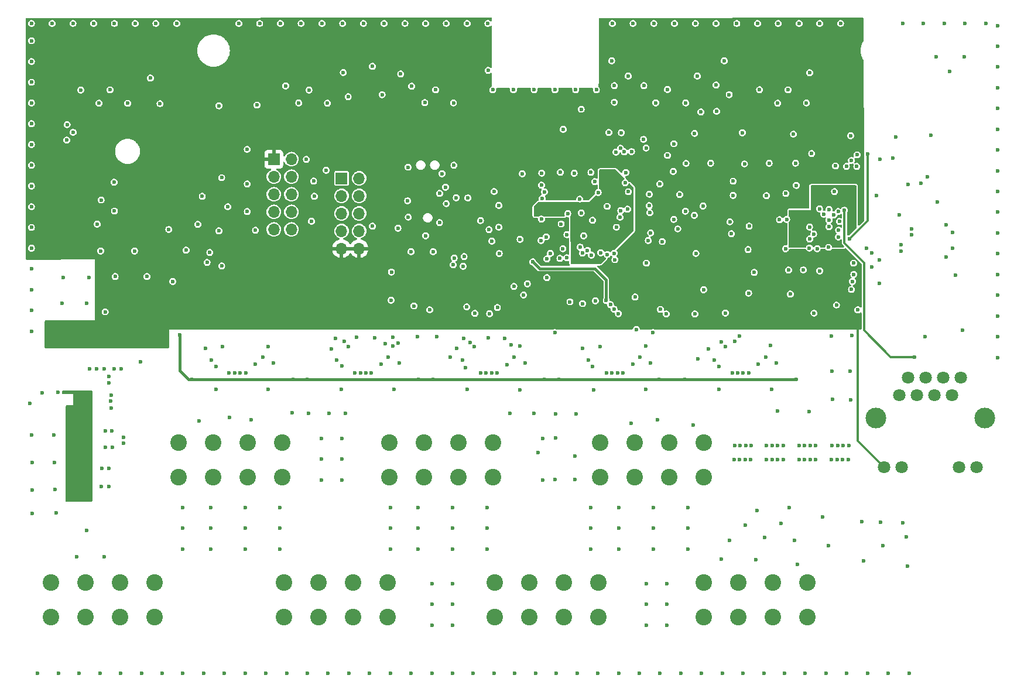
<source format=gbr>
%TF.GenerationSoftware,KiCad,Pcbnew,7.0.8*%
%TF.CreationDate,2023-12-19T12:05:06+02:00*%
%TF.ProjectId,serial_io_expander,73657269-616c-45f6-996f-5f657870616e,rev?*%
%TF.SameCoordinates,Original*%
%TF.FileFunction,Copper,L3,Inr*%
%TF.FilePolarity,Positive*%
%FSLAX46Y46*%
G04 Gerber Fmt 4.6, Leading zero omitted, Abs format (unit mm)*
G04 Created by KiCad (PCBNEW 7.0.8) date 2023-12-19 12:05:06*
%MOMM*%
%LPD*%
G01*
G04 APERTURE LIST*
%TA.AperFunction,ComponentPad*%
%ADD10C,2.400000*%
%TD*%
%TA.AperFunction,ComponentPad*%
%ADD11C,1.800000*%
%TD*%
%TA.AperFunction,ComponentPad*%
%ADD12C,3.000000*%
%TD*%
%TA.AperFunction,ComponentPad*%
%ADD13R,1.700000X1.700000*%
%TD*%
%TA.AperFunction,ComponentPad*%
%ADD14O,1.700000X1.700000*%
%TD*%
%TA.AperFunction,ViaPad*%
%ADD15C,0.600000*%
%TD*%
%TA.AperFunction,Conductor*%
%ADD16C,0.500000*%
%TD*%
%TA.AperFunction,Conductor*%
%ADD17C,0.300000*%
%TD*%
%TA.AperFunction,Conductor*%
%ADD18C,0.400000*%
%TD*%
G04 APERTURE END LIST*
D10*
%TO.N,/digital_inputs/IN20*%
%TO.C,J12*%
X143330000Y-110600000D03*
X143330000Y-115600000D03*
%TO.N,/digital_inputs/IN19*%
X148330000Y-110600000D03*
X148330000Y-115600000D03*
%TO.N,/digital_inputs/IN18*%
X153330000Y-110600000D03*
X153330000Y-115600000D03*
%TO.N,/digital_inputs/IN17*%
X158330000Y-110600000D03*
X158330000Y-115600000D03*
%TD*%
D11*
%TO.N,/Ethernet/TX_P*%
%TO.C,J5*%
X186630000Y-103750000D03*
%TO.N,/Ethernet/TX_N*%
X187900000Y-101210000D03*
%TO.N,/Ethernet/RX_P*%
X189170000Y-103750000D03*
%TO.N,/Ethernet/+W6100_3V3_A*%
X190440000Y-101210000D03*
X191710000Y-103750000D03*
%TO.N,/Ethernet/RX_N*%
X192980000Y-101210000D03*
%TO.N,unconnected-(J5-NC-Pad7)*%
X194250000Y-103750000D03*
D12*
%TO.N,Net-(J5-SHIELD)*%
X183225000Y-107050000D03*
D11*
X195520000Y-101210000D03*
D12*
X198925000Y-107050000D03*
D11*
%TO.N,+3.3V*%
X184400000Y-114160000D03*
%TO.N,Net-(RN8-R4.1)*%
X186940000Y-114160000D03*
%TO.N,+3.3V*%
X195210000Y-114160000D03*
%TO.N,Net-(RN8-R3.1)*%
X197750000Y-114160000D03*
%TD*%
D10*
%TO.N,/digital_inputs/IN4*%
%TO.C,J11*%
X82370000Y-110600000D03*
X82370000Y-115600000D03*
%TO.N,/digital_inputs/IN3*%
X87370000Y-110600000D03*
X87370000Y-115600000D03*
%TO.N,/digital_inputs/IN2*%
X92370000Y-110600000D03*
X92370000Y-115600000D03*
%TO.N,/digital_inputs/IN1*%
X97370000Y-110600000D03*
X97370000Y-115600000D03*
%TD*%
D13*
%TO.N,GND*%
%TO.C,J14*%
X105940000Y-72400000D03*
D14*
%TO.N,/DEBUG_TX*%
X108480000Y-72400000D03*
%TO.N,GND*%
X105940000Y-74940000D03*
%TO.N,/DEBUG_RX*%
X108480000Y-74940000D03*
%TO.N,GND*%
X105940000Y-77480000D03*
%TO.N,/TWI_SCL*%
X108480000Y-77480000D03*
%TO.N,GND*%
X105940000Y-80020000D03*
%TO.N,/TWI_SDA*%
X108480000Y-80020000D03*
%TO.N,+3.3V*%
X105940000Y-82560000D03*
X108480000Y-82560000D03*
%TD*%
D10*
%TO.N,/digital_inputs/IN8*%
%TO.C,J9*%
X97610000Y-130840000D03*
X97610000Y-135840000D03*
%TO.N,/digital_inputs/IN7*%
X102610000Y-130840000D03*
X102610000Y-135840000D03*
%TO.N,/digital_inputs/IN6*%
X107610000Y-130840000D03*
X107610000Y-135840000D03*
%TO.N,/digital_inputs/IN5*%
X112610000Y-130840000D03*
X112610000Y-135840000D03*
%TD*%
%TO.N,/digital_inputs/IN16*%
%TO.C,J8*%
X128090000Y-130840000D03*
X128090000Y-135840000D03*
%TO.N,/digital_inputs/IN15*%
X133090000Y-130840000D03*
X133090000Y-135840000D03*
%TO.N,/digital_inputs/IN14*%
X138090000Y-130840000D03*
X138090000Y-135840000D03*
%TO.N,/digital_inputs/IN13*%
X143090000Y-130840000D03*
X143090000Y-135840000D03*
%TD*%
%TO.N,/+PWR*%
%TO.C,J1*%
X63880000Y-130840000D03*
X63880000Y-135840000D03*
%TO.N,GND*%
X68880000Y-130840000D03*
X68880000Y-135840000D03*
%TO.N,/SERIAL_TX*%
X73880000Y-130840000D03*
X73880000Y-135840000D03*
%TO.N,/SERIAL_RX*%
X78880000Y-130840000D03*
X78880000Y-135840000D03*
%TD*%
%TO.N,/digital_inputs/IN12*%
%TO.C,J10*%
X112850000Y-110600000D03*
X112850000Y-115600000D03*
%TO.N,/digital_inputs/IN11*%
X117850000Y-110600000D03*
X117850000Y-115600000D03*
%TO.N,/digital_inputs/IN10*%
X122850000Y-110600000D03*
X122850000Y-115600000D03*
%TO.N,/digital_inputs/IN9*%
X127850000Y-110600000D03*
X127850000Y-115600000D03*
%TD*%
D13*
%TO.N,+3.3V*%
%TO.C,J6*%
X96140000Y-69630000D03*
D14*
%TO.N,/mcu/SWDIO{slash}TMS*%
X98680000Y-69630000D03*
%TO.N,GND*%
X96140000Y-72170000D03*
%TO.N,/mcu/SWCLK{slash}TCK*%
X98680000Y-72170000D03*
%TO.N,GND*%
X96140000Y-74710000D03*
%TO.N,/mcu/SWO{slash}TDO*%
X98680000Y-74710000D03*
%TO.N,unconnected-(J6-KEY-Pad7)*%
X96140000Y-77250000D03*
%TO.N,/mcu/TDI*%
X98680000Y-77250000D03*
%TO.N,GND*%
X96140000Y-79790000D03*
%TO.N,/mcu/RESET*%
X98680000Y-79790000D03*
%TD*%
D10*
%TO.N,/analog_signal_conditioning/AN_D*%
%TO.C,J13*%
X158330000Y-130840000D03*
X158330000Y-135840000D03*
%TO.N,/analog_signal_conditioning/AN_C*%
X163330000Y-130840000D03*
X163330000Y-135840000D03*
%TO.N,/analog_signal_conditioning/AN_B*%
X168330000Y-130840000D03*
X168330000Y-135840000D03*
%TO.N,/analog_signal_conditioning/AN_A*%
X173330000Y-130840000D03*
X173330000Y-135840000D03*
%TD*%
D15*
%TO.N,GND*%
X171450000Y-124725000D03*
X175500000Y-121350000D03*
X176325000Y-125525000D03*
X171850000Y-128250000D03*
X170650000Y-119975000D03*
X169500000Y-122275000D03*
X167100000Y-124350000D03*
X165825000Y-127575000D03*
X166025000Y-120400000D03*
X164300000Y-122575000D03*
X162050000Y-124775000D03*
X160875000Y-127500000D03*
X139800000Y-59600000D03*
X133800000Y-59600000D03*
X127800000Y-59600000D03*
X142800000Y-59600000D03*
X130800000Y-59600000D03*
X127150000Y-56775000D03*
X136800000Y-59600000D03*
%TO.N,+3.3V*%
X64725000Y-52675000D03*
X93625000Y-52675000D03*
X126625000Y-52675000D03*
%TO.N,GND*%
X157180000Y-83260000D03*
X185000000Y-144000000D03*
X83000000Y-126000000D03*
X134325000Y-112025000D03*
X143050000Y-74450000D03*
X164800000Y-89000000D03*
X103100000Y-50000000D03*
X169800000Y-113100000D03*
X161450000Y-91875000D03*
X131750000Y-96650000D03*
X64300000Y-109500000D03*
X110400000Y-56200000D03*
X145400000Y-59000000D03*
X155725000Y-61500000D03*
X173625000Y-57125000D03*
X61100000Y-64500000D03*
X172100000Y-113100000D03*
X76100000Y-50000000D03*
X149980000Y-68010000D03*
X180490000Y-69000000D03*
X182600000Y-83190000D03*
X110700000Y-95425000D03*
X164205000Y-70310000D03*
X169800000Y-111000000D03*
X171300000Y-66000000D03*
X158000000Y-144000000D03*
X173930000Y-68810000D03*
X136850000Y-115950000D03*
X156000000Y-123000000D03*
X64100000Y-50000000D03*
X88200000Y-61900000D03*
X85800000Y-75000000D03*
X122000000Y-144000000D03*
X146000000Y-123000000D03*
X153000000Y-134000000D03*
X147880000Y-68535000D03*
X104100000Y-106400000D03*
X135630000Y-84040000D03*
X97850000Y-59025000D03*
X146000000Y-126000000D03*
X61100000Y-109500000D03*
X200800000Y-68300000D03*
X150030000Y-84660000D03*
X107000000Y-144000000D03*
X137700000Y-79000000D03*
X71175000Y-75525000D03*
X161300000Y-55400000D03*
X72600000Y-105610000D03*
X149950000Y-102950000D03*
X86885000Y-83120000D03*
X71750000Y-108900000D03*
X179300000Y-111000000D03*
X77000000Y-144000000D03*
X172100000Y-50000000D03*
X61100000Y-73500000D03*
X61200000Y-117500000D03*
X98000000Y-144000000D03*
X178940000Y-70670000D03*
X190340000Y-95290000D03*
X122000000Y-123000000D03*
X92000000Y-123000000D03*
X168200000Y-113100000D03*
X117000000Y-126000000D03*
X76880000Y-98930000D03*
X186630000Y-77650000D03*
X119000000Y-131000000D03*
X155000000Y-144000000D03*
X130860000Y-88020000D03*
X99750000Y-61500000D03*
X192130000Y-75785000D03*
X173575000Y-106100000D03*
X70875000Y-61525000D03*
X128740000Y-83270000D03*
X177760000Y-77200000D03*
X176000000Y-144000000D03*
X113100000Y-90025000D03*
X164400000Y-111000000D03*
X176430000Y-79385000D03*
X165200000Y-111000000D03*
X159305000Y-70210000D03*
X86250000Y-97000000D03*
X93500000Y-79900000D03*
X85300000Y-107500000D03*
X160550000Y-99600000D03*
X67115000Y-65740000D03*
X196100000Y-50000000D03*
X125225000Y-91925000D03*
X177370000Y-70610000D03*
X156000000Y-126000000D03*
X92000000Y-120000000D03*
X194730000Y-86410000D03*
X165630000Y-86010000D03*
X170525000Y-59600000D03*
X97000000Y-126000000D03*
X111800000Y-60300000D03*
X162330000Y-80410000D03*
X200800000Y-89300000D03*
X127000000Y-120000000D03*
X137955000Y-82585000D03*
X124050000Y-90975000D03*
X163500000Y-113100000D03*
X177500000Y-90725000D03*
X112100000Y-50000000D03*
X120120000Y-74580000D03*
X106900000Y-60600000D03*
X103000000Y-116000000D03*
X194290000Y-80260000D03*
X118100000Y-50000000D03*
X167400000Y-111000000D03*
X93700000Y-61800000D03*
X86000000Y-144000000D03*
X116925000Y-95250000D03*
X61100000Y-79500000D03*
X200800000Y-77300000D03*
X105075000Y-95550000D03*
X200800000Y-80300000D03*
X157100000Y-50000000D03*
X129850000Y-99350000D03*
X193100000Y-50000000D03*
X79700000Y-61600000D03*
X102000000Y-75000000D03*
X157000000Y-65900000D03*
X71300000Y-114300000D03*
X169000000Y-113100000D03*
X61100000Y-70500000D03*
X71750000Y-111300000D03*
X134800000Y-81390000D03*
X170830000Y-89135000D03*
X183330000Y-74870000D03*
X200800000Y-53300000D03*
X103000000Y-110000000D03*
X72300000Y-114350000D03*
X136900000Y-106500000D03*
X196000000Y-54800000D03*
X179200000Y-113100000D03*
X71750000Y-91700000D03*
X173600000Y-82480000D03*
X88200000Y-80000000D03*
X167000000Y-144000000D03*
X110000000Y-144000000D03*
X178400000Y-113100000D03*
X114500000Y-57300000D03*
X74450000Y-110700000D03*
X92000000Y-144000000D03*
X73200000Y-86600000D03*
X114100000Y-79600000D03*
X119700000Y-95300000D03*
X68225000Y-59625000D03*
X77800000Y-86600000D03*
X153080000Y-69085000D03*
X127000000Y-126000000D03*
X145100000Y-50000000D03*
X170580000Y-85660000D03*
X74000000Y-144000000D03*
X134905000Y-71635000D03*
X177790000Y-80890000D03*
X68000000Y-144000000D03*
X93450000Y-99300000D03*
X200800000Y-92300000D03*
X167950000Y-96600000D03*
X65500000Y-90500000D03*
X76000000Y-82900000D03*
X87750000Y-99650000D03*
X170148750Y-82571250D03*
X191900000Y-54800000D03*
X200800000Y-95300000D03*
X142400000Y-102972500D03*
X115600000Y-78000000D03*
X149630000Y-66760000D03*
X71660000Y-99940000D03*
X150000000Y-134000000D03*
X92000000Y-126000000D03*
X154840000Y-74740000D03*
X146000000Y-120000000D03*
X123655000Y-83710000D03*
X151600000Y-107300000D03*
X61100000Y-88500000D03*
X61100000Y-82500000D03*
X111650000Y-99300000D03*
X65700000Y-86700000D03*
X179500000Y-100300000D03*
X61100000Y-50000000D03*
X168100000Y-102950000D03*
X61100000Y-61500000D03*
X164300000Y-113100000D03*
X64500000Y-117400000D03*
X131755000Y-81210000D03*
X117975000Y-61450000D03*
X117000000Y-120000000D03*
X61100000Y-52500000D03*
X170000000Y-144000000D03*
X138530000Y-80535000D03*
X70600000Y-79025000D03*
X91100000Y-50000000D03*
X113000000Y-123000000D03*
X155755000Y-70235000D03*
X200800000Y-83300000D03*
X179980000Y-84660000D03*
X61100000Y-76500000D03*
X64400000Y-113500000D03*
X173700000Y-113100000D03*
X145000000Y-55400000D03*
X127280000Y-79810000D03*
X173175000Y-61500000D03*
X149650000Y-59000000D03*
X70100000Y-50000000D03*
X89500000Y-76500000D03*
X79100000Y-50000000D03*
X64960000Y-103370000D03*
X184200000Y-125500000D03*
X172740000Y-85640000D03*
X73100000Y-50000000D03*
X171700000Y-73420000D03*
X106100000Y-50000000D03*
X101900000Y-72800000D03*
X146955000Y-73035000D03*
X138970000Y-90260000D03*
X122600000Y-97000000D03*
X158300000Y-88500000D03*
X104000000Y-144000000D03*
X169025000Y-61525000D03*
X75025000Y-61550000D03*
X123900000Y-99750000D03*
X87000000Y-123000000D03*
X130300000Y-106400000D03*
X97100000Y-50000000D03*
X149900000Y-96650000D03*
X153000000Y-131000000D03*
X115100000Y-50000000D03*
X140000000Y-144000000D03*
X62000000Y-144000000D03*
X147800000Y-107800000D03*
X187880000Y-73310000D03*
X140600000Y-62400000D03*
X159000000Y-97100000D03*
X172900000Y-113100000D03*
X147400000Y-57600000D03*
X180030000Y-86285000D03*
X127100000Y-50000000D03*
X179555000Y-66235000D03*
X156000000Y-120000000D03*
X138650000Y-77500000D03*
X199100000Y-50000000D03*
X126030000Y-78510000D03*
X61100000Y-55500000D03*
X133800000Y-106400000D03*
X164880000Y-79310000D03*
X137000000Y-144000000D03*
X123625000Y-95525000D03*
X177950000Y-78620000D03*
X122000000Y-126000000D03*
X176800000Y-113100000D03*
X144350000Y-76450000D03*
X187100000Y-50000000D03*
X140600000Y-77400000D03*
X164000000Y-144000000D03*
X161000000Y-144000000D03*
X167400000Y-113100000D03*
X71000000Y-144000000D03*
X72600000Y-103750000D03*
X67100000Y-50000000D03*
X136900000Y-109975000D03*
X140800000Y-97000000D03*
X160100000Y-50000000D03*
X127000000Y-123000000D03*
X134855000Y-78285000D03*
X176775000Y-95175000D03*
X160550000Y-102950000D03*
X124150000Y-102950000D03*
X186080000Y-66435000D03*
X135000000Y-110000000D03*
X106000000Y-110000000D03*
X125000000Y-144000000D03*
X181200000Y-122075000D03*
X200800000Y-50300000D03*
X101000000Y-144000000D03*
X70520000Y-99920000D03*
X162000000Y-60300000D03*
X103000000Y-113000000D03*
X173000000Y-144000000D03*
X139900000Y-106500000D03*
X151000000Y-123000000D03*
X170305000Y-78335000D03*
X163900000Y-65800000D03*
X180455000Y-70685000D03*
X154100000Y-50000000D03*
X128475000Y-91075000D03*
X200800000Y-74300000D03*
X178500000Y-111000000D03*
X162580000Y-74860000D03*
X82100000Y-50000000D03*
X97000000Y-120000000D03*
X174500000Y-111000000D03*
X152330000Y-81535000D03*
X176900000Y-111000000D03*
X179000000Y-144000000D03*
X177236102Y-74303898D03*
X122200000Y-70500000D03*
X193900000Y-56900000D03*
X122000000Y-120000000D03*
X127350000Y-91975000D03*
X183680000Y-84185000D03*
X113150000Y-85950000D03*
X190100000Y-50000000D03*
X153075000Y-59550000D03*
X150000000Y-137000000D03*
X71100000Y-82900000D03*
X149000000Y-144000000D03*
X146400000Y-65800000D03*
X61200000Y-113500000D03*
X74450000Y-109850000D03*
X61100000Y-94500000D03*
X162800000Y-111000000D03*
X177820000Y-79890000D03*
X122000000Y-131000000D03*
X95000000Y-144000000D03*
X147420000Y-74330000D03*
X174500000Y-113100000D03*
X200800000Y-98300000D03*
X148050000Y-99300000D03*
X80000000Y-144000000D03*
X157400000Y-57600000D03*
X71600000Y-127100000D03*
X83000000Y-123000000D03*
X124100000Y-50000000D03*
X151100000Y-50000000D03*
X145400000Y-61400000D03*
X166400000Y-59575000D03*
X172100000Y-111000000D03*
X72450000Y-59600000D03*
X72320000Y-101070000D03*
X139675000Y-112550000D03*
X163600000Y-111000000D03*
X195770000Y-94380000D03*
X174275000Y-91900000D03*
X61100000Y-58500000D03*
X89000000Y-144000000D03*
X154555000Y-79710000D03*
X113500000Y-102950000D03*
X150000000Y-131000000D03*
X80960000Y-79795000D03*
X106200000Y-57100000D03*
X109100000Y-50000000D03*
X69100000Y-90500000D03*
X101225000Y-59625000D03*
X73020000Y-99960000D03*
X92300000Y-77200000D03*
X119000000Y-144000000D03*
X146000000Y-144000000D03*
X113000000Y-144000000D03*
X119200000Y-83000000D03*
X181400000Y-127700000D03*
X162700000Y-113100000D03*
X163100000Y-50000000D03*
X177700000Y-111000000D03*
X187625000Y-124275000D03*
X122230000Y-83910000D03*
X113400000Y-95350000D03*
X142000000Y-126000000D03*
X175100000Y-85780000D03*
X167380000Y-74910000D03*
X142000000Y-120000000D03*
X175100000Y-50000000D03*
X150530000Y-77360000D03*
X176440000Y-76900000D03*
X100100000Y-50000000D03*
X182000000Y-144000000D03*
X71200000Y-116950000D03*
X118100000Y-80700000D03*
X176380000Y-82380000D03*
X85160000Y-79045000D03*
X127680000Y-81485000D03*
X162580000Y-72810000D03*
X113350000Y-96650000D03*
X180600000Y-91425000D03*
X72590000Y-104600000D03*
X176875000Y-100300000D03*
X177600000Y-113100000D03*
X123530000Y-85110000D03*
X140955000Y-80710000D03*
X166100000Y-50000000D03*
X183830000Y-69670000D03*
X106500000Y-106400000D03*
X61100000Y-67500000D03*
X128000000Y-144000000D03*
X139725000Y-115950000D03*
X131750000Y-103000000D03*
X164730000Y-82710000D03*
X87800000Y-102950000D03*
X117000000Y-123000000D03*
X67600000Y-127100000D03*
X189750000Y-73140000D03*
X116000000Y-83000000D03*
X73100000Y-77125000D03*
X154000000Y-67400000D03*
X101600000Y-78600000D03*
X120460000Y-71730000D03*
X168975000Y-106050000D03*
X66250000Y-64625000D03*
X169000000Y-111000000D03*
X170200000Y-74590000D03*
X169280000Y-78385000D03*
X142250000Y-78450000D03*
X72300000Y-116950000D03*
X143000000Y-144000000D03*
X128000000Y-74300000D03*
X101200000Y-106400000D03*
X132810000Y-87640000D03*
X144600000Y-65750000D03*
X116000000Y-144000000D03*
X98800000Y-106300000D03*
X162090000Y-78680000D03*
X87000000Y-126000000D03*
X148100000Y-50000000D03*
X183680000Y-87610000D03*
X135000000Y-116000000D03*
X122000000Y-137000000D03*
X83000000Y-144000000D03*
X151000000Y-120000000D03*
X173700000Y-111000000D03*
X74050000Y-99950000D03*
X95300000Y-102950000D03*
X128690000Y-76320000D03*
X83460000Y-82795000D03*
X187100000Y-122175000D03*
X129550000Y-95525000D03*
X176925000Y-104325000D03*
X193355000Y-79085000D03*
X183875000Y-122150000D03*
X200800000Y-62300000D03*
X61200000Y-120900000D03*
X61100000Y-85500000D03*
X116075000Y-59075000D03*
X151375000Y-61475000D03*
X78300000Y-57900000D03*
X119000000Y-137000000D03*
X174720000Y-82570000D03*
X190630000Y-72185000D03*
X156800000Y-108100000D03*
X62650000Y-103380000D03*
X65000000Y-144000000D03*
X153970000Y-78340000D03*
X135630000Y-86760000D03*
X176420000Y-78430000D03*
X61100000Y-91500000D03*
X136775000Y-94725000D03*
X185630000Y-69510000D03*
X152000000Y-144000000D03*
X169100000Y-50000000D03*
X92300000Y-73200000D03*
X153900000Y-71400000D03*
X194270000Y-82530000D03*
X127125000Y-95450000D03*
X191205000Y-66135000D03*
X95350000Y-96700000D03*
X97000000Y-123000000D03*
X119000000Y-134000000D03*
X69400000Y-86700000D03*
X88610000Y-85070000D03*
X193405000Y-83735000D03*
X200800000Y-65300000D03*
X113000000Y-120000000D03*
X142650000Y-90110000D03*
X137980000Y-65310000D03*
X187775000Y-128450000D03*
X188000000Y-144000000D03*
X72800000Y-111300000D03*
X182630000Y-85210000D03*
X160100000Y-58900000D03*
X66200000Y-66850000D03*
X157900000Y-62800000D03*
X142000000Y-71525000D03*
X72750000Y-108900000D03*
X179575000Y-104475000D03*
X151000000Y-126000000D03*
X94100000Y-50000000D03*
X140810000Y-90510000D03*
X122125000Y-61500000D03*
X88600000Y-72300000D03*
X181840000Y-82540000D03*
X73050000Y-72950000D03*
X113000000Y-126000000D03*
X72310000Y-101950000D03*
X87000000Y-120000000D03*
X104450000Y-97100000D03*
X160200000Y-62700000D03*
X92900000Y-107300000D03*
X120100000Y-78800000D03*
X200800000Y-86300000D03*
X106000000Y-113000000D03*
X122000000Y-134000000D03*
X105950000Y-102950000D03*
X140400000Y-75400000D03*
X89700000Y-107000000D03*
X131000000Y-144000000D03*
X179725000Y-95100000D03*
X167780000Y-70210000D03*
X200800000Y-71300000D03*
X108075000Y-95350000D03*
X69540000Y-99910000D03*
X64700000Y-120800000D03*
X172900000Y-111000000D03*
X83000000Y-120000000D03*
X165100000Y-113100000D03*
X142200000Y-99650000D03*
X179655000Y-69810000D03*
X106000000Y-116000000D03*
X200800000Y-59300000D03*
X86485000Y-84545000D03*
X171580000Y-70210000D03*
X119550000Y-59600000D03*
X106000000Y-99550000D03*
X128680000Y-79460000D03*
X92300000Y-68200000D03*
X168200000Y-111000000D03*
X134000000Y-144000000D03*
X137590000Y-71510000D03*
X142000000Y-123000000D03*
X121100000Y-50000000D03*
X103900000Y-61525000D03*
X178100000Y-50000000D03*
X166200000Y-99300000D03*
X153000000Y-137000000D03*
X200800000Y-56300000D03*
%TO.N,+3.3V*%
X60830000Y-104920000D03*
X101510000Y-52700000D03*
X68610000Y-52700000D03*
X135060000Y-79380000D03*
X159920000Y-72930000D03*
X76100000Y-93550000D03*
X168500000Y-81970000D03*
X157520000Y-52670000D03*
X74085000Y-95070000D03*
X123970000Y-52680000D03*
X64250000Y-67025000D03*
X122490000Y-52690000D03*
X79730000Y-52680000D03*
X105720000Y-52680000D03*
X100000000Y-52700000D03*
X75250000Y-93550000D03*
X170810000Y-52690000D03*
X149140000Y-52660000D03*
X64250000Y-64500000D03*
X73210000Y-95070000D03*
X64240000Y-83270000D03*
X174750000Y-52700000D03*
X74960000Y-95070000D03*
X153360000Y-52700000D03*
X64260000Y-62540000D03*
X124005000Y-89060000D03*
X148770000Y-71140000D03*
X115590000Y-52680000D03*
X72560000Y-52670000D03*
X165220000Y-52710000D03*
X114200000Y-52680000D03*
X108890000Y-52690000D03*
X70585000Y-95070000D03*
X71330000Y-52650000D03*
X76780000Y-52690000D03*
X147830000Y-52650000D03*
X121750000Y-78700000D03*
X111040000Y-52660000D03*
X169270000Y-52690000D03*
X171990000Y-83100000D03*
X128605000Y-89110000D03*
X134830000Y-86760000D03*
X95920000Y-52680000D03*
X139160000Y-87000000D03*
X162190000Y-52700000D03*
X166560000Y-52710000D03*
X172860000Y-75430000D03*
X69710000Y-95070000D03*
X76950000Y-93550000D03*
X160240000Y-80280000D03*
X160380000Y-52660000D03*
X71460000Y-95070000D03*
X173730000Y-88160000D03*
X177250000Y-52660000D03*
X64230000Y-79280000D03*
X119820000Y-52670000D03*
X173700000Y-69860000D03*
X64240000Y-71160000D03*
X67030000Y-52690000D03*
X127345000Y-88150000D03*
X151870000Y-52690000D03*
X118420000Y-52700000D03*
X137980000Y-68770000D03*
X64260000Y-81020000D03*
X76960000Y-95520000D03*
X132050000Y-82980000D03*
X150130000Y-83350000D03*
X75410000Y-52680000D03*
X104320000Y-52680000D03*
X74400000Y-93500000D03*
X64260000Y-72710000D03*
X145040000Y-52670000D03*
X64270000Y-75250000D03*
X64230000Y-76790000D03*
X156100000Y-52670000D03*
X97390000Y-52690000D03*
X125265000Y-88130000D03*
%TO.N,+VIN*%
X69100000Y-123275000D03*
X81540000Y-87315000D03*
%TO.N,/digital_inputs/COLLECTOR14*%
X148380000Y-89560000D03*
X145980000Y-91960000D03*
%TO.N,/mcu/TDI*%
X120975000Y-73675000D03*
X115500000Y-75650000D03*
X147070000Y-71550000D03*
%TO.N,/mcu/SWO{slash}TDO*%
X132090000Y-71735500D03*
X115572710Y-70786528D03*
%TO.N,/mcu/SWDIO{slash}TMS*%
X134850000Y-73370000D03*
X122525000Y-75200000D03*
X103725000Y-71225000D03*
X100850000Y-69650000D03*
%TO.N,/mcu/SWCLK{slash}TCK*%
X134950000Y-75320000D03*
X124200000Y-75225000D03*
%TO.N,/mcu/RESET*%
X142550000Y-72875000D03*
X121100000Y-76050000D03*
%TO.N,/mcu/MCU_TX*%
X138510000Y-83870000D03*
X118675000Y-91400000D03*
%TO.N,/mcu/MCU_RX*%
X137520000Y-83970000D03*
X116425000Y-90850000D03*
%TO.N,/mcu/MCU Supply/+VDDPLL*%
X133600000Y-84480000D03*
X144220000Y-90070000D03*
%TO.N,/mcu/MCU Supply/+VDDCORE*%
X134675000Y-76350000D03*
X144600000Y-71525000D03*
X139700000Y-84000000D03*
X142900000Y-84025000D03*
X147330000Y-78960000D03*
%TO.N,/mcu/ERASE*%
X135270000Y-74360000D03*
%TO.N,/digital_inputs/IN9*%
X128455000Y-100510000D03*
%TO.N,/digital_inputs/IN8*%
X107867500Y-100510000D03*
%TO.N,/digital_inputs/IN7*%
X108667500Y-100510000D03*
%TO.N,/digital_inputs/IN6*%
X109467500Y-100510000D03*
%TO.N,/digital_inputs/IN5*%
X110267500Y-100510000D03*
%TO.N,/digital_inputs/IN4*%
X89680000Y-100510000D03*
%TO.N,/digital_inputs/IN3*%
X90480000Y-100510000D03*
%TO.N,/digital_inputs/IN20*%
X162430000Y-100510000D03*
%TO.N,/digital_inputs/IN2*%
X91280000Y-100510000D03*
%TO.N,/digital_inputs/IN19*%
X163230000Y-100510000D03*
%TO.N,/digital_inputs/IN18*%
X164030000Y-100510000D03*
%TO.N,/digital_inputs/IN17*%
X164830000Y-100510000D03*
%TO.N,/digital_inputs/IN16*%
X144242500Y-100510000D03*
%TO.N,/digital_inputs/IN15*%
X145042500Y-100510000D03*
%TO.N,/digital_inputs/IN14*%
X145842500Y-100510000D03*
%TO.N,/digital_inputs/IN13*%
X146642500Y-100510000D03*
%TO.N,/digital_inputs/IN12*%
X126055000Y-100510000D03*
%TO.N,/digital_inputs/IN11*%
X126855000Y-100510000D03*
%TO.N,/digital_inputs/IN10*%
X127655000Y-100510000D03*
%TO.N,/digital_inputs/IN1*%
X92080000Y-100510000D03*
%TO.N,/digital_inputs/COLLECTOR9*%
X121650000Y-98275000D03*
X142080000Y-83490000D03*
%TO.N,/digital_inputs/COLLECTOR8*%
X141510000Y-82820000D03*
X114130000Y-96260000D03*
%TO.N,/digital_inputs/COLLECTOR7*%
X112230000Y-96310000D03*
X140775000Y-83200000D03*
%TO.N,/digital_inputs/COLLECTOR6*%
X106330000Y-95960000D03*
X140430000Y-82335000D03*
%TO.N,/digital_inputs/COLLECTOR20*%
X163500000Y-95200000D03*
X146330000Y-77060000D03*
%TO.N,/digital_inputs/COLLECTOR19*%
X146230000Y-78010000D03*
X162800000Y-96000000D03*
%TO.N,/digital_inputs/COLLECTOR18*%
X160880000Y-96060000D03*
X145680000Y-79460000D03*
%TO.N,/digital_inputs/COLLECTOR17*%
X157030000Y-92010000D03*
X157480000Y-98510000D03*
%TO.N,/digital_inputs/COLLECTOR16*%
X150980000Y-94710000D03*
X152900000Y-92000000D03*
%TO.N,/digital_inputs/COLLECTOR15*%
X152050000Y-91350000D03*
X148580000Y-94260000D03*
%TO.N,/digital_inputs/COLLECTOR13*%
X145330000Y-91310000D03*
X145480000Y-84160000D03*
%TO.N,/digital_inputs/COLLECTOR12*%
X144830000Y-90660000D03*
X145350000Y-83240000D03*
%TO.N,/digital_inputs/COLLECTOR11*%
X144370000Y-83400000D03*
X130430000Y-96510000D03*
%TO.N,/digital_inputs/COLLECTOR10*%
X124530000Y-96110000D03*
X143425000Y-83150000D03*
%TO.N,/digital_inputs/COLLECTOR1*%
X135530000Y-80860000D03*
X132280000Y-89260000D03*
%TO.N,/VIN_MEAS*%
X136130000Y-83260000D03*
X122090000Y-84890000D03*
%TO.N,/Ethernet/WIZ_MOSI*%
X155655000Y-77150000D03*
X150650000Y-80300000D03*
X174201250Y-80453750D03*
%TO.N,/Ethernet/WIZ_MISO*%
X158205000Y-76400000D03*
X173631250Y-81163750D03*
X150420000Y-76350000D03*
%TO.N,/Ethernet/WIZ_DUPLEX_MODE*%
X151950000Y-73200000D03*
X150450000Y-74700000D03*
%TO.N,/Ethernet/WIZ_COL_DET*%
X175051250Y-76808750D03*
X147300000Y-76850000D03*
%TO.N,/Ethernet/WIZ_CLK*%
X173611250Y-79443750D03*
X150300000Y-81400000D03*
X156955000Y-77750000D03*
%TO.N,/Ethernet/TX_P*%
X186860000Y-82030000D03*
%TO.N,/Ethernet/TX_N*%
X186860000Y-82940000D03*
%TO.N,/Ethernet/RX_P*%
X188400000Y-79680000D03*
%TO.N,/Ethernet/RX_N*%
X188410000Y-80560000D03*
%TO.N,/Ethernet/ETH_LNK*%
X179826250Y-87308750D03*
X177120000Y-77690000D03*
%TO.N,/Ethernet/ETH_ACT*%
X175660000Y-77570000D03*
X179675000Y-88475000D03*
%TO.N,/Ethernet/+W6100_3V3_A*%
X178670000Y-77000000D03*
X188790000Y-98240000D03*
%TO.N,/Ethernet/+W6100_1V2_D*%
X179880000Y-73910000D03*
X171020000Y-79950000D03*
X174690000Y-74280000D03*
X178840000Y-73910000D03*
X177930000Y-81950000D03*
%TO.N,/Ethernet/+W6100_1V2_A*%
X182010000Y-68890000D03*
X179381250Y-81128750D03*
%TO.N,/digital_inputs/quad_input1/+PULLUP*%
X98925000Y-101450000D03*
X84350000Y-101450000D03*
X155600000Y-101450000D03*
X117125000Y-101450000D03*
X151925000Y-101450000D03*
X137425000Y-101450000D03*
X171700000Y-101450000D03*
X119175000Y-101450000D03*
X101000000Y-101450000D03*
X82525000Y-95025000D03*
X135300000Y-101450000D03*
%TO.N,Net-(RN9-R1.1)*%
X96080000Y-99060000D03*
X94530000Y-98260000D03*
%TO.N,Net-(RN9-R3.1)*%
X88730000Y-96760000D03*
X87080000Y-98660000D03*
%TO.N,Net-(RN12-R1.1)*%
X114267500Y-99060000D03*
X112717500Y-98260000D03*
%TO.N,Net-(RN12-R3.1)*%
X106917500Y-96760000D03*
X105267500Y-98660000D03*
%TO.N,Net-(RN14-R1.1)*%
X130905000Y-98260000D03*
X132455000Y-99060000D03*
%TO.N,Net-(RN14-R3.1)*%
X125105000Y-96760000D03*
X123455000Y-98660000D03*
%TO.N,Net-(RN16-R1.1)*%
X167280000Y-98260000D03*
X168830000Y-99060000D03*
%TO.N,Net-(RN16-R3.1)*%
X161480000Y-96760000D03*
X159830000Y-98660000D03*
%TO.N,Net-(RN18-R1.1)*%
X150642500Y-99060000D03*
X149092500Y-98260000D03*
%TO.N,Net-(RN18-R3.1)*%
X141642500Y-98660000D03*
X143292500Y-96760000D03*
%TO.N,/TWI_SDA*%
X139580000Y-71660000D03*
%TO.N,/TWI_SCL*%
X110400000Y-79300000D03*
X145630000Y-68610000D03*
%TO.N,/DEBUG_TX*%
X146834587Y-68564170D03*
%TO.N,/DEBUG_RX*%
X146280000Y-68060000D03*
%TO.N,/power supply/+VIN_PROTECTED*%
X68600000Y-114250000D03*
X69050000Y-111400000D03*
X67750000Y-114250000D03*
X68100000Y-111400000D03*
X67250000Y-108850000D03*
X66850000Y-114250000D03*
X68200000Y-108850000D03*
X67650000Y-117200000D03*
X66800000Y-117200000D03*
X67550000Y-105900000D03*
X67250000Y-111350000D03*
X68500000Y-117150000D03*
X67600000Y-104100000D03*
X67550000Y-105050000D03*
X69100000Y-108850000D03*
%TD*%
D16*
%TO.N,+3.3V*%
X143675000Y-57325000D02*
X143770000Y-57230000D01*
X143770000Y-57420000D02*
X143675000Y-57325000D01*
X147860000Y-52680000D02*
X149120000Y-52680000D01*
X174790000Y-52660000D02*
X174750000Y-52700000D01*
X156100000Y-52670000D02*
X156110000Y-52680000D01*
X105720000Y-52680000D02*
X111020000Y-52680000D01*
X147830000Y-52650000D02*
X147860000Y-52680000D01*
X149140000Y-52660000D02*
X149160000Y-52680000D01*
X92980000Y-58920000D02*
X92980000Y-57950000D01*
X157530000Y-52680000D02*
X160360000Y-52680000D01*
X147800000Y-52680000D02*
X147830000Y-52650000D01*
X64250000Y-83210000D02*
X64240000Y-83200000D01*
X92980000Y-53290000D02*
X93590000Y-52680000D01*
X64240000Y-83270000D02*
X64310000Y-83270000D01*
X111060000Y-52680000D02*
X114200000Y-52680000D01*
X64250000Y-79300000D02*
X64250000Y-83210000D01*
X104320000Y-52680000D02*
X105720000Y-52680000D01*
X68610000Y-52700000D02*
X68620000Y-52690000D01*
X64240000Y-83200000D02*
X64240000Y-83270000D01*
X177250000Y-52660000D02*
X177270000Y-52680000D01*
X145050000Y-52680000D02*
X147800000Y-52680000D01*
X115590000Y-52680000D02*
X119810000Y-52680000D01*
X67030000Y-52690000D02*
X68600000Y-52690000D01*
X64230000Y-79280000D02*
X64250000Y-79300000D01*
X64250000Y-79260000D02*
X64230000Y-79280000D01*
X145030000Y-52680000D02*
X145040000Y-52670000D01*
X119820000Y-52670000D02*
X119830000Y-52680000D01*
X64250000Y-55950000D02*
X64250000Y-53320000D01*
X64250000Y-57970000D02*
X64230000Y-57950000D01*
X64880000Y-52690000D02*
X67030000Y-52690000D01*
X64250000Y-64500000D02*
X64250000Y-57970000D01*
X64310000Y-83270000D02*
X64260000Y-83220000D01*
X68600000Y-52690000D02*
X68610000Y-52700000D01*
X123970000Y-52680000D02*
X126660000Y-52680000D01*
X64250000Y-67025000D02*
X64250000Y-71150000D01*
X64250000Y-67025000D02*
X64925000Y-67700000D01*
X160380000Y-52660000D02*
X160400000Y-52680000D01*
X64925000Y-67700000D02*
X70575000Y-67700000D01*
X160360000Y-52680000D02*
X160380000Y-52660000D01*
X64250000Y-71150000D02*
X64240000Y-71160000D01*
X126660000Y-52680000D02*
X127190000Y-53210000D01*
X149120000Y-52680000D02*
X149140000Y-52660000D01*
X156090000Y-52680000D02*
X156100000Y-52670000D01*
X82500000Y-59530000D02*
X91650000Y-59530000D01*
X64230000Y-57950000D02*
X64250000Y-57930000D01*
X157520000Y-52670000D02*
X157530000Y-52680000D01*
X81260000Y-53800000D02*
X81260000Y-58290000D01*
X111020000Y-52680000D02*
X111040000Y-52660000D01*
X145040000Y-52670000D02*
X145050000Y-52680000D01*
X111040000Y-52660000D02*
X111060000Y-52680000D01*
X64250000Y-76810000D02*
X64250000Y-79260000D01*
X160400000Y-52680000D02*
X177230000Y-52680000D01*
X64250000Y-53320000D02*
X64880000Y-52690000D01*
X174725000Y-62175000D02*
X174725000Y-52700000D01*
X81260000Y-58290000D02*
X81790000Y-58820000D01*
X80150000Y-52690000D02*
X81260000Y-53800000D01*
X119810000Y-52680000D02*
X119820000Y-52670000D01*
X119830000Y-52680000D02*
X123970000Y-52680000D01*
X68620000Y-52690000D02*
X76780000Y-52690000D01*
X95920000Y-52680000D02*
X104320000Y-52680000D01*
X156110000Y-52680000D02*
X157510000Y-52680000D01*
X76780000Y-52690000D02*
X80150000Y-52690000D01*
X81790000Y-58850000D02*
X81820000Y-58850000D01*
X64250000Y-67025000D02*
X64250000Y-64500000D01*
X81790000Y-58820000D02*
X81790000Y-58850000D01*
X64250000Y-76770000D02*
X64230000Y-76790000D01*
X64250000Y-57930000D02*
X64250000Y-55950000D01*
X157510000Y-52680000D02*
X157520000Y-52670000D01*
X93590000Y-52680000D02*
X95920000Y-52680000D01*
X64250000Y-71170000D02*
X64250000Y-76770000D01*
X114200000Y-52680000D02*
X115590000Y-52680000D01*
X92370000Y-59530000D02*
X92980000Y-58920000D01*
X149160000Y-52680000D02*
X156090000Y-52680000D01*
X92980000Y-57950000D02*
X92980000Y-53290000D01*
X177230000Y-52680000D02*
X177250000Y-52660000D01*
X64240000Y-71160000D02*
X64250000Y-71170000D01*
X91650000Y-59530000D02*
X92370000Y-59530000D01*
X177250000Y-52660000D02*
X174790000Y-52660000D01*
D17*
X184400000Y-114160000D02*
X180625000Y-110385000D01*
X180625000Y-110385000D02*
X180625000Y-93850000D01*
D16*
X81820000Y-58850000D02*
X82500000Y-59530000D01*
X64230000Y-76790000D02*
X64250000Y-76810000D01*
D18*
%TO.N,/mcu/MCU Supply/+VDDPLL*%
X134570000Y-85450000D02*
X142600000Y-85450000D01*
X144220000Y-87070000D02*
X144220000Y-90070000D01*
X142600000Y-85450000D02*
X144220000Y-87070000D01*
X133600000Y-84480000D02*
X134570000Y-85450000D01*
D16*
%TO.N,/mcu/MCU Supply/+VDDCORE*%
X134675000Y-76350000D02*
X139650000Y-76350000D01*
X140250000Y-84550000D02*
X139700000Y-84000000D01*
X142900000Y-84025000D02*
X142375000Y-84550000D01*
X139700000Y-76400000D02*
X139650000Y-76350000D01*
X139700000Y-84000000D02*
X139700000Y-76400000D01*
X144600000Y-71525000D02*
X144600000Y-74275000D01*
X144600000Y-74275000D02*
X142525000Y-76350000D01*
X142375000Y-84550000D02*
X140250000Y-84550000D01*
X139650000Y-76350000D02*
X142525000Y-76350000D01*
X147130000Y-78760000D02*
X144935000Y-78760000D01*
X144935000Y-78760000D02*
X142525000Y-76350000D01*
X147330000Y-78960000D02*
X147130000Y-78760000D01*
D17*
%TO.N,/Ethernet/+W6100_3V3_A*%
X188790000Y-98240000D02*
X185340000Y-98240000D01*
X181500000Y-84600000D02*
X178670000Y-81770000D01*
X178670000Y-81770000D02*
X178670000Y-77000000D01*
X181500000Y-94400000D02*
X181500000Y-84600000D01*
X185340000Y-98240000D02*
X181500000Y-94400000D01*
%TO.N,/Ethernet/+W6100_1V2_A*%
X179381250Y-81128750D02*
X182010000Y-78500000D01*
X182010000Y-78500000D02*
X182010000Y-68890000D01*
D18*
%TO.N,/digital_inputs/quad_input1/+PULLUP*%
X82550000Y-100225000D02*
X82550000Y-95050000D01*
X84350000Y-101450000D02*
X98925000Y-101450000D01*
X155600000Y-101450000D02*
X171700000Y-101450000D01*
X82550000Y-100225000D02*
X83775000Y-101450000D01*
X137425000Y-101450000D02*
X151925000Y-101450000D01*
X151925000Y-101450000D02*
X155600000Y-101450000D01*
X101000000Y-101450000D02*
X117125000Y-101450000D01*
X135300000Y-101450000D02*
X137425000Y-101450000D01*
X82550000Y-95050000D02*
X82525000Y-95025000D01*
X119175000Y-101450000D02*
X135300000Y-101450000D01*
X117125000Y-101450000D02*
X119175000Y-101450000D01*
X98925000Y-101450000D02*
X101000000Y-101450000D01*
X83775000Y-101450000D02*
X84350000Y-101450000D01*
%TD*%
%TA.AperFunction,Conductor*%
%TO.N,+3.3V*%
G36*
X77514841Y-96947244D02*
G01*
X77495189Y-96947224D01*
X77477505Y-96957013D01*
X77450453Y-96960000D01*
X63149000Y-96960000D01*
X63081961Y-96940315D01*
X63036206Y-96887511D01*
X63025000Y-96836000D01*
X63025000Y-93059000D01*
X63044685Y-92991961D01*
X63097489Y-92946206D01*
X63149000Y-92935000D01*
X70272573Y-92935000D01*
X77465000Y-92935000D01*
X77514841Y-96947244D01*
G37*
%TD.AperFunction*%
%TD*%
%TA.AperFunction,Conductor*%
%TO.N,/power supply/+VIN_PROTECTED*%
G36*
X69843039Y-103089685D02*
G01*
X69888794Y-103142489D01*
X69900000Y-103194000D01*
X69900000Y-119026000D01*
X69880315Y-119093039D01*
X69827511Y-119138794D01*
X69776000Y-119150000D01*
X66184000Y-119150000D01*
X66116961Y-119130315D01*
X66071206Y-119077511D01*
X66060000Y-119026000D01*
X66060000Y-105344000D01*
X66079685Y-105276961D01*
X66132489Y-105231206D01*
X66184000Y-105220000D01*
X67110000Y-105220000D01*
X67110000Y-103620000D01*
X65684000Y-103620000D01*
X65616961Y-103600315D01*
X65571206Y-103547511D01*
X65560000Y-103496000D01*
X65560000Y-103194000D01*
X65579685Y-103126961D01*
X65632489Y-103081206D01*
X65684000Y-103070000D01*
X69776000Y-103070000D01*
X69843039Y-103089685D01*
G37*
%TD.AperFunction*%
%TD*%
%TA.AperFunction,Conductor*%
%TO.N,+3.3V*%
G36*
X108020507Y-82350156D02*
G01*
X107980000Y-82488111D01*
X107980000Y-82631889D01*
X108020507Y-82769844D01*
X108046314Y-82810000D01*
X106373686Y-82810000D01*
X106399493Y-82769844D01*
X106440000Y-82631889D01*
X106440000Y-82488111D01*
X106399493Y-82350156D01*
X106373686Y-82310000D01*
X108046314Y-82310000D01*
X108020507Y-82350156D01*
G37*
%TD.AperFunction*%
%TA.AperFunction,Conductor*%
G36*
X127630856Y-49169726D02*
G01*
X127676650Y-49222496D01*
X127687894Y-49273942D01*
X127688265Y-49582003D01*
X127668661Y-49649066D01*
X127615912Y-49694884D01*
X127546766Y-49704911D01*
X127483175Y-49675963D01*
X127470552Y-49663355D01*
X127468297Y-49660753D01*
X127431128Y-49617857D01*
X127310053Y-49540047D01*
X127310051Y-49540046D01*
X127310049Y-49540045D01*
X127310050Y-49540045D01*
X127171963Y-49499500D01*
X127171961Y-49499500D01*
X127028039Y-49499500D01*
X127028036Y-49499500D01*
X126889949Y-49540045D01*
X126768873Y-49617856D01*
X126674623Y-49726626D01*
X126674622Y-49726628D01*
X126614834Y-49857543D01*
X126594353Y-50000000D01*
X126614834Y-50142456D01*
X126674622Y-50273371D01*
X126674623Y-50273373D01*
X126768872Y-50382143D01*
X126889947Y-50459953D01*
X126889950Y-50459954D01*
X126889949Y-50459954D01*
X127028036Y-50500499D01*
X127028038Y-50500500D01*
X127028039Y-50500500D01*
X127171962Y-50500500D01*
X127171962Y-50500499D01*
X127310053Y-50459953D01*
X127431128Y-50382143D01*
X127471556Y-50335485D01*
X127530331Y-50297713D01*
X127600201Y-50297713D01*
X127658979Y-50335486D01*
X127688005Y-50399042D01*
X127689267Y-50416541D01*
X127696347Y-56308628D01*
X127676743Y-56375691D01*
X127623994Y-56421509D01*
X127554847Y-56431536D01*
X127491257Y-56402587D01*
X127484054Y-56395393D01*
X127481131Y-56392860D01*
X127481128Y-56392857D01*
X127360053Y-56315047D01*
X127360051Y-56315046D01*
X127360049Y-56315045D01*
X127360050Y-56315045D01*
X127221963Y-56274500D01*
X127221961Y-56274500D01*
X127078039Y-56274500D01*
X127078036Y-56274500D01*
X126939949Y-56315045D01*
X126818873Y-56392856D01*
X126724623Y-56501626D01*
X126724622Y-56501628D01*
X126664834Y-56632543D01*
X126644353Y-56775000D01*
X126664834Y-56917456D01*
X126694559Y-56982543D01*
X126724623Y-57048373D01*
X126818872Y-57157143D01*
X126939947Y-57234953D01*
X126939950Y-57234954D01*
X126939949Y-57234954D01*
X127078036Y-57275499D01*
X127078038Y-57275500D01*
X127078039Y-57275500D01*
X127221962Y-57275500D01*
X127221962Y-57275499D01*
X127360053Y-57234953D01*
X127481128Y-57157143D01*
X127481134Y-57157135D01*
X127487828Y-57151337D01*
X127489055Y-57152753D01*
X127538519Y-57120957D01*
X127608389Y-57120950D01*
X127667171Y-57158719D01*
X127696202Y-57222272D01*
X127697466Y-57239782D01*
X127699599Y-59014876D01*
X127679995Y-59081939D01*
X127627246Y-59127757D01*
X127610536Y-59134001D01*
X127589949Y-59140046D01*
X127589946Y-59140047D01*
X127468873Y-59217856D01*
X127374623Y-59326626D01*
X127374622Y-59326628D01*
X127314834Y-59457543D01*
X127294353Y-59600000D01*
X127314834Y-59742456D01*
X127359402Y-59840045D01*
X127374623Y-59873373D01*
X127468872Y-59982143D01*
X127589947Y-60059953D01*
X127589950Y-60059954D01*
X127589949Y-60059954D01*
X127697107Y-60091417D01*
X127724633Y-60099500D01*
X127728036Y-60100499D01*
X127728038Y-60100500D01*
X127728039Y-60100500D01*
X127871962Y-60100500D01*
X127871962Y-60100499D01*
X128010053Y-60059953D01*
X128131128Y-59982143D01*
X128225377Y-59873373D01*
X128285165Y-59742457D01*
X128305647Y-59600000D01*
X128289419Y-59487131D01*
X128299363Y-59417973D01*
X128345118Y-59365170D01*
X128411729Y-59345487D01*
X130188292Y-59339427D01*
X130255396Y-59358883D01*
X130301331Y-59411530D01*
X130311510Y-59480654D01*
X130311451Y-59481072D01*
X130294352Y-59599999D01*
X130314834Y-59742456D01*
X130359402Y-59840045D01*
X130374623Y-59873373D01*
X130468872Y-59982143D01*
X130589947Y-60059953D01*
X130589950Y-60059954D01*
X130589949Y-60059954D01*
X130697107Y-60091417D01*
X130724633Y-60099500D01*
X130728036Y-60100499D01*
X130728038Y-60100500D01*
X130728039Y-60100500D01*
X130871962Y-60100500D01*
X130871962Y-60100499D01*
X131010053Y-60059953D01*
X131131128Y-59982143D01*
X131225377Y-59873373D01*
X131285165Y-59742457D01*
X131305647Y-59600000D01*
X131289106Y-59484953D01*
X131287949Y-59476905D01*
X131297893Y-59407746D01*
X131343648Y-59354942D01*
X131410261Y-59335259D01*
X133189766Y-59329190D01*
X133256868Y-59348644D01*
X133302803Y-59401292D01*
X133312982Y-59470416D01*
X133312923Y-59470834D01*
X133294353Y-59599999D01*
X133314834Y-59742456D01*
X133359402Y-59840045D01*
X133374623Y-59873373D01*
X133468872Y-59982143D01*
X133589947Y-60059953D01*
X133589950Y-60059954D01*
X133589949Y-60059954D01*
X133697107Y-60091417D01*
X133724633Y-60099500D01*
X133728036Y-60100499D01*
X133728038Y-60100500D01*
X133728039Y-60100500D01*
X133871962Y-60100500D01*
X133871962Y-60100499D01*
X134010053Y-60059953D01*
X134131128Y-59982143D01*
X134225377Y-59873373D01*
X134285165Y-59742457D01*
X134305647Y-59600000D01*
X134286478Y-59466676D01*
X134296422Y-59397519D01*
X134342177Y-59344715D01*
X134408788Y-59325032D01*
X136191236Y-59318952D01*
X136258340Y-59338408D01*
X136304275Y-59391055D01*
X136314454Y-59460179D01*
X136314395Y-59460597D01*
X136294353Y-59599999D01*
X136314834Y-59742456D01*
X136359402Y-59840045D01*
X136374623Y-59873373D01*
X136468872Y-59982143D01*
X136589947Y-60059953D01*
X136589950Y-60059954D01*
X136589949Y-60059954D01*
X136697107Y-60091417D01*
X136724633Y-60099500D01*
X136728036Y-60100499D01*
X136728038Y-60100500D01*
X136728039Y-60100500D01*
X136871962Y-60100500D01*
X136871962Y-60100499D01*
X137010053Y-60059953D01*
X137131128Y-59982143D01*
X137225377Y-59873373D01*
X137285165Y-59742457D01*
X137305647Y-59600000D01*
X137285165Y-59457543D01*
X137285163Y-59457540D01*
X137285007Y-59456450D01*
X137294950Y-59387292D01*
X137340705Y-59334488D01*
X137407319Y-59314804D01*
X139192709Y-59308714D01*
X139259812Y-59328169D01*
X139305747Y-59380817D01*
X139315926Y-59449941D01*
X139315867Y-59450359D01*
X139294353Y-59599999D01*
X139314834Y-59742456D01*
X139359402Y-59840045D01*
X139374623Y-59873373D01*
X139468872Y-59982143D01*
X139589947Y-60059953D01*
X139589950Y-60059954D01*
X139589949Y-60059954D01*
X139697107Y-60091417D01*
X139724633Y-60099500D01*
X139728036Y-60100499D01*
X139728038Y-60100500D01*
X139728039Y-60100500D01*
X139871962Y-60100500D01*
X139871962Y-60100499D01*
X140010053Y-60059953D01*
X140131128Y-59982143D01*
X140225377Y-59873373D01*
X140285165Y-59742457D01*
X140305647Y-59600000D01*
X140285165Y-59457543D01*
X140283903Y-59448765D01*
X140286920Y-59448331D01*
X140286909Y-59393667D01*
X140324671Y-59334881D01*
X140388220Y-59305842D01*
X140405450Y-59304578D01*
X142195478Y-59298472D01*
X142262581Y-59317928D01*
X142308516Y-59370575D01*
X142318695Y-59439699D01*
X142314875Y-59457406D01*
X142314835Y-59457541D01*
X142294353Y-59600000D01*
X142314834Y-59742456D01*
X142359402Y-59840045D01*
X142374623Y-59873373D01*
X142468872Y-59982143D01*
X142589947Y-60059953D01*
X142589950Y-60059954D01*
X142589949Y-60059954D01*
X142697107Y-60091417D01*
X142724633Y-60099500D01*
X142728036Y-60100499D01*
X142728038Y-60100500D01*
X142728039Y-60100500D01*
X142871962Y-60100500D01*
X142871962Y-60100499D01*
X143010053Y-60059953D01*
X143131128Y-59982143D01*
X143225377Y-59873373D01*
X143285165Y-59742457D01*
X143305647Y-59600000D01*
X143298458Y-59550000D01*
X152569353Y-59550000D01*
X152589834Y-59692456D01*
X152638720Y-59799500D01*
X152649623Y-59823373D01*
X152743872Y-59932143D01*
X152864947Y-60009953D01*
X152864950Y-60009954D01*
X152864949Y-60009954D01*
X153003036Y-60050499D01*
X153003038Y-60050500D01*
X153003039Y-60050500D01*
X153146962Y-60050500D01*
X153146962Y-60050499D01*
X153285053Y-60009953D01*
X153406128Y-59932143D01*
X153500377Y-59823373D01*
X153560165Y-59692457D01*
X153577053Y-59575000D01*
X165894353Y-59575000D01*
X165914834Y-59717456D01*
X165974622Y-59848371D01*
X165974623Y-59848373D01*
X166068872Y-59957143D01*
X166189947Y-60034953D01*
X166189950Y-60034954D01*
X166189949Y-60034954D01*
X166328036Y-60075499D01*
X166328038Y-60075500D01*
X166328039Y-60075500D01*
X166471962Y-60075500D01*
X166471962Y-60075499D01*
X166610053Y-60034953D01*
X166731128Y-59957143D01*
X166825377Y-59848373D01*
X166885165Y-59717457D01*
X166902053Y-59600000D01*
X170019353Y-59600000D01*
X170039834Y-59742456D01*
X170084402Y-59840045D01*
X170099623Y-59873373D01*
X170193872Y-59982143D01*
X170314947Y-60059953D01*
X170314950Y-60059954D01*
X170314949Y-60059954D01*
X170422107Y-60091417D01*
X170449633Y-60099500D01*
X170453036Y-60100499D01*
X170453038Y-60100500D01*
X170453039Y-60100500D01*
X170596962Y-60100500D01*
X170596962Y-60100499D01*
X170735053Y-60059953D01*
X170856128Y-59982143D01*
X170950377Y-59873373D01*
X171010165Y-59742457D01*
X171030647Y-59600000D01*
X171010165Y-59457543D01*
X170950377Y-59326627D01*
X170856128Y-59217857D01*
X170735053Y-59140047D01*
X170735051Y-59140046D01*
X170735049Y-59140045D01*
X170735050Y-59140045D01*
X170596963Y-59099500D01*
X170596961Y-59099500D01*
X170453039Y-59099500D01*
X170453036Y-59099500D01*
X170314949Y-59140045D01*
X170193873Y-59217856D01*
X170099623Y-59326626D01*
X170099622Y-59326628D01*
X170039834Y-59457543D01*
X170019353Y-59600000D01*
X166902053Y-59600000D01*
X166905647Y-59575000D01*
X166885165Y-59432543D01*
X166825377Y-59301627D01*
X166731128Y-59192857D01*
X166610053Y-59115047D01*
X166610051Y-59115046D01*
X166610049Y-59115045D01*
X166610050Y-59115045D01*
X166471963Y-59074500D01*
X166471961Y-59074500D01*
X166328039Y-59074500D01*
X166328036Y-59074500D01*
X166189949Y-59115045D01*
X166068873Y-59192856D01*
X165974623Y-59301626D01*
X165974622Y-59301628D01*
X165914834Y-59432543D01*
X165894353Y-59575000D01*
X153577053Y-59575000D01*
X153580647Y-59550000D01*
X153560165Y-59407543D01*
X153500377Y-59276627D01*
X153406128Y-59167857D01*
X153285053Y-59090047D01*
X153285051Y-59090046D01*
X153285049Y-59090045D01*
X153285050Y-59090045D01*
X153146963Y-59049500D01*
X153146961Y-59049500D01*
X153003039Y-59049500D01*
X153003036Y-59049500D01*
X152864949Y-59090045D01*
X152743873Y-59167856D01*
X152649623Y-59276626D01*
X152649622Y-59276628D01*
X152589834Y-59407543D01*
X152569353Y-59550000D01*
X143298458Y-59550000D01*
X143285165Y-59457543D01*
X143225377Y-59326627D01*
X143225375Y-59326625D01*
X143225374Y-59326622D01*
X143130621Y-59217271D01*
X143101596Y-59153716D01*
X143100335Y-59135775D01*
X143100675Y-59000000D01*
X144894353Y-59000000D01*
X144914834Y-59142456D01*
X144974622Y-59273371D01*
X144974623Y-59273373D01*
X145068872Y-59382143D01*
X145189947Y-59459953D01*
X145189950Y-59459954D01*
X145189949Y-59459954D01*
X145328036Y-59500499D01*
X145328038Y-59500500D01*
X145328039Y-59500500D01*
X145471962Y-59500500D01*
X145471962Y-59500499D01*
X145607860Y-59460597D01*
X145610050Y-59459954D01*
X145610050Y-59459953D01*
X145610053Y-59459953D01*
X145731128Y-59382143D01*
X145825377Y-59273373D01*
X145885165Y-59142457D01*
X145905647Y-59000000D01*
X149144353Y-59000000D01*
X149164834Y-59142456D01*
X149224622Y-59273371D01*
X149224623Y-59273373D01*
X149318872Y-59382143D01*
X149439947Y-59459953D01*
X149439950Y-59459954D01*
X149439949Y-59459954D01*
X149578036Y-59500499D01*
X149578038Y-59500500D01*
X149578039Y-59500500D01*
X149721962Y-59500500D01*
X149721962Y-59500499D01*
X149857860Y-59460597D01*
X149860050Y-59459954D01*
X149860050Y-59459953D01*
X149860053Y-59459953D01*
X149981128Y-59382143D01*
X150075377Y-59273373D01*
X150135165Y-59142457D01*
X150155647Y-59000000D01*
X150141269Y-58900000D01*
X159594353Y-58900000D01*
X159614834Y-59042456D01*
X159671921Y-59167456D01*
X159674623Y-59173373D01*
X159768872Y-59282143D01*
X159889947Y-59359953D01*
X159889950Y-59359954D01*
X159889949Y-59359954D01*
X160028036Y-59400499D01*
X160028038Y-59400500D01*
X160028039Y-59400500D01*
X160171962Y-59400500D01*
X160171962Y-59400499D01*
X160310053Y-59359953D01*
X160431128Y-59282143D01*
X160525377Y-59173373D01*
X160585165Y-59042457D01*
X160605647Y-58900000D01*
X160585165Y-58757543D01*
X160525377Y-58626627D01*
X160431128Y-58517857D01*
X160310053Y-58440047D01*
X160310051Y-58440046D01*
X160310049Y-58440045D01*
X160310050Y-58440045D01*
X160171963Y-58399500D01*
X160171961Y-58399500D01*
X160028039Y-58399500D01*
X160028036Y-58399500D01*
X159889949Y-58440045D01*
X159768873Y-58517856D01*
X159674623Y-58626626D01*
X159674622Y-58626628D01*
X159614834Y-58757543D01*
X159594353Y-58900000D01*
X150141269Y-58900000D01*
X150135165Y-58857543D01*
X150075377Y-58726627D01*
X149981128Y-58617857D01*
X149860053Y-58540047D01*
X149860051Y-58540046D01*
X149860049Y-58540045D01*
X149860050Y-58540045D01*
X149721963Y-58499500D01*
X149721961Y-58499500D01*
X149578039Y-58499500D01*
X149578036Y-58499500D01*
X149439949Y-58540045D01*
X149318873Y-58617856D01*
X149224623Y-58726626D01*
X149224622Y-58726628D01*
X149164834Y-58857543D01*
X149144353Y-59000000D01*
X145905647Y-59000000D01*
X145885165Y-58857543D01*
X145825377Y-58726627D01*
X145731128Y-58617857D01*
X145610053Y-58540047D01*
X145610051Y-58540046D01*
X145610049Y-58540045D01*
X145610050Y-58540045D01*
X145471963Y-58499500D01*
X145471961Y-58499500D01*
X145328039Y-58499500D01*
X145328036Y-58499500D01*
X145189949Y-58540045D01*
X145068873Y-58617856D01*
X144974623Y-58726626D01*
X144974622Y-58726628D01*
X144914834Y-58857543D01*
X144894353Y-59000000D01*
X143100675Y-59000000D01*
X143101155Y-58808609D01*
X143104263Y-58781342D01*
X143105401Y-58776354D01*
X143105403Y-58776351D01*
X143130500Y-58666393D01*
X143130500Y-58610000D01*
X143130500Y-58570118D01*
X143130500Y-57600000D01*
X146894353Y-57600000D01*
X146914834Y-57742456D01*
X146974622Y-57873371D01*
X146974623Y-57873373D01*
X147068872Y-57982143D01*
X147189947Y-58059953D01*
X147189950Y-58059954D01*
X147189949Y-58059954D01*
X147328036Y-58100499D01*
X147328038Y-58100500D01*
X147328039Y-58100500D01*
X147471962Y-58100500D01*
X147471962Y-58100499D01*
X147610053Y-58059953D01*
X147731128Y-57982143D01*
X147825377Y-57873373D01*
X147885165Y-57742457D01*
X147905647Y-57600000D01*
X156894353Y-57600000D01*
X156914834Y-57742456D01*
X156974622Y-57873371D01*
X156974623Y-57873373D01*
X157068872Y-57982143D01*
X157189947Y-58059953D01*
X157189950Y-58059954D01*
X157189949Y-58059954D01*
X157328036Y-58100499D01*
X157328038Y-58100500D01*
X157328039Y-58100500D01*
X157471962Y-58100500D01*
X157471962Y-58100499D01*
X157610053Y-58059953D01*
X157731128Y-57982143D01*
X157825377Y-57873373D01*
X157885165Y-57742457D01*
X157905647Y-57600000D01*
X157885165Y-57457543D01*
X157825377Y-57326627D01*
X157731128Y-57217857D01*
X157610053Y-57140047D01*
X157610051Y-57140046D01*
X157610049Y-57140045D01*
X157610050Y-57140045D01*
X157558810Y-57125000D01*
X173119353Y-57125000D01*
X173139834Y-57267456D01*
X173188205Y-57373371D01*
X173199623Y-57398373D01*
X173293872Y-57507143D01*
X173414947Y-57584953D01*
X173414950Y-57584954D01*
X173414949Y-57584954D01*
X173553036Y-57625499D01*
X173553038Y-57625500D01*
X173553039Y-57625500D01*
X173696962Y-57625500D01*
X173696962Y-57625499D01*
X173835053Y-57584953D01*
X173956128Y-57507143D01*
X174050377Y-57398373D01*
X174110165Y-57267457D01*
X174130647Y-57125000D01*
X174110165Y-56982543D01*
X174050377Y-56851627D01*
X173956128Y-56742857D01*
X173835053Y-56665047D01*
X173835051Y-56665046D01*
X173835049Y-56665045D01*
X173835050Y-56665045D01*
X173696963Y-56624500D01*
X173696961Y-56624500D01*
X173553039Y-56624500D01*
X173553036Y-56624500D01*
X173414949Y-56665045D01*
X173293873Y-56742856D01*
X173199623Y-56851626D01*
X173199622Y-56851628D01*
X173139834Y-56982543D01*
X173119353Y-57125000D01*
X157558810Y-57125000D01*
X157471963Y-57099500D01*
X157471961Y-57099500D01*
X157328039Y-57099500D01*
X157328036Y-57099500D01*
X157189949Y-57140045D01*
X157068873Y-57217856D01*
X157068872Y-57217856D01*
X157068872Y-57217857D01*
X157056290Y-57232377D01*
X156974623Y-57326626D01*
X156974622Y-57326628D01*
X156914834Y-57457543D01*
X156894353Y-57600000D01*
X147905647Y-57600000D01*
X147885165Y-57457543D01*
X147825377Y-57326627D01*
X147731128Y-57217857D01*
X147610053Y-57140047D01*
X147610051Y-57140046D01*
X147610049Y-57140045D01*
X147610050Y-57140045D01*
X147471963Y-57099500D01*
X147471961Y-57099500D01*
X147328039Y-57099500D01*
X147328036Y-57099500D01*
X147189949Y-57140045D01*
X147068873Y-57217856D01*
X147068872Y-57217856D01*
X147068872Y-57217857D01*
X147056290Y-57232377D01*
X146974623Y-57326626D01*
X146974622Y-57326628D01*
X146914834Y-57457543D01*
X146894353Y-57600000D01*
X143130500Y-57600000D01*
X143130500Y-55400000D01*
X144494353Y-55400000D01*
X144514834Y-55542456D01*
X144560504Y-55642457D01*
X144574623Y-55673373D01*
X144668872Y-55782143D01*
X144789947Y-55859953D01*
X144789950Y-55859954D01*
X144789949Y-55859954D01*
X144928036Y-55900499D01*
X144928038Y-55900500D01*
X144928039Y-55900500D01*
X145071962Y-55900500D01*
X145071962Y-55900499D01*
X145210053Y-55859953D01*
X145331128Y-55782143D01*
X145425377Y-55673373D01*
X145485165Y-55542457D01*
X145505647Y-55400000D01*
X160794353Y-55400000D01*
X160814834Y-55542456D01*
X160860504Y-55642457D01*
X160874623Y-55673373D01*
X160968872Y-55782143D01*
X161089947Y-55859953D01*
X161089950Y-55859954D01*
X161089949Y-55859954D01*
X161228036Y-55900499D01*
X161228038Y-55900500D01*
X161228039Y-55900500D01*
X161371962Y-55900500D01*
X161371962Y-55900499D01*
X161510053Y-55859953D01*
X161631128Y-55782143D01*
X161725377Y-55673373D01*
X161785165Y-55542457D01*
X161805647Y-55400000D01*
X161785165Y-55257543D01*
X161725377Y-55126627D01*
X161631128Y-55017857D01*
X161510053Y-54940047D01*
X161510051Y-54940046D01*
X161510049Y-54940045D01*
X161510050Y-54940045D01*
X161371963Y-54899500D01*
X161371961Y-54899500D01*
X161228039Y-54899500D01*
X161228036Y-54899500D01*
X161089949Y-54940045D01*
X160968873Y-55017856D01*
X160874623Y-55126626D01*
X160874622Y-55126628D01*
X160814834Y-55257543D01*
X160794353Y-55400000D01*
X145505647Y-55400000D01*
X145485165Y-55257543D01*
X145425377Y-55126627D01*
X145331128Y-55017857D01*
X145210053Y-54940047D01*
X145210051Y-54940046D01*
X145210049Y-54940045D01*
X145210050Y-54940045D01*
X145071963Y-54899500D01*
X145071961Y-54899500D01*
X144928039Y-54899500D01*
X144928036Y-54899500D01*
X144789949Y-54940045D01*
X144668873Y-55017856D01*
X144574623Y-55126626D01*
X144574622Y-55126628D01*
X144514834Y-55257543D01*
X144494353Y-55400000D01*
X143130500Y-55400000D01*
X143130500Y-50000000D01*
X144594353Y-50000000D01*
X144614834Y-50142456D01*
X144674622Y-50273371D01*
X144674623Y-50273373D01*
X144768872Y-50382143D01*
X144889947Y-50459953D01*
X144889950Y-50459954D01*
X144889949Y-50459954D01*
X145028036Y-50500499D01*
X145028038Y-50500500D01*
X145028039Y-50500500D01*
X145171962Y-50500500D01*
X145171962Y-50500499D01*
X145310053Y-50459953D01*
X145431128Y-50382143D01*
X145525377Y-50273373D01*
X145585165Y-50142457D01*
X145605647Y-50000000D01*
X147594353Y-50000000D01*
X147614834Y-50142456D01*
X147674622Y-50273371D01*
X147674623Y-50273373D01*
X147768872Y-50382143D01*
X147889947Y-50459953D01*
X147889950Y-50459954D01*
X147889949Y-50459954D01*
X148028036Y-50500499D01*
X148028038Y-50500500D01*
X148028039Y-50500500D01*
X148171962Y-50500500D01*
X148171962Y-50500499D01*
X148310053Y-50459953D01*
X148431128Y-50382143D01*
X148525377Y-50273373D01*
X148585165Y-50142457D01*
X148605647Y-50000000D01*
X150594353Y-50000000D01*
X150614834Y-50142456D01*
X150674622Y-50273371D01*
X150674623Y-50273373D01*
X150768872Y-50382143D01*
X150889947Y-50459953D01*
X150889950Y-50459954D01*
X150889949Y-50459954D01*
X151028036Y-50500499D01*
X151028038Y-50500500D01*
X151028039Y-50500500D01*
X151171962Y-50500500D01*
X151171962Y-50500499D01*
X151310053Y-50459953D01*
X151431128Y-50382143D01*
X151525377Y-50273373D01*
X151585165Y-50142457D01*
X151605647Y-50000000D01*
X153594353Y-50000000D01*
X153614834Y-50142456D01*
X153674622Y-50273371D01*
X153674623Y-50273373D01*
X153768872Y-50382143D01*
X153889947Y-50459953D01*
X153889950Y-50459954D01*
X153889949Y-50459954D01*
X154028036Y-50500499D01*
X154028038Y-50500500D01*
X154028039Y-50500500D01*
X154171962Y-50500500D01*
X154171962Y-50500499D01*
X154310053Y-50459953D01*
X154431128Y-50382143D01*
X154525377Y-50273373D01*
X154585165Y-50142457D01*
X154605647Y-50000000D01*
X156594353Y-50000000D01*
X156614834Y-50142456D01*
X156674622Y-50273371D01*
X156674623Y-50273373D01*
X156768872Y-50382143D01*
X156889947Y-50459953D01*
X156889950Y-50459954D01*
X156889949Y-50459954D01*
X157028036Y-50500499D01*
X157028038Y-50500500D01*
X157028039Y-50500500D01*
X157171962Y-50500500D01*
X157171962Y-50500499D01*
X157310053Y-50459953D01*
X157431128Y-50382143D01*
X157525377Y-50273373D01*
X157585165Y-50142457D01*
X157605647Y-50000000D01*
X159594353Y-50000000D01*
X159614834Y-50142456D01*
X159674622Y-50273371D01*
X159674623Y-50273373D01*
X159768872Y-50382143D01*
X159889947Y-50459953D01*
X159889950Y-50459954D01*
X159889949Y-50459954D01*
X160028036Y-50500499D01*
X160028038Y-50500500D01*
X160028039Y-50500500D01*
X160171962Y-50500500D01*
X160171962Y-50500499D01*
X160310053Y-50459953D01*
X160431128Y-50382143D01*
X160525377Y-50273373D01*
X160585165Y-50142457D01*
X160605647Y-50000000D01*
X162594353Y-50000000D01*
X162614834Y-50142456D01*
X162674622Y-50273371D01*
X162674623Y-50273373D01*
X162768872Y-50382143D01*
X162889947Y-50459953D01*
X162889950Y-50459954D01*
X162889949Y-50459954D01*
X163028036Y-50500499D01*
X163028038Y-50500500D01*
X163028039Y-50500500D01*
X163171962Y-50500500D01*
X163171962Y-50500499D01*
X163310053Y-50459953D01*
X163431128Y-50382143D01*
X163525377Y-50273373D01*
X163585165Y-50142457D01*
X163605647Y-50000000D01*
X165594353Y-50000000D01*
X165614834Y-50142456D01*
X165674622Y-50273371D01*
X165674623Y-50273373D01*
X165768872Y-50382143D01*
X165889947Y-50459953D01*
X165889950Y-50459954D01*
X165889949Y-50459954D01*
X166028036Y-50500499D01*
X166028038Y-50500500D01*
X166028039Y-50500500D01*
X166171962Y-50500500D01*
X166171962Y-50500499D01*
X166310053Y-50459953D01*
X166431128Y-50382143D01*
X166525377Y-50273373D01*
X166585165Y-50142457D01*
X166605647Y-50000000D01*
X168594353Y-50000000D01*
X168614834Y-50142456D01*
X168674622Y-50273371D01*
X168674623Y-50273373D01*
X168768872Y-50382143D01*
X168889947Y-50459953D01*
X168889950Y-50459954D01*
X168889949Y-50459954D01*
X169028036Y-50500499D01*
X169028038Y-50500500D01*
X169028039Y-50500500D01*
X169171962Y-50500500D01*
X169171962Y-50500499D01*
X169310053Y-50459953D01*
X169431128Y-50382143D01*
X169525377Y-50273373D01*
X169585165Y-50142457D01*
X169605647Y-50000000D01*
X171594353Y-50000000D01*
X171614834Y-50142456D01*
X171674622Y-50273371D01*
X171674623Y-50273373D01*
X171768872Y-50382143D01*
X171889947Y-50459953D01*
X171889950Y-50459954D01*
X171889949Y-50459954D01*
X172028036Y-50500499D01*
X172028038Y-50500500D01*
X172028039Y-50500500D01*
X172171962Y-50500500D01*
X172171962Y-50500499D01*
X172310053Y-50459953D01*
X172431128Y-50382143D01*
X172525377Y-50273373D01*
X172585165Y-50142457D01*
X172605647Y-50000000D01*
X174594353Y-50000000D01*
X174614834Y-50142456D01*
X174674622Y-50273371D01*
X174674623Y-50273373D01*
X174768872Y-50382143D01*
X174889947Y-50459953D01*
X174889950Y-50459954D01*
X174889949Y-50459954D01*
X175028036Y-50500499D01*
X175028038Y-50500500D01*
X175028039Y-50500500D01*
X175171962Y-50500500D01*
X175171962Y-50500499D01*
X175310053Y-50459953D01*
X175431128Y-50382143D01*
X175525377Y-50273373D01*
X175585165Y-50142457D01*
X175605647Y-50000000D01*
X177594353Y-50000000D01*
X177614834Y-50142456D01*
X177674622Y-50273371D01*
X177674623Y-50273373D01*
X177768872Y-50382143D01*
X177889947Y-50459953D01*
X177889950Y-50459954D01*
X177889949Y-50459954D01*
X178028036Y-50500499D01*
X178028038Y-50500500D01*
X178028039Y-50500500D01*
X178171962Y-50500500D01*
X178171962Y-50500499D01*
X178310053Y-50459953D01*
X178431128Y-50382143D01*
X178525377Y-50273373D01*
X178585165Y-50142457D01*
X178605647Y-50000000D01*
X178585165Y-49857543D01*
X178525377Y-49726627D01*
X178431128Y-49617857D01*
X178310053Y-49540047D01*
X178310051Y-49540046D01*
X178310049Y-49540045D01*
X178310050Y-49540045D01*
X178171963Y-49499500D01*
X178171961Y-49499500D01*
X178028039Y-49499500D01*
X178028036Y-49499500D01*
X177889949Y-49540045D01*
X177768873Y-49617856D01*
X177674623Y-49726626D01*
X177674622Y-49726628D01*
X177614834Y-49857543D01*
X177594353Y-50000000D01*
X175605647Y-50000000D01*
X175585165Y-49857543D01*
X175525377Y-49726627D01*
X175431128Y-49617857D01*
X175310053Y-49540047D01*
X175310051Y-49540046D01*
X175310049Y-49540045D01*
X175310050Y-49540045D01*
X175171963Y-49499500D01*
X175171961Y-49499500D01*
X175028039Y-49499500D01*
X175028036Y-49499500D01*
X174889949Y-49540045D01*
X174768873Y-49617856D01*
X174674623Y-49726626D01*
X174674622Y-49726628D01*
X174614834Y-49857543D01*
X174594353Y-50000000D01*
X172605647Y-50000000D01*
X172585165Y-49857543D01*
X172525377Y-49726627D01*
X172431128Y-49617857D01*
X172310053Y-49540047D01*
X172310051Y-49540046D01*
X172310049Y-49540045D01*
X172310050Y-49540045D01*
X172171963Y-49499500D01*
X172171961Y-49499500D01*
X172028039Y-49499500D01*
X172028036Y-49499500D01*
X171889949Y-49540045D01*
X171768873Y-49617856D01*
X171674623Y-49726626D01*
X171674622Y-49726628D01*
X171614834Y-49857543D01*
X171594353Y-50000000D01*
X169605647Y-50000000D01*
X169585165Y-49857543D01*
X169525377Y-49726627D01*
X169431128Y-49617857D01*
X169310053Y-49540047D01*
X169310051Y-49540046D01*
X169310049Y-49540045D01*
X169310050Y-49540045D01*
X169171963Y-49499500D01*
X169171961Y-49499500D01*
X169028039Y-49499500D01*
X169028036Y-49499500D01*
X168889949Y-49540045D01*
X168768873Y-49617856D01*
X168674623Y-49726626D01*
X168674622Y-49726628D01*
X168614834Y-49857543D01*
X168594353Y-50000000D01*
X166605647Y-50000000D01*
X166585165Y-49857543D01*
X166525377Y-49726627D01*
X166431128Y-49617857D01*
X166310053Y-49540047D01*
X166310051Y-49540046D01*
X166310049Y-49540045D01*
X166310050Y-49540045D01*
X166171963Y-49499500D01*
X166171961Y-49499500D01*
X166028039Y-49499500D01*
X166028036Y-49499500D01*
X165889949Y-49540045D01*
X165768873Y-49617856D01*
X165674623Y-49726626D01*
X165674622Y-49726628D01*
X165614834Y-49857543D01*
X165594353Y-50000000D01*
X163605647Y-50000000D01*
X163585165Y-49857543D01*
X163525377Y-49726627D01*
X163431128Y-49617857D01*
X163310053Y-49540047D01*
X163310051Y-49540046D01*
X163310049Y-49540045D01*
X163310050Y-49540045D01*
X163171963Y-49499500D01*
X163171961Y-49499500D01*
X163028039Y-49499500D01*
X163028036Y-49499500D01*
X162889949Y-49540045D01*
X162768873Y-49617856D01*
X162674623Y-49726626D01*
X162674622Y-49726628D01*
X162614834Y-49857543D01*
X162594353Y-50000000D01*
X160605647Y-50000000D01*
X160585165Y-49857543D01*
X160525377Y-49726627D01*
X160431128Y-49617857D01*
X160310053Y-49540047D01*
X160310051Y-49540046D01*
X160310049Y-49540045D01*
X160310050Y-49540045D01*
X160171963Y-49499500D01*
X160171961Y-49499500D01*
X160028039Y-49499500D01*
X160028036Y-49499500D01*
X159889949Y-49540045D01*
X159768873Y-49617856D01*
X159674623Y-49726626D01*
X159674622Y-49726628D01*
X159614834Y-49857543D01*
X159594353Y-50000000D01*
X157605647Y-50000000D01*
X157585165Y-49857543D01*
X157525377Y-49726627D01*
X157431128Y-49617857D01*
X157310053Y-49540047D01*
X157310051Y-49540046D01*
X157310049Y-49540045D01*
X157310050Y-49540045D01*
X157171963Y-49499500D01*
X157171961Y-49499500D01*
X157028039Y-49499500D01*
X157028036Y-49499500D01*
X156889949Y-49540045D01*
X156768873Y-49617856D01*
X156674623Y-49726626D01*
X156674622Y-49726628D01*
X156614834Y-49857543D01*
X156594353Y-50000000D01*
X154605647Y-50000000D01*
X154585165Y-49857543D01*
X154525377Y-49726627D01*
X154431128Y-49617857D01*
X154310053Y-49540047D01*
X154310051Y-49540046D01*
X154310049Y-49540045D01*
X154310050Y-49540045D01*
X154171963Y-49499500D01*
X154171961Y-49499500D01*
X154028039Y-49499500D01*
X154028036Y-49499500D01*
X153889949Y-49540045D01*
X153768873Y-49617856D01*
X153674623Y-49726626D01*
X153674622Y-49726628D01*
X153614834Y-49857543D01*
X153594353Y-50000000D01*
X151605647Y-50000000D01*
X151585165Y-49857543D01*
X151525377Y-49726627D01*
X151431128Y-49617857D01*
X151310053Y-49540047D01*
X151310051Y-49540046D01*
X151310049Y-49540045D01*
X151310050Y-49540045D01*
X151171963Y-49499500D01*
X151171961Y-49499500D01*
X151028039Y-49499500D01*
X151028036Y-49499500D01*
X150889949Y-49540045D01*
X150768873Y-49617856D01*
X150674623Y-49726626D01*
X150674622Y-49726628D01*
X150614834Y-49857543D01*
X150594353Y-50000000D01*
X148605647Y-50000000D01*
X148585165Y-49857543D01*
X148525377Y-49726627D01*
X148431128Y-49617857D01*
X148310053Y-49540047D01*
X148310051Y-49540046D01*
X148310049Y-49540045D01*
X148310050Y-49540045D01*
X148171963Y-49499500D01*
X148171961Y-49499500D01*
X148028039Y-49499500D01*
X148028036Y-49499500D01*
X147889949Y-49540045D01*
X147768873Y-49617856D01*
X147674623Y-49726626D01*
X147674622Y-49726628D01*
X147614834Y-49857543D01*
X147594353Y-50000000D01*
X145605647Y-50000000D01*
X145585165Y-49857543D01*
X145525377Y-49726627D01*
X145431128Y-49617857D01*
X145310053Y-49540047D01*
X145310051Y-49540046D01*
X145310049Y-49540045D01*
X145310050Y-49540045D01*
X145171963Y-49499500D01*
X145171961Y-49499500D01*
X145028039Y-49499500D01*
X145028036Y-49499500D01*
X144889949Y-49540045D01*
X144768873Y-49617856D01*
X144674623Y-49726626D01*
X144674622Y-49726628D01*
X144614834Y-49857543D01*
X144594353Y-50000000D01*
X143130500Y-50000000D01*
X143130500Y-49377068D01*
X143150185Y-49310029D01*
X143202989Y-49264274D01*
X143254236Y-49253069D01*
X181309739Y-49175253D01*
X181376819Y-49194801D01*
X181422682Y-49247511D01*
X181433992Y-49298802D01*
X181445552Y-52473819D01*
X181426112Y-52540929D01*
X181424655Y-52543160D01*
X181290042Y-52744623D01*
X181153762Y-53020970D01*
X181153758Y-53020980D01*
X181054723Y-53312728D01*
X181054718Y-53312748D01*
X180994611Y-53614929D01*
X180994609Y-53614941D01*
X180974457Y-53922400D01*
X180994609Y-54229858D01*
X180994611Y-54229870D01*
X181054718Y-54532051D01*
X181054722Y-54532066D01*
X181153760Y-54823822D01*
X181153769Y-54823843D01*
X181249447Y-55017857D01*
X181290040Y-55100171D01*
X181435258Y-55317506D01*
X181456136Y-55384183D01*
X181456155Y-55385945D01*
X181505265Y-68874324D01*
X181504353Y-68887435D01*
X181504353Y-68890004D01*
X181504733Y-68892650D01*
X181505363Y-68901251D01*
X181540030Y-78422473D01*
X181520590Y-78489583D01*
X181503712Y-78510605D01*
X180817181Y-79197136D01*
X180755858Y-79230621D01*
X180686166Y-79225637D01*
X180630233Y-79183765D01*
X180605816Y-79118301D01*
X180605500Y-79109455D01*
X180605500Y-73524008D01*
X180605499Y-73523992D01*
X180604259Y-73512457D01*
X180600803Y-73480316D01*
X180596535Y-73460701D01*
X180589598Y-73428807D01*
X180587110Y-73418629D01*
X180587110Y-73418627D01*
X180544100Y-73337915D01*
X180498345Y-73285111D01*
X180480756Y-73267159D01*
X180480750Y-73267154D01*
X180400940Y-73222511D01*
X180400935Y-73222509D01*
X180333903Y-73202826D01*
X180333899Y-73202825D01*
X180333898Y-73202825D01*
X180276000Y-73194500D01*
X173899000Y-73194500D01*
X173898992Y-73194500D01*
X173855313Y-73199197D01*
X173803807Y-73210402D01*
X173793629Y-73212889D01*
X173793624Y-73212891D01*
X173712916Y-73255899D01*
X173712913Y-73255901D01*
X173679205Y-73285110D01*
X173660111Y-73301655D01*
X173642159Y-73319243D01*
X173642154Y-73319249D01*
X173597511Y-73399059D01*
X173597509Y-73399064D01*
X173577826Y-73466096D01*
X173577825Y-73466101D01*
X173577825Y-73466102D01*
X173569502Y-73523992D01*
X173569500Y-73524003D01*
X173569500Y-76645500D01*
X173549815Y-76712539D01*
X173497011Y-76758294D01*
X173445500Y-76769500D01*
X170723992Y-76769500D01*
X170680313Y-76774197D01*
X170628807Y-76785402D01*
X170618629Y-76787889D01*
X170618624Y-76787891D01*
X170537916Y-76830899D01*
X170537913Y-76830901D01*
X170504909Y-76859500D01*
X170485111Y-76876655D01*
X170467159Y-76894243D01*
X170467154Y-76894249D01*
X170422511Y-76974059D01*
X170422509Y-76974064D01*
X170402826Y-77041096D01*
X170402825Y-77041101D01*
X170402825Y-77041102D01*
X170396280Y-77086626D01*
X170394500Y-77099003D01*
X170394500Y-77710500D01*
X170374815Y-77777539D01*
X170322011Y-77823294D01*
X170270500Y-77834500D01*
X170233036Y-77834500D01*
X170094949Y-77875045D01*
X169973873Y-77952856D01*
X169879618Y-78061632D01*
X169876522Y-78066450D01*
X169823716Y-78112201D01*
X169754557Y-78122141D01*
X169691003Y-78093112D01*
X169678498Y-78080607D01*
X169666385Y-78066628D01*
X169611128Y-78002857D01*
X169490053Y-77925047D01*
X169490051Y-77925046D01*
X169490049Y-77925045D01*
X169490050Y-77925045D01*
X169351963Y-77884500D01*
X169351961Y-77884500D01*
X169208039Y-77884500D01*
X169208036Y-77884500D01*
X169069949Y-77925045D01*
X168948873Y-78002856D01*
X168948872Y-78002856D01*
X168948872Y-78002857D01*
X168941199Y-78011712D01*
X168854623Y-78111626D01*
X168854622Y-78111628D01*
X168794834Y-78242543D01*
X168774353Y-78385000D01*
X168794834Y-78527456D01*
X168847537Y-78642857D01*
X168854623Y-78658373D01*
X168948872Y-78767143D01*
X169069947Y-78844953D01*
X169069950Y-78844954D01*
X169069949Y-78844954D01*
X169166731Y-78873371D01*
X169197968Y-78882543D01*
X169208036Y-78885499D01*
X169208038Y-78885500D01*
X169208039Y-78885500D01*
X169351962Y-78885500D01*
X169351962Y-78885499D01*
X169490053Y-78844953D01*
X169611128Y-78767143D01*
X169705377Y-78658373D01*
X169705380Y-78658365D01*
X169708470Y-78653559D01*
X169761273Y-78607802D01*
X169830431Y-78597857D01*
X169893988Y-78626879D01*
X169906500Y-78639391D01*
X169973872Y-78717143D01*
X170094947Y-78794953D01*
X170094950Y-78794954D01*
X170094949Y-78794954D01*
X170233036Y-78835499D01*
X170233038Y-78835500D01*
X170270500Y-78835500D01*
X170337539Y-78855185D01*
X170383294Y-78907989D01*
X170394500Y-78959500D01*
X170394500Y-81956134D01*
X170374815Y-82023173D01*
X170322011Y-82068928D01*
X170252853Y-82078872D01*
X170235567Y-82075112D01*
X170220711Y-82070750D01*
X170076789Y-82070750D01*
X170076786Y-82070750D01*
X169938699Y-82111295D01*
X169817623Y-82189106D01*
X169723373Y-82297876D01*
X169723372Y-82297878D01*
X169663584Y-82428793D01*
X169643103Y-82571250D01*
X169663584Y-82713706D01*
X169709101Y-82813373D01*
X169723373Y-82844623D01*
X169817622Y-82953393D01*
X169938697Y-83031203D01*
X169938700Y-83031204D01*
X169938699Y-83031204D01*
X170036772Y-83060000D01*
X170072528Y-83070499D01*
X170076786Y-83071749D01*
X170076788Y-83071750D01*
X170076789Y-83071750D01*
X170220712Y-83071750D01*
X170220712Y-83071749D01*
X170358803Y-83031203D01*
X170479878Y-82953393D01*
X170574127Y-82844623D01*
X170633915Y-82713707D01*
X170633916Y-82713701D01*
X170634183Y-82711849D01*
X170634959Y-82710147D01*
X170636413Y-82705199D01*
X170637124Y-82705407D01*
X170663210Y-82648294D01*
X170721989Y-82610522D01*
X170756920Y-82605500D01*
X173006614Y-82605500D01*
X173006622Y-82605500D01*
X173009009Y-82605156D01*
X173009809Y-82605271D01*
X173011036Y-82605184D01*
X173011055Y-82605450D01*
X173078164Y-82615091D01*
X173130974Y-82660839D01*
X173139461Y-82676380D01*
X173167536Y-82737856D01*
X173174623Y-82753373D01*
X173268872Y-82862143D01*
X173389947Y-82939953D01*
X173389950Y-82939954D01*
X173389949Y-82939954D01*
X173480791Y-82966627D01*
X173517968Y-82977543D01*
X173528036Y-82980499D01*
X173528038Y-82980500D01*
X173528039Y-82980500D01*
X173671962Y-82980500D01*
X173671962Y-82980499D01*
X173810053Y-82939953D01*
X173931128Y-82862143D01*
X174025377Y-82753373D01*
X174026654Y-82750574D01*
X174028668Y-82748250D01*
X174030171Y-82745913D01*
X174030507Y-82746128D01*
X174072407Y-82697772D01*
X174139446Y-82678086D01*
X174206486Y-82697769D01*
X174252242Y-82750572D01*
X174252243Y-82750575D01*
X174294620Y-82843369D01*
X174294623Y-82843373D01*
X174388872Y-82952143D01*
X174509947Y-83029953D01*
X174509950Y-83029954D01*
X174509949Y-83029954D01*
X174561036Y-83044954D01*
X174640788Y-83068371D01*
X174648036Y-83070499D01*
X174648038Y-83070500D01*
X174648039Y-83070500D01*
X174791962Y-83070500D01*
X174791962Y-83070499D01*
X174899121Y-83039035D01*
X174930050Y-83029954D01*
X174930050Y-83029953D01*
X174930053Y-83029953D01*
X175051128Y-82952143D01*
X175145377Y-82843373D01*
X175205165Y-82712457D01*
X175205252Y-82711852D01*
X175205505Y-82711296D01*
X175207663Y-82703949D01*
X175208719Y-82704259D01*
X175234278Y-82648297D01*
X175293056Y-82610523D01*
X175327990Y-82605500D01*
X175764032Y-82605500D01*
X175793278Y-82603408D01*
X175811394Y-82600803D01*
X175828212Y-82598385D01*
X175828214Y-82598384D01*
X175832701Y-82597739D01*
X175901859Y-82607682D01*
X175947834Y-82647519D01*
X175948815Y-82646670D01*
X175954622Y-82653372D01*
X175954623Y-82653373D01*
X176048872Y-82762143D01*
X176169947Y-82839953D01*
X176169950Y-82839954D01*
X176169949Y-82839954D01*
X176232680Y-82858373D01*
X176299034Y-82877856D01*
X176308036Y-82880499D01*
X176308038Y-82880500D01*
X176308039Y-82880500D01*
X176451962Y-82880500D01*
X176451962Y-82880499D01*
X176574155Y-82844621D01*
X176590050Y-82839954D01*
X176590050Y-82839953D01*
X176590053Y-82839953D01*
X176711128Y-82762143D01*
X176805377Y-82653373D01*
X176805380Y-82653365D01*
X176806789Y-82651175D01*
X176808765Y-82649461D01*
X176811185Y-82646670D01*
X176811586Y-82647017D01*
X176859591Y-82605417D01*
X176928749Y-82595470D01*
X176937474Y-82597044D01*
X176938046Y-82597167D01*
X176938071Y-82597175D01*
X176995969Y-82605500D01*
X176995973Y-82605500D01*
X178508624Y-82605500D01*
X178521137Y-82605053D01*
X178585616Y-82592227D01*
X178625127Y-82577490D01*
X178651071Y-82567814D01*
X178651072Y-82567813D01*
X178651072Y-82567812D01*
X178651080Y-82567810D01*
X178674049Y-82557603D01*
X178716434Y-82521628D01*
X178742637Y-82499387D01*
X178806485Y-82471011D01*
X178875538Y-82481660D01*
X178910560Y-82506242D01*
X181113181Y-84708863D01*
X181146666Y-84770186D01*
X181149500Y-84796544D01*
X181149500Y-90962415D01*
X181129815Y-91029454D01*
X181077011Y-91075209D01*
X181007853Y-91085153D01*
X180944297Y-91056128D01*
X180931789Y-91043620D01*
X180931128Y-91042857D01*
X180810053Y-90965047D01*
X180810051Y-90965046D01*
X180810049Y-90965045D01*
X180810050Y-90965045D01*
X180671963Y-90924500D01*
X180671961Y-90924500D01*
X180528039Y-90924500D01*
X180528036Y-90924500D01*
X180389949Y-90965045D01*
X180268873Y-91042856D01*
X180174623Y-91151626D01*
X180174622Y-91151628D01*
X180114834Y-91282543D01*
X180094353Y-91425000D01*
X180114834Y-91567456D01*
X180153275Y-91651628D01*
X180174623Y-91698373D01*
X180268872Y-91807143D01*
X180389947Y-91884953D01*
X180389950Y-91884954D01*
X180389949Y-91884954D01*
X180496005Y-91916094D01*
X180526336Y-91925000D01*
X180528036Y-91925499D01*
X180528038Y-91925500D01*
X180528039Y-91925500D01*
X180671962Y-91925500D01*
X180671962Y-91925499D01*
X180810053Y-91884953D01*
X180931128Y-91807143D01*
X180931785Y-91806384D01*
X180932628Y-91805842D01*
X180937828Y-91801337D01*
X180938475Y-91802084D01*
X180990560Y-91768608D01*
X181060429Y-91768605D01*
X181119209Y-91806377D01*
X181148237Y-91869931D01*
X181149500Y-91887584D01*
X181149500Y-94111000D01*
X181129815Y-94178039D01*
X181077011Y-94223794D01*
X181025500Y-94235000D01*
X151156634Y-94235000D01*
X151121701Y-94229977D01*
X151085726Y-94219414D01*
X151051962Y-94209500D01*
X151051961Y-94209500D01*
X150908039Y-94209500D01*
X150908038Y-94209500D01*
X150874273Y-94219414D01*
X150838298Y-94229977D01*
X150803366Y-94235000D01*
X149189500Y-94235000D01*
X149122461Y-94215315D01*
X149076706Y-94162511D01*
X149066762Y-94128649D01*
X149065165Y-94117545D01*
X149065164Y-94117541D01*
X149005377Y-93986628D01*
X149005376Y-93986626D01*
X148911128Y-93877857D01*
X148790053Y-93800047D01*
X148790051Y-93800046D01*
X148790049Y-93800045D01*
X148790050Y-93800045D01*
X148651963Y-93759500D01*
X148651961Y-93759500D01*
X148508039Y-93759500D01*
X148508036Y-93759500D01*
X148369949Y-93800045D01*
X148248873Y-93877856D01*
X148154623Y-93986626D01*
X148154622Y-93986628D01*
X148094835Y-94117541D01*
X148094834Y-94117545D01*
X148093238Y-94128649D01*
X148064212Y-94192204D01*
X148005433Y-94229978D01*
X147970500Y-94235000D01*
X136900549Y-94235000D01*
X136865615Y-94229977D01*
X136846961Y-94224500D01*
X136703039Y-94224500D01*
X136684384Y-94229977D01*
X136649451Y-94235000D01*
X81000000Y-94235000D01*
X81000000Y-96826663D01*
X80980315Y-96893702D01*
X80927511Y-96939457D01*
X80875874Y-96950663D01*
X77514842Y-96947243D01*
X77465000Y-92935000D01*
X70272573Y-92935000D01*
X70275720Y-91700000D01*
X71244353Y-91700000D01*
X71264834Y-91842456D01*
X71302759Y-91925499D01*
X71324623Y-91973373D01*
X71418872Y-92082143D01*
X71539947Y-92159953D01*
X71539950Y-92159954D01*
X71539949Y-92159954D01*
X71647107Y-92191417D01*
X71670788Y-92198371D01*
X71678036Y-92200499D01*
X71678038Y-92200500D01*
X71678039Y-92200500D01*
X71821962Y-92200500D01*
X71821962Y-92200499D01*
X71960053Y-92159953D01*
X72081128Y-92082143D01*
X72175377Y-91973373D01*
X72197468Y-91925000D01*
X124719353Y-91925000D01*
X124739834Y-92067456D01*
X124782077Y-92159953D01*
X124799623Y-92198373D01*
X124893872Y-92307143D01*
X125014947Y-92384953D01*
X125014950Y-92384954D01*
X125014949Y-92384954D01*
X125122107Y-92416417D01*
X125134147Y-92419953D01*
X125153036Y-92425499D01*
X125153038Y-92425500D01*
X125153039Y-92425500D01*
X125296962Y-92425500D01*
X125296962Y-92425499D01*
X125435053Y-92384953D01*
X125556128Y-92307143D01*
X125650377Y-92198373D01*
X125710165Y-92067457D01*
X125723458Y-91975000D01*
X126844353Y-91975000D01*
X126864834Y-92117456D01*
X126902759Y-92200499D01*
X126924623Y-92248373D01*
X127018872Y-92357143D01*
X127139947Y-92434953D01*
X127139950Y-92434954D01*
X127139949Y-92434954D01*
X127226953Y-92460500D01*
X127259147Y-92469953D01*
X127278036Y-92475499D01*
X127278038Y-92475500D01*
X127278039Y-92475500D01*
X127421962Y-92475500D01*
X127421962Y-92475499D01*
X127560053Y-92434953D01*
X127681128Y-92357143D01*
X127775377Y-92248373D01*
X127835165Y-92117457D01*
X127855647Y-91975000D01*
X127835165Y-91832543D01*
X127775377Y-91701627D01*
X127681128Y-91592857D01*
X127560053Y-91515047D01*
X127560051Y-91515046D01*
X127560049Y-91515045D01*
X127560050Y-91515045D01*
X127421963Y-91474500D01*
X127421961Y-91474500D01*
X127278039Y-91474500D01*
X127278036Y-91474500D01*
X127139949Y-91515045D01*
X127018873Y-91592856D01*
X126924623Y-91701626D01*
X126924622Y-91701628D01*
X126864834Y-91832543D01*
X126844353Y-91975000D01*
X125723458Y-91975000D01*
X125730647Y-91925000D01*
X125710165Y-91782543D01*
X125650377Y-91651627D01*
X125556128Y-91542857D01*
X125435053Y-91465047D01*
X125435051Y-91465046D01*
X125435049Y-91465045D01*
X125435050Y-91465045D01*
X125296963Y-91424500D01*
X125296961Y-91424500D01*
X125153039Y-91424500D01*
X125153036Y-91424500D01*
X125014949Y-91465045D01*
X124893873Y-91542856D01*
X124799623Y-91651626D01*
X124799622Y-91651628D01*
X124739834Y-91782543D01*
X124719353Y-91925000D01*
X72197468Y-91925000D01*
X72235165Y-91842457D01*
X72255647Y-91700000D01*
X72235165Y-91557543D01*
X72175377Y-91426627D01*
X72152305Y-91400000D01*
X118169353Y-91400000D01*
X118189834Y-91542456D01*
X118228275Y-91626628D01*
X118249623Y-91673373D01*
X118343872Y-91782143D01*
X118464947Y-91859953D01*
X118464950Y-91859954D01*
X118464949Y-91859954D01*
X118572107Y-91891417D01*
X118601336Y-91900000D01*
X118603036Y-91900499D01*
X118603038Y-91900500D01*
X118603039Y-91900500D01*
X118746962Y-91900500D01*
X118746962Y-91900499D01*
X118885053Y-91859953D01*
X119006128Y-91782143D01*
X119100377Y-91673373D01*
X119160165Y-91542457D01*
X119180647Y-91400000D01*
X119160165Y-91257543D01*
X119100377Y-91126627D01*
X119006128Y-91017857D01*
X118939441Y-90975000D01*
X123544353Y-90975000D01*
X123564834Y-91117456D01*
X123624622Y-91248371D01*
X123624623Y-91248373D01*
X123718872Y-91357143D01*
X123839947Y-91434953D01*
X123839950Y-91434954D01*
X123839949Y-91434954D01*
X123915520Y-91457143D01*
X123974633Y-91474500D01*
X123978036Y-91475499D01*
X123978038Y-91475500D01*
X123978039Y-91475500D01*
X124121962Y-91475500D01*
X124121962Y-91475499D01*
X124242711Y-91440045D01*
X124260050Y-91434954D01*
X124260050Y-91434953D01*
X124260053Y-91434953D01*
X124381128Y-91357143D01*
X124475377Y-91248373D01*
X124535165Y-91117457D01*
X124541269Y-91075000D01*
X127969353Y-91075000D01*
X127989834Y-91217456D01*
X128049622Y-91348371D01*
X128049623Y-91348373D01*
X128143872Y-91457143D01*
X128264947Y-91534953D01*
X128264950Y-91534954D01*
X128264949Y-91534954D01*
X128403036Y-91575499D01*
X128403038Y-91575500D01*
X128403039Y-91575500D01*
X128546962Y-91575500D01*
X128546962Y-91575499D01*
X128667711Y-91540045D01*
X128685050Y-91534954D01*
X128685050Y-91534953D01*
X128685053Y-91534953D01*
X128806128Y-91457143D01*
X128900377Y-91348373D01*
X128960165Y-91217457D01*
X128980647Y-91075000D01*
X128960165Y-90932543D01*
X128900377Y-90801627D01*
X128806128Y-90692857D01*
X128685053Y-90615047D01*
X128685051Y-90615046D01*
X128685049Y-90615045D01*
X128685050Y-90615045D01*
X128546963Y-90574500D01*
X128546961Y-90574500D01*
X128403039Y-90574500D01*
X128403036Y-90574500D01*
X128264949Y-90615045D01*
X128143873Y-90692856D01*
X128049623Y-90801626D01*
X128049622Y-90801628D01*
X127989834Y-90932543D01*
X127969353Y-91075000D01*
X124541269Y-91075000D01*
X124555647Y-90975000D01*
X124535165Y-90832543D01*
X124475377Y-90701627D01*
X124381128Y-90592857D01*
X124260053Y-90515047D01*
X124260051Y-90515046D01*
X124260049Y-90515045D01*
X124260050Y-90515045D01*
X124121963Y-90474500D01*
X124121961Y-90474500D01*
X123978039Y-90474500D01*
X123978036Y-90474500D01*
X123839949Y-90515045D01*
X123718873Y-90592856D01*
X123624623Y-90701626D01*
X123624622Y-90701628D01*
X123564834Y-90832543D01*
X123544353Y-90975000D01*
X118939441Y-90975000D01*
X118885053Y-90940047D01*
X118885051Y-90940046D01*
X118885049Y-90940045D01*
X118885050Y-90940045D01*
X118746963Y-90899500D01*
X118746961Y-90899500D01*
X118603039Y-90899500D01*
X118603036Y-90899500D01*
X118464949Y-90940045D01*
X118343873Y-91017856D01*
X118249623Y-91126626D01*
X118249622Y-91126628D01*
X118189834Y-91257543D01*
X118169353Y-91400000D01*
X72152305Y-91400000D01*
X72081128Y-91317857D01*
X71960053Y-91240047D01*
X71960051Y-91240046D01*
X71960049Y-91240045D01*
X71960050Y-91240045D01*
X71821963Y-91199500D01*
X71821961Y-91199500D01*
X71678039Y-91199500D01*
X71678036Y-91199500D01*
X71539949Y-91240045D01*
X71418873Y-91317856D01*
X71324623Y-91426626D01*
X71324622Y-91426628D01*
X71264834Y-91557543D01*
X71244353Y-91700000D01*
X70275720Y-91700000D01*
X70277886Y-90850000D01*
X115919353Y-90850000D01*
X115939834Y-90992456D01*
X115999622Y-91123371D01*
X115999623Y-91123373D01*
X116093872Y-91232143D01*
X116214947Y-91309953D01*
X116214950Y-91309954D01*
X116214949Y-91309954D01*
X116322107Y-91341417D01*
X116351336Y-91350000D01*
X116353036Y-91350499D01*
X116353038Y-91350500D01*
X116353039Y-91350500D01*
X116496962Y-91350500D01*
X116496962Y-91350499D01*
X116634893Y-91310000D01*
X116635050Y-91309954D01*
X116635050Y-91309953D01*
X116635053Y-91309953D01*
X116756128Y-91232143D01*
X116850377Y-91123373D01*
X116910165Y-90992457D01*
X116930647Y-90850000D01*
X116910165Y-90707543D01*
X116850377Y-90576627D01*
X116756128Y-90467857D01*
X116635053Y-90390047D01*
X116635051Y-90390046D01*
X116635049Y-90390045D01*
X116635050Y-90390045D01*
X116496963Y-90349500D01*
X116496961Y-90349500D01*
X116353039Y-90349500D01*
X116353036Y-90349500D01*
X116214949Y-90390045D01*
X116093873Y-90467856D01*
X115999623Y-90576626D01*
X115999622Y-90576628D01*
X115939834Y-90707543D01*
X115919353Y-90850000D01*
X70277886Y-90850000D01*
X70279988Y-90025000D01*
X112594353Y-90025000D01*
X112614834Y-90167456D01*
X112674622Y-90298371D01*
X112674623Y-90298373D01*
X112768872Y-90407143D01*
X112889947Y-90484953D01*
X112889950Y-90484954D01*
X112889949Y-90484954D01*
X113028036Y-90525499D01*
X113028038Y-90525500D01*
X113028039Y-90525500D01*
X113171962Y-90525500D01*
X113171962Y-90525499D01*
X113310053Y-90484953D01*
X113431128Y-90407143D01*
X113525377Y-90298373D01*
X113542902Y-90260000D01*
X138464353Y-90260000D01*
X138484834Y-90402456D01*
X138544622Y-90533371D01*
X138544623Y-90533373D01*
X138638872Y-90642143D01*
X138759947Y-90719953D01*
X138759950Y-90719954D01*
X138759949Y-90719954D01*
X138898036Y-90760499D01*
X138898038Y-90760500D01*
X138898039Y-90760500D01*
X139041962Y-90760500D01*
X139041962Y-90760499D01*
X139180053Y-90719953D01*
X139301128Y-90642143D01*
X139395377Y-90533373D01*
X139406051Y-90510000D01*
X140304353Y-90510000D01*
X140324834Y-90652456D01*
X140374177Y-90760499D01*
X140384623Y-90783373D01*
X140478872Y-90892143D01*
X140599947Y-90969953D01*
X140599950Y-90969954D01*
X140599949Y-90969954D01*
X140738036Y-91010499D01*
X140738038Y-91010500D01*
X140738039Y-91010500D01*
X140881962Y-91010500D01*
X140881962Y-91010499D01*
X141020053Y-90969953D01*
X141141128Y-90892143D01*
X141235377Y-90783373D01*
X141295165Y-90652457D01*
X141315647Y-90510000D01*
X141295165Y-90367543D01*
X141235377Y-90236627D01*
X141141128Y-90127857D01*
X141113342Y-90110000D01*
X142144353Y-90110000D01*
X142164834Y-90252456D01*
X142224622Y-90383371D01*
X142224623Y-90383373D01*
X142318872Y-90492143D01*
X142439947Y-90569953D01*
X142439950Y-90569954D01*
X142439949Y-90569954D01*
X142578036Y-90610499D01*
X142578038Y-90610500D01*
X142578039Y-90610500D01*
X142721962Y-90610500D01*
X142721962Y-90610499D01*
X142858190Y-90570500D01*
X142860050Y-90569954D01*
X142860050Y-90569953D01*
X142860053Y-90569953D01*
X142981128Y-90492143D01*
X143075377Y-90383373D01*
X143135165Y-90252457D01*
X143155647Y-90110000D01*
X143135165Y-89967543D01*
X143075377Y-89836627D01*
X142981128Y-89727857D01*
X142860053Y-89650047D01*
X142860051Y-89650046D01*
X142860049Y-89650045D01*
X142860050Y-89650045D01*
X142721963Y-89609500D01*
X142721961Y-89609500D01*
X142578039Y-89609500D01*
X142578036Y-89609500D01*
X142439949Y-89650045D01*
X142318873Y-89727856D01*
X142224623Y-89836626D01*
X142224622Y-89836628D01*
X142164834Y-89967543D01*
X142144353Y-90110000D01*
X141113342Y-90110000D01*
X141020053Y-90050047D01*
X141020051Y-90050046D01*
X141020049Y-90050045D01*
X141020050Y-90050045D01*
X140881963Y-90009500D01*
X140881961Y-90009500D01*
X140738039Y-90009500D01*
X140738036Y-90009500D01*
X140599949Y-90050045D01*
X140478873Y-90127856D01*
X140384623Y-90236626D01*
X140384622Y-90236628D01*
X140324834Y-90367543D01*
X140304353Y-90510000D01*
X139406051Y-90510000D01*
X139455165Y-90402457D01*
X139475647Y-90260000D01*
X139455165Y-90117543D01*
X139395377Y-89986627D01*
X139301128Y-89877857D01*
X139180053Y-89800047D01*
X139180051Y-89800046D01*
X139180049Y-89800045D01*
X139180050Y-89800045D01*
X139041963Y-89759500D01*
X139041961Y-89759500D01*
X138898039Y-89759500D01*
X138898036Y-89759500D01*
X138759949Y-89800045D01*
X138638873Y-89877856D01*
X138544623Y-89986626D01*
X138544622Y-89986628D01*
X138484834Y-90117543D01*
X138464353Y-90260000D01*
X113542902Y-90260000D01*
X113585165Y-90167457D01*
X113605647Y-90025000D01*
X113585165Y-89882543D01*
X113525377Y-89751627D01*
X113431128Y-89642857D01*
X113310053Y-89565047D01*
X113310051Y-89565046D01*
X113310049Y-89565045D01*
X113310050Y-89565045D01*
X113171963Y-89524500D01*
X113171961Y-89524500D01*
X113028039Y-89524500D01*
X113028036Y-89524500D01*
X112889949Y-89565045D01*
X112768873Y-89642856D01*
X112674623Y-89751626D01*
X112674622Y-89751628D01*
X112614834Y-89882543D01*
X112594353Y-90025000D01*
X70279988Y-90025000D01*
X70281937Y-89260000D01*
X131774353Y-89260000D01*
X131794834Y-89402456D01*
X131821093Y-89459954D01*
X131854623Y-89533373D01*
X131948872Y-89642143D01*
X132069947Y-89719953D01*
X132069950Y-89719954D01*
X132069949Y-89719954D01*
X132177107Y-89751417D01*
X132204633Y-89759500D01*
X132208036Y-89760499D01*
X132208038Y-89760500D01*
X132208039Y-89760500D01*
X132351962Y-89760500D01*
X132351962Y-89760499D01*
X132490053Y-89719953D01*
X132611128Y-89642143D01*
X132705377Y-89533373D01*
X132765165Y-89402457D01*
X132785647Y-89260000D01*
X132765165Y-89117543D01*
X132705377Y-88986627D01*
X132611128Y-88877857D01*
X132490053Y-88800047D01*
X132490051Y-88800046D01*
X132490049Y-88800045D01*
X132490050Y-88800045D01*
X132351963Y-88759500D01*
X132351961Y-88759500D01*
X132208039Y-88759500D01*
X132208036Y-88759500D01*
X132069949Y-88800045D01*
X131948873Y-88877856D01*
X131854623Y-88986626D01*
X131854622Y-88986628D01*
X131794834Y-89117543D01*
X131774353Y-89260000D01*
X70281937Y-89260000D01*
X70285097Y-88020000D01*
X130354353Y-88020000D01*
X130374834Y-88162456D01*
X130404141Y-88226628D01*
X130434623Y-88293373D01*
X130528872Y-88402143D01*
X130649947Y-88479953D01*
X130649950Y-88479954D01*
X130649949Y-88479954D01*
X130788036Y-88520499D01*
X130788038Y-88520500D01*
X130788039Y-88520500D01*
X130931962Y-88520500D01*
X130931962Y-88520499D01*
X131070053Y-88479953D01*
X131191128Y-88402143D01*
X131285377Y-88293373D01*
X131345165Y-88162457D01*
X131365647Y-88020000D01*
X131345165Y-87877543D01*
X131285377Y-87746627D01*
X131192985Y-87640000D01*
X132304353Y-87640000D01*
X132324834Y-87782456D01*
X132368260Y-87877543D01*
X132384623Y-87913373D01*
X132478872Y-88022143D01*
X132599947Y-88099953D01*
X132599950Y-88099954D01*
X132599949Y-88099954D01*
X132738036Y-88140499D01*
X132738038Y-88140500D01*
X132738039Y-88140500D01*
X132881962Y-88140500D01*
X132881962Y-88140499D01*
X133020053Y-88099953D01*
X133141128Y-88022143D01*
X133235377Y-87913373D01*
X133295165Y-87782457D01*
X133315647Y-87640000D01*
X133295165Y-87497543D01*
X133235377Y-87366627D01*
X133141128Y-87257857D01*
X133020053Y-87180047D01*
X133020051Y-87180046D01*
X133020049Y-87180045D01*
X133020050Y-87180045D01*
X132881963Y-87139500D01*
X132881961Y-87139500D01*
X132738039Y-87139500D01*
X132738036Y-87139500D01*
X132599949Y-87180045D01*
X132478873Y-87257856D01*
X132384623Y-87366626D01*
X132384622Y-87366628D01*
X132324834Y-87497543D01*
X132304353Y-87640000D01*
X131192985Y-87640000D01*
X131191128Y-87637857D01*
X131070053Y-87560047D01*
X131070051Y-87560046D01*
X131070049Y-87560045D01*
X131070050Y-87560045D01*
X130931963Y-87519500D01*
X130931961Y-87519500D01*
X130788039Y-87519500D01*
X130788036Y-87519500D01*
X130649949Y-87560045D01*
X130528873Y-87637856D01*
X130434623Y-87746626D01*
X130434622Y-87746628D01*
X130374834Y-87877543D01*
X130354353Y-88020000D01*
X70285097Y-88020000D01*
X70286894Y-87315000D01*
X81034353Y-87315000D01*
X81054834Y-87457456D01*
X81083169Y-87519500D01*
X81114623Y-87588373D01*
X81208872Y-87697143D01*
X81329947Y-87774953D01*
X81329950Y-87774954D01*
X81329949Y-87774954D01*
X81415063Y-87799945D01*
X81460597Y-87813315D01*
X81468036Y-87815499D01*
X81468038Y-87815500D01*
X81468039Y-87815500D01*
X81611962Y-87815500D01*
X81611962Y-87815499D01*
X81750053Y-87774953D01*
X81871128Y-87697143D01*
X81965377Y-87588373D01*
X82025165Y-87457457D01*
X82045647Y-87315000D01*
X82025165Y-87172543D01*
X81965377Y-87041627D01*
X81871128Y-86932857D01*
X81750053Y-86855047D01*
X81750051Y-86855046D01*
X81750049Y-86855045D01*
X81750050Y-86855045D01*
X81611963Y-86814500D01*
X81611961Y-86814500D01*
X81468039Y-86814500D01*
X81468036Y-86814500D01*
X81329949Y-86855045D01*
X81208873Y-86932856D01*
X81114623Y-87041626D01*
X81114622Y-87041628D01*
X81054834Y-87172543D01*
X81034353Y-87315000D01*
X70286894Y-87315000D01*
X70288716Y-86600000D01*
X72694353Y-86600000D01*
X72714834Y-86742453D01*
X72714834Y-86742455D01*
X72714835Y-86742457D01*
X72774623Y-86873373D01*
X72868872Y-86982143D01*
X72989947Y-87059953D01*
X72989950Y-87059954D01*
X72989949Y-87059954D01*
X73128036Y-87100499D01*
X73128038Y-87100500D01*
X73128039Y-87100500D01*
X73271962Y-87100500D01*
X73271962Y-87100499D01*
X73410053Y-87059953D01*
X73531128Y-86982143D01*
X73625377Y-86873373D01*
X73685165Y-86742457D01*
X73705647Y-86600000D01*
X77294353Y-86600000D01*
X77314834Y-86742453D01*
X77314834Y-86742455D01*
X77314835Y-86742457D01*
X77374623Y-86873373D01*
X77468872Y-86982143D01*
X77589947Y-87059953D01*
X77589950Y-87059954D01*
X77589949Y-87059954D01*
X77728036Y-87100499D01*
X77728038Y-87100500D01*
X77728039Y-87100500D01*
X77871962Y-87100500D01*
X77871962Y-87100499D01*
X78010053Y-87059953D01*
X78131128Y-86982143D01*
X78225377Y-86873373D01*
X78277153Y-86760000D01*
X135124353Y-86760000D01*
X135144834Y-86902456D01*
X135192381Y-87006567D01*
X135204623Y-87033373D01*
X135298872Y-87142143D01*
X135419947Y-87219953D01*
X135419950Y-87219954D01*
X135419949Y-87219954D01*
X135474234Y-87235893D01*
X135549034Y-87257856D01*
X135558036Y-87260499D01*
X135558038Y-87260500D01*
X135558039Y-87260500D01*
X135701962Y-87260500D01*
X135701962Y-87260499D01*
X135840053Y-87219953D01*
X135961128Y-87142143D01*
X136055377Y-87033373D01*
X136115165Y-86902457D01*
X136135647Y-86760000D01*
X136115165Y-86617543D01*
X136055377Y-86486627D01*
X135961128Y-86377857D01*
X135840053Y-86300047D01*
X135840051Y-86300046D01*
X135840049Y-86300045D01*
X135840050Y-86300045D01*
X135701963Y-86259500D01*
X135701961Y-86259500D01*
X135558039Y-86259500D01*
X135558036Y-86259500D01*
X135419949Y-86300045D01*
X135298873Y-86377856D01*
X135204623Y-86486626D01*
X135204622Y-86486628D01*
X135144834Y-86617543D01*
X135124353Y-86760000D01*
X78277153Y-86760000D01*
X78285165Y-86742457D01*
X78305647Y-86600000D01*
X78285165Y-86457543D01*
X78225377Y-86326627D01*
X78131128Y-86217857D01*
X78010053Y-86140047D01*
X78010051Y-86140046D01*
X78010049Y-86140045D01*
X78010050Y-86140045D01*
X77871963Y-86099500D01*
X77871961Y-86099500D01*
X77728039Y-86099500D01*
X77728036Y-86099500D01*
X77589949Y-86140045D01*
X77468873Y-86217856D01*
X77374623Y-86326626D01*
X77374622Y-86326628D01*
X77314834Y-86457543D01*
X77294353Y-86600000D01*
X73705647Y-86600000D01*
X73685165Y-86457543D01*
X73625377Y-86326627D01*
X73531128Y-86217857D01*
X73410053Y-86140047D01*
X73410051Y-86140046D01*
X73410049Y-86140045D01*
X73410050Y-86140045D01*
X73271963Y-86099500D01*
X73271961Y-86099500D01*
X73128039Y-86099500D01*
X73128036Y-86099500D01*
X72989949Y-86140045D01*
X72868873Y-86217856D01*
X72774623Y-86326626D01*
X72774622Y-86326628D01*
X72714834Y-86457543D01*
X72694353Y-86600000D01*
X70288716Y-86600000D01*
X70290372Y-85950000D01*
X112644353Y-85950000D01*
X112664834Y-86092456D01*
X112696660Y-86162143D01*
X112724623Y-86223373D01*
X112818872Y-86332143D01*
X112939947Y-86409953D01*
X112939950Y-86409954D01*
X112939949Y-86409954D01*
X113078036Y-86450499D01*
X113078038Y-86450500D01*
X113078039Y-86450500D01*
X113221962Y-86450500D01*
X113221962Y-86450499D01*
X113360053Y-86409953D01*
X113481128Y-86332143D01*
X113575377Y-86223373D01*
X113635165Y-86092457D01*
X113655647Y-85950000D01*
X113635165Y-85807543D01*
X113575377Y-85676627D01*
X113481128Y-85567857D01*
X113360053Y-85490047D01*
X113360051Y-85490046D01*
X113360049Y-85490045D01*
X113360050Y-85490045D01*
X113221963Y-85449500D01*
X113221961Y-85449500D01*
X113078039Y-85449500D01*
X113078036Y-85449500D01*
X112939949Y-85490045D01*
X112818873Y-85567856D01*
X112724623Y-85676626D01*
X112724622Y-85676628D01*
X112664834Y-85807543D01*
X112644353Y-85950000D01*
X70290372Y-85950000D01*
X70292615Y-85070000D01*
X88104353Y-85070000D01*
X88124834Y-85212456D01*
X88155453Y-85279500D01*
X88184623Y-85343373D01*
X88278872Y-85452143D01*
X88399947Y-85529953D01*
X88399950Y-85529954D01*
X88399949Y-85529954D01*
X88507107Y-85561417D01*
X88536179Y-85569954D01*
X88538036Y-85570499D01*
X88538038Y-85570500D01*
X88538039Y-85570500D01*
X88681962Y-85570500D01*
X88681962Y-85570499D01*
X88820053Y-85529953D01*
X88941128Y-85452143D01*
X89035377Y-85343373D01*
X89095165Y-85212457D01*
X89115647Y-85070000D01*
X89095165Y-84927543D01*
X89078019Y-84890000D01*
X121584353Y-84890000D01*
X121604834Y-85032456D01*
X121653720Y-85139500D01*
X121664623Y-85163373D01*
X121758872Y-85272143D01*
X121879947Y-85349953D01*
X121879950Y-85349954D01*
X121879949Y-85349954D01*
X122018036Y-85390499D01*
X122018038Y-85390500D01*
X122018039Y-85390500D01*
X122161962Y-85390500D01*
X122161962Y-85390499D01*
X122300053Y-85349953D01*
X122421128Y-85272143D01*
X122515377Y-85163373D01*
X122539752Y-85110000D01*
X123024353Y-85110000D01*
X123044834Y-85252456D01*
X123086354Y-85343371D01*
X123104623Y-85383373D01*
X123198872Y-85492143D01*
X123319947Y-85569953D01*
X123319950Y-85569954D01*
X123319949Y-85569954D01*
X123458036Y-85610499D01*
X123458038Y-85610500D01*
X123458039Y-85610500D01*
X123601962Y-85610500D01*
X123601962Y-85610499D01*
X123738190Y-85570500D01*
X123740050Y-85569954D01*
X123740050Y-85569953D01*
X123740053Y-85569953D01*
X123861128Y-85492143D01*
X123955377Y-85383373D01*
X124015165Y-85252457D01*
X124035647Y-85110000D01*
X124015165Y-84967543D01*
X123955377Y-84836627D01*
X123861128Y-84727857D01*
X123740053Y-84650047D01*
X123740051Y-84650046D01*
X123740049Y-84650045D01*
X123740050Y-84650045D01*
X123601963Y-84609500D01*
X123601961Y-84609500D01*
X123458039Y-84609500D01*
X123458036Y-84609500D01*
X123319949Y-84650045D01*
X123198873Y-84727856D01*
X123104623Y-84836626D01*
X123104622Y-84836628D01*
X123044834Y-84967543D01*
X123024353Y-85110000D01*
X122539752Y-85110000D01*
X122575165Y-85032457D01*
X122595647Y-84890000D01*
X122575165Y-84747543D01*
X122515377Y-84616627D01*
X122444854Y-84535239D01*
X122419628Y-84480000D01*
X133094353Y-84480000D01*
X133114834Y-84622456D01*
X133162970Y-84727857D01*
X133174623Y-84753373D01*
X133268872Y-84862143D01*
X133389947Y-84939953D01*
X133389950Y-84939954D01*
X133389949Y-84939954D01*
X133506262Y-84974106D01*
X133559009Y-85005402D01*
X133903561Y-85349953D01*
X134241950Y-85688342D01*
X134331658Y-85778050D01*
X134351395Y-85788106D01*
X134367981Y-85798269D01*
X134385910Y-85811296D01*
X134406981Y-85818142D01*
X134424958Y-85825588D01*
X134444696Y-85835646D01*
X134466578Y-85839111D01*
X134485491Y-85843652D01*
X134506567Y-85850500D01*
X134538481Y-85850500D01*
X142382745Y-85850500D01*
X142449784Y-85870185D01*
X142470426Y-85886819D01*
X143783181Y-87199574D01*
X143816666Y-87260897D01*
X143819500Y-87287255D01*
X143819500Y-89721667D01*
X143799815Y-89788706D01*
X143799094Y-89789669D01*
X143794622Y-89796628D01*
X143734834Y-89927543D01*
X143714353Y-90070000D01*
X143734834Y-90212456D01*
X143774071Y-90298371D01*
X143794623Y-90343373D01*
X143888872Y-90452143D01*
X144009947Y-90529953D01*
X144009950Y-90529954D01*
X144009949Y-90529954D01*
X144100781Y-90556624D01*
X144146179Y-90569954D01*
X144148036Y-90570499D01*
X144148038Y-90570500D01*
X144204038Y-90570500D01*
X144271077Y-90590185D01*
X144316832Y-90642989D01*
X144326776Y-90676853D01*
X144344834Y-90802456D01*
X144400571Y-90924500D01*
X144404623Y-90933373D01*
X144498872Y-91042143D01*
X144619947Y-91119953D01*
X144619950Y-91119954D01*
X144619949Y-91119954D01*
X144739195Y-91154967D01*
X144797973Y-91192741D01*
X144826999Y-91256296D01*
X144826999Y-91291587D01*
X144824353Y-91309994D01*
X144824353Y-91309999D01*
X144844834Y-91452456D01*
X144885937Y-91542457D01*
X144904623Y-91583373D01*
X144998872Y-91692143D01*
X145119947Y-91769953D01*
X145119950Y-91769954D01*
X145119949Y-91769954D01*
X145226832Y-91801337D01*
X145256179Y-91809954D01*
X145258036Y-91810499D01*
X145258038Y-91810500D01*
X145352744Y-91810500D01*
X145419783Y-91830185D01*
X145465538Y-91882989D01*
X145475482Y-91952146D01*
X145474353Y-91959998D01*
X145474353Y-91959999D01*
X145494834Y-92102456D01*
X145538638Y-92198371D01*
X145554623Y-92233373D01*
X145648872Y-92342143D01*
X145769947Y-92419953D01*
X145769950Y-92419954D01*
X145769949Y-92419954D01*
X145821036Y-92434954D01*
X145906179Y-92459954D01*
X145908036Y-92460499D01*
X145908038Y-92460500D01*
X145908039Y-92460500D01*
X146051962Y-92460500D01*
X146051962Y-92460499D01*
X146159121Y-92429035D01*
X146190050Y-92419954D01*
X146190050Y-92419953D01*
X146190053Y-92419953D01*
X146311128Y-92342143D01*
X146405377Y-92233373D01*
X146465165Y-92102457D01*
X146485647Y-91960000D01*
X146465165Y-91817543D01*
X146405377Y-91686627D01*
X146311128Y-91577857D01*
X146190053Y-91500047D01*
X146190051Y-91500046D01*
X146190049Y-91500045D01*
X146190050Y-91500045D01*
X146051963Y-91459500D01*
X146051961Y-91459500D01*
X145957256Y-91459500D01*
X145890217Y-91439815D01*
X145844462Y-91387011D01*
X145839140Y-91350000D01*
X151544353Y-91350000D01*
X151564834Y-91492456D01*
X151614691Y-91601626D01*
X151624623Y-91623373D01*
X151718872Y-91732143D01*
X151839947Y-91809953D01*
X151839950Y-91809954D01*
X151839949Y-91809954D01*
X151978036Y-91850499D01*
X151978038Y-91850500D01*
X151978039Y-91850500D01*
X152121962Y-91850500D01*
X152121962Y-91850499D01*
X152183118Y-91832543D01*
X152243670Y-91814764D01*
X152313539Y-91814764D01*
X152372317Y-91852539D01*
X152401342Y-91916094D01*
X152401342Y-91951387D01*
X152394353Y-91999999D01*
X152414834Y-92142456D01*
X152456354Y-92233371D01*
X152474623Y-92273373D01*
X152568872Y-92382143D01*
X152689947Y-92459953D01*
X152689950Y-92459954D01*
X152689949Y-92459954D01*
X152828036Y-92500499D01*
X152828038Y-92500500D01*
X152828039Y-92500500D01*
X152971962Y-92500500D01*
X152971962Y-92500499D01*
X153108190Y-92460500D01*
X153110050Y-92459954D01*
X153110050Y-92459953D01*
X153110053Y-92459953D01*
X153231128Y-92382143D01*
X153325377Y-92273373D01*
X153385165Y-92142457D01*
X153404209Y-92010000D01*
X156524353Y-92010000D01*
X156544834Y-92152456D01*
X156588638Y-92248371D01*
X156604623Y-92283373D01*
X156698872Y-92392143D01*
X156819947Y-92469953D01*
X156819950Y-92469954D01*
X156819949Y-92469954D01*
X156958036Y-92510499D01*
X156958038Y-92510500D01*
X156958039Y-92510500D01*
X157101962Y-92510500D01*
X157101962Y-92510499D01*
X157209121Y-92479035D01*
X157240050Y-92469954D01*
X157240050Y-92469953D01*
X157240053Y-92469953D01*
X157361128Y-92392143D01*
X157455377Y-92283373D01*
X157515165Y-92152457D01*
X157535647Y-92010000D01*
X157516237Y-91875000D01*
X160944353Y-91875000D01*
X160964834Y-92017456D01*
X161010504Y-92117457D01*
X161024623Y-92148373D01*
X161118872Y-92257143D01*
X161239947Y-92334953D01*
X161239950Y-92334954D01*
X161239949Y-92334954D01*
X161378036Y-92375499D01*
X161378038Y-92375500D01*
X161378039Y-92375500D01*
X161521962Y-92375500D01*
X161521962Y-92375499D01*
X161660053Y-92334953D01*
X161781128Y-92257143D01*
X161875377Y-92148373D01*
X161935165Y-92017457D01*
X161952053Y-91900000D01*
X173769353Y-91900000D01*
X173789834Y-92042456D01*
X173835504Y-92142457D01*
X173849623Y-92173373D01*
X173943872Y-92282143D01*
X174064947Y-92359953D01*
X174064950Y-92359954D01*
X174064949Y-92359954D01*
X174203036Y-92400499D01*
X174203038Y-92400500D01*
X174203039Y-92400500D01*
X174346962Y-92400500D01*
X174346962Y-92400499D01*
X174485053Y-92359953D01*
X174606128Y-92282143D01*
X174700377Y-92173373D01*
X174760165Y-92042457D01*
X174780647Y-91900000D01*
X174760165Y-91757543D01*
X174700377Y-91626627D01*
X174606128Y-91517857D01*
X174485053Y-91440047D01*
X174485051Y-91440046D01*
X174485049Y-91440045D01*
X174485050Y-91440045D01*
X174346963Y-91399500D01*
X174346961Y-91399500D01*
X174203039Y-91399500D01*
X174203036Y-91399500D01*
X174064949Y-91440045D01*
X173943873Y-91517856D01*
X173849623Y-91626626D01*
X173849622Y-91626628D01*
X173789834Y-91757543D01*
X173769353Y-91900000D01*
X161952053Y-91900000D01*
X161955647Y-91875000D01*
X161935165Y-91732543D01*
X161875377Y-91601627D01*
X161781128Y-91492857D01*
X161660053Y-91415047D01*
X161660051Y-91415046D01*
X161660049Y-91415045D01*
X161660050Y-91415045D01*
X161521963Y-91374500D01*
X161521961Y-91374500D01*
X161378039Y-91374500D01*
X161378036Y-91374500D01*
X161239949Y-91415045D01*
X161118873Y-91492856D01*
X161024623Y-91601626D01*
X161024622Y-91601628D01*
X160964834Y-91732543D01*
X160944353Y-91875000D01*
X157516237Y-91875000D01*
X157515165Y-91867543D01*
X157455377Y-91736627D01*
X157361128Y-91627857D01*
X157240053Y-91550047D01*
X157240051Y-91550046D01*
X157240049Y-91550045D01*
X157240050Y-91550045D01*
X157101963Y-91509500D01*
X157101961Y-91509500D01*
X156958039Y-91509500D01*
X156958036Y-91509500D01*
X156819949Y-91550045D01*
X156698873Y-91627856D01*
X156604623Y-91736626D01*
X156604622Y-91736628D01*
X156544834Y-91867543D01*
X156524353Y-92010000D01*
X153404209Y-92010000D01*
X153405647Y-92000000D01*
X153385165Y-91857543D01*
X153325377Y-91726627D01*
X153231128Y-91617857D01*
X153110053Y-91540047D01*
X153110051Y-91540046D01*
X153110049Y-91540045D01*
X153110050Y-91540045D01*
X152971963Y-91499500D01*
X152971961Y-91499500D01*
X152828039Y-91499500D01*
X152706328Y-91535236D01*
X152636459Y-91535235D01*
X152577681Y-91497460D01*
X152548657Y-91433904D01*
X152548657Y-91398617D01*
X152555647Y-91350000D01*
X152535165Y-91207543D01*
X152475377Y-91076627D01*
X152381128Y-90967857D01*
X152260053Y-90890047D01*
X152260051Y-90890046D01*
X152260049Y-90890045D01*
X152260050Y-90890045D01*
X152121963Y-90849500D01*
X152121961Y-90849500D01*
X151978039Y-90849500D01*
X151978036Y-90849500D01*
X151839949Y-90890045D01*
X151718873Y-90967856D01*
X151624623Y-91076626D01*
X151624622Y-91076628D01*
X151564834Y-91207543D01*
X151544353Y-91350000D01*
X145839140Y-91350000D01*
X145834518Y-91317854D01*
X145835647Y-91310001D01*
X145835647Y-91310000D01*
X145815165Y-91167543D01*
X145807896Y-91151626D01*
X145755377Y-91036627D01*
X145661128Y-90927857D01*
X145540053Y-90850047D01*
X145540051Y-90850046D01*
X145540049Y-90850045D01*
X145540050Y-90850045D01*
X145420804Y-90815032D01*
X145362025Y-90777258D01*
X145338160Y-90725000D01*
X176994353Y-90725000D01*
X177014834Y-90867456D01*
X177061644Y-90969953D01*
X177074623Y-90998373D01*
X177168872Y-91107143D01*
X177289947Y-91184953D01*
X177289950Y-91184954D01*
X177289949Y-91184954D01*
X177428036Y-91225499D01*
X177428038Y-91225500D01*
X177428039Y-91225500D01*
X177571962Y-91225500D01*
X177571962Y-91225499D01*
X177710053Y-91184953D01*
X177831128Y-91107143D01*
X177925377Y-90998373D01*
X177985165Y-90867457D01*
X178005647Y-90725000D01*
X177985165Y-90582543D01*
X177925377Y-90451627D01*
X177831128Y-90342857D01*
X177710053Y-90265047D01*
X177710051Y-90265046D01*
X177710049Y-90265045D01*
X177710050Y-90265045D01*
X177571963Y-90224500D01*
X177571961Y-90224500D01*
X177428039Y-90224500D01*
X177428036Y-90224500D01*
X177289949Y-90265045D01*
X177168873Y-90342856D01*
X177074623Y-90451626D01*
X177074622Y-90451628D01*
X177014834Y-90582543D01*
X176994353Y-90725000D01*
X145338160Y-90725000D01*
X145333000Y-90713702D01*
X145333000Y-90678410D01*
X145335647Y-90660000D01*
X145315165Y-90517543D01*
X145255377Y-90386627D01*
X145161128Y-90277857D01*
X145040053Y-90200047D01*
X145040051Y-90200046D01*
X145040049Y-90200045D01*
X145040050Y-90200045D01*
X144901963Y-90159500D01*
X144901961Y-90159500D01*
X144845962Y-90159500D01*
X144778923Y-90139815D01*
X144733168Y-90087011D01*
X144723224Y-90053147D01*
X144705165Y-89927543D01*
X144663645Y-89836628D01*
X144645377Y-89796627D01*
X144645374Y-89796624D01*
X144640582Y-89789166D01*
X144643621Y-89787212D01*
X144621749Y-89739224D01*
X144620500Y-89721667D01*
X144620500Y-89560000D01*
X147874353Y-89560000D01*
X147894834Y-89702456D01*
X147934224Y-89788706D01*
X147954623Y-89833373D01*
X148048872Y-89942143D01*
X148169947Y-90019953D01*
X148169950Y-90019954D01*
X148169949Y-90019954D01*
X148308036Y-90060499D01*
X148308038Y-90060500D01*
X148308039Y-90060500D01*
X148451962Y-90060500D01*
X148451962Y-90060499D01*
X148590053Y-90019953D01*
X148711128Y-89942143D01*
X148805377Y-89833373D01*
X148865165Y-89702457D01*
X148885647Y-89560000D01*
X148865165Y-89417543D01*
X148805377Y-89286627D01*
X148711128Y-89177857D01*
X148590053Y-89100047D01*
X148590051Y-89100046D01*
X148590049Y-89100045D01*
X148590050Y-89100045D01*
X148451963Y-89059500D01*
X148451961Y-89059500D01*
X148308039Y-89059500D01*
X148308036Y-89059500D01*
X148169949Y-89100045D01*
X148048873Y-89177856D01*
X147954623Y-89286626D01*
X147954622Y-89286628D01*
X147894834Y-89417543D01*
X147874353Y-89560000D01*
X144620500Y-89560000D01*
X144620500Y-88500000D01*
X157794353Y-88500000D01*
X157814834Y-88642456D01*
X157868287Y-88759500D01*
X157874623Y-88773373D01*
X157968872Y-88882143D01*
X158089947Y-88959953D01*
X158089950Y-88959954D01*
X158089949Y-88959954D01*
X158180788Y-88986626D01*
X158226336Y-89000000D01*
X158228036Y-89000499D01*
X158228038Y-89000500D01*
X158228039Y-89000500D01*
X158371962Y-89000500D01*
X158371962Y-89000499D01*
X158373661Y-89000000D01*
X164294353Y-89000000D01*
X164314834Y-89142456D01*
X164368516Y-89260000D01*
X164374623Y-89273373D01*
X164468872Y-89382143D01*
X164589947Y-89459953D01*
X164589950Y-89459954D01*
X164589949Y-89459954D01*
X164728036Y-89500499D01*
X164728038Y-89500500D01*
X164728039Y-89500500D01*
X164871962Y-89500500D01*
X164871962Y-89500499D01*
X165010053Y-89459953D01*
X165131128Y-89382143D01*
X165225377Y-89273373D01*
X165285165Y-89142457D01*
X165286237Y-89135000D01*
X170324353Y-89135000D01*
X170344834Y-89277456D01*
X170349023Y-89286628D01*
X170404623Y-89408373D01*
X170498872Y-89517143D01*
X170619947Y-89594953D01*
X170619950Y-89594954D01*
X170619949Y-89594954D01*
X170758036Y-89635499D01*
X170758038Y-89635500D01*
X170758039Y-89635500D01*
X170901962Y-89635500D01*
X170901962Y-89635499D01*
X171040053Y-89594953D01*
X171161128Y-89517143D01*
X171255377Y-89408373D01*
X171315165Y-89277457D01*
X171335647Y-89135000D01*
X171315165Y-88992543D01*
X171255377Y-88861627D01*
X171161128Y-88752857D01*
X171040053Y-88675047D01*
X171040051Y-88675046D01*
X171040049Y-88675045D01*
X171040050Y-88675045D01*
X170901963Y-88634500D01*
X170901961Y-88634500D01*
X170758039Y-88634500D01*
X170758036Y-88634500D01*
X170619949Y-88675045D01*
X170498873Y-88752856D01*
X170404623Y-88861626D01*
X170404622Y-88861628D01*
X170344834Y-88992543D01*
X170324353Y-89135000D01*
X165286237Y-89135000D01*
X165305647Y-89000000D01*
X165285165Y-88857543D01*
X165225377Y-88726627D01*
X165131128Y-88617857D01*
X165010053Y-88540047D01*
X165010051Y-88540046D01*
X165010049Y-88540045D01*
X165010050Y-88540045D01*
X164871963Y-88499500D01*
X164871961Y-88499500D01*
X164728039Y-88499500D01*
X164728036Y-88499500D01*
X164589949Y-88540045D01*
X164468873Y-88617856D01*
X164374623Y-88726626D01*
X164374622Y-88726628D01*
X164314834Y-88857543D01*
X164294353Y-89000000D01*
X158373661Y-89000000D01*
X158510053Y-88959953D01*
X158631128Y-88882143D01*
X158725377Y-88773373D01*
X158785165Y-88642457D01*
X158805647Y-88500000D01*
X158802053Y-88475000D01*
X179169353Y-88475000D01*
X179189834Y-88617456D01*
X179239691Y-88726626D01*
X179249623Y-88748373D01*
X179343872Y-88857143D01*
X179464947Y-88934953D01*
X179464950Y-88934954D01*
X179464949Y-88934954D01*
X179603036Y-88975499D01*
X179603038Y-88975500D01*
X179603039Y-88975500D01*
X179746962Y-88975500D01*
X179746962Y-88975499D01*
X179885053Y-88934953D01*
X180006128Y-88857143D01*
X180100377Y-88748373D01*
X180160165Y-88617457D01*
X180180647Y-88475000D01*
X180160165Y-88332543D01*
X180100377Y-88201627D01*
X180006128Y-88092857D01*
X179897797Y-88023237D01*
X179852043Y-87970434D01*
X179842099Y-87901275D01*
X179871124Y-87837719D01*
X179929902Y-87799945D01*
X179929903Y-87799945D01*
X180036300Y-87768704D01*
X180036300Y-87768703D01*
X180036303Y-87768703D01*
X180157378Y-87690893D01*
X180251627Y-87582123D01*
X180311415Y-87451207D01*
X180331897Y-87308750D01*
X180311415Y-87166293D01*
X180251627Y-87035377D01*
X180175020Y-86946967D01*
X180145996Y-86883413D01*
X180155940Y-86814254D01*
X180201695Y-86761451D01*
X180233801Y-86746788D01*
X180240053Y-86744953D01*
X180361128Y-86667143D01*
X180455377Y-86558373D01*
X180515165Y-86427457D01*
X180535647Y-86285000D01*
X180515165Y-86142543D01*
X180455377Y-86011627D01*
X180361128Y-85902857D01*
X180240053Y-85825047D01*
X180240051Y-85825046D01*
X180240049Y-85825045D01*
X180240050Y-85825045D01*
X180101963Y-85784500D01*
X180101961Y-85784500D01*
X179958039Y-85784500D01*
X179958036Y-85784500D01*
X179819949Y-85825045D01*
X179698873Y-85902856D01*
X179604623Y-86011626D01*
X179604622Y-86011628D01*
X179544834Y-86142543D01*
X179524353Y-86285000D01*
X179544834Y-86427456D01*
X179582759Y-86510499D01*
X179604623Y-86558373D01*
X179681228Y-86646781D01*
X179710253Y-86710336D01*
X179700309Y-86779495D01*
X179654554Y-86832299D01*
X179622453Y-86846959D01*
X179616200Y-86848795D01*
X179495123Y-86926606D01*
X179400873Y-87035376D01*
X179400872Y-87035378D01*
X179341084Y-87166293D01*
X179320603Y-87308750D01*
X179341084Y-87451206D01*
X179390790Y-87560045D01*
X179400873Y-87582123D01*
X179495122Y-87690893D01*
X179603452Y-87760512D01*
X179649206Y-87813315D01*
X179659150Y-87882474D01*
X179630125Y-87946029D01*
X179571347Y-87983804D01*
X179464949Y-88015045D01*
X179343873Y-88092856D01*
X179343872Y-88092856D01*
X179343872Y-88092857D01*
X179331290Y-88107377D01*
X179249623Y-88201626D01*
X179249622Y-88201628D01*
X179189834Y-88332543D01*
X179169353Y-88475000D01*
X158802053Y-88475000D01*
X158785165Y-88357543D01*
X158725377Y-88226627D01*
X158631128Y-88117857D01*
X158510053Y-88040047D01*
X158510051Y-88040046D01*
X158510049Y-88040045D01*
X158510050Y-88040045D01*
X158371963Y-87999500D01*
X158371961Y-87999500D01*
X158228039Y-87999500D01*
X158228036Y-87999500D01*
X158089949Y-88040045D01*
X157968873Y-88117856D01*
X157874623Y-88226626D01*
X157874622Y-88226628D01*
X157814834Y-88357543D01*
X157794353Y-88500000D01*
X144620500Y-88500000D01*
X144620500Y-87006568D01*
X144620500Y-87006567D01*
X144613652Y-86985491D01*
X144609111Y-86966578D01*
X144605646Y-86944696D01*
X144595588Y-86924958D01*
X144588140Y-86906976D01*
X144586672Y-86902457D01*
X144581296Y-86885910D01*
X144568271Y-86867982D01*
X144558106Y-86851394D01*
X144553552Y-86842457D01*
X144548050Y-86831658D01*
X144527398Y-86811006D01*
X144527380Y-86810986D01*
X143726394Y-86010000D01*
X165124353Y-86010000D01*
X165144834Y-86152456D01*
X165184794Y-86239954D01*
X165204623Y-86283373D01*
X165298872Y-86392143D01*
X165419947Y-86469953D01*
X165419950Y-86469954D01*
X165419949Y-86469954D01*
X165558036Y-86510499D01*
X165558038Y-86510500D01*
X165558039Y-86510500D01*
X165701962Y-86510500D01*
X165701962Y-86510499D01*
X165840053Y-86469953D01*
X165961128Y-86392143D01*
X166055377Y-86283373D01*
X166115165Y-86152457D01*
X166135647Y-86010000D01*
X166115165Y-85867543D01*
X166055377Y-85736627D01*
X165988980Y-85660000D01*
X170074353Y-85660000D01*
X170094834Y-85802456D01*
X170145488Y-85913371D01*
X170154623Y-85933373D01*
X170248872Y-86042143D01*
X170369947Y-86119953D01*
X170369950Y-86119954D01*
X170369949Y-86119954D01*
X170508036Y-86160499D01*
X170508038Y-86160500D01*
X170508039Y-86160500D01*
X170651962Y-86160500D01*
X170651962Y-86160499D01*
X170790053Y-86119953D01*
X170911128Y-86042143D01*
X171005377Y-85933373D01*
X171065165Y-85802457D01*
X171085647Y-85660000D01*
X171082771Y-85640000D01*
X172234353Y-85640000D01*
X172254834Y-85782456D01*
X172302496Y-85886819D01*
X172314623Y-85913373D01*
X172408872Y-86022143D01*
X172529947Y-86099953D01*
X172529950Y-86099954D01*
X172529949Y-86099954D01*
X172637107Y-86131417D01*
X172666496Y-86140047D01*
X172668036Y-86140499D01*
X172668038Y-86140500D01*
X172668039Y-86140500D01*
X172811962Y-86140500D01*
X172811962Y-86140499D01*
X172950053Y-86099953D01*
X173071128Y-86022143D01*
X173165377Y-85913373D01*
X173225165Y-85782457D01*
X173225518Y-85780000D01*
X174594353Y-85780000D01*
X174614834Y-85922456D01*
X174669494Y-86042143D01*
X174674623Y-86053373D01*
X174768872Y-86162143D01*
X174889947Y-86239953D01*
X174889950Y-86239954D01*
X174889949Y-86239954D01*
X175028036Y-86280499D01*
X175028038Y-86280500D01*
X175028039Y-86280500D01*
X175171962Y-86280500D01*
X175171962Y-86280499D01*
X175310053Y-86239953D01*
X175431128Y-86162143D01*
X175525377Y-86053373D01*
X175585165Y-85922457D01*
X175605647Y-85780000D01*
X175585165Y-85637543D01*
X175525377Y-85506627D01*
X175431128Y-85397857D01*
X175310053Y-85320047D01*
X175310051Y-85320046D01*
X175310049Y-85320045D01*
X175310050Y-85320045D01*
X175171963Y-85279500D01*
X175171961Y-85279500D01*
X175028039Y-85279500D01*
X175028036Y-85279500D01*
X174889949Y-85320045D01*
X174768873Y-85397856D01*
X174674623Y-85506626D01*
X174674622Y-85506628D01*
X174614834Y-85637543D01*
X174594353Y-85780000D01*
X173225518Y-85780000D01*
X173245647Y-85640000D01*
X173225165Y-85497543D01*
X173165377Y-85366627D01*
X173071128Y-85257857D01*
X172950053Y-85180047D01*
X172950051Y-85180046D01*
X172950049Y-85180045D01*
X172950050Y-85180045D01*
X172811963Y-85139500D01*
X172811961Y-85139500D01*
X172668039Y-85139500D01*
X172668036Y-85139500D01*
X172529949Y-85180045D01*
X172408873Y-85257856D01*
X172314623Y-85366626D01*
X172314622Y-85366628D01*
X172254834Y-85497543D01*
X172234353Y-85640000D01*
X171082771Y-85640000D01*
X171065165Y-85517543D01*
X171005377Y-85386627D01*
X170911128Y-85277857D01*
X170790053Y-85200047D01*
X170790051Y-85200046D01*
X170790049Y-85200045D01*
X170790050Y-85200045D01*
X170651963Y-85159500D01*
X170651961Y-85159500D01*
X170508039Y-85159500D01*
X170508036Y-85159500D01*
X170369949Y-85200045D01*
X170248873Y-85277856D01*
X170154623Y-85386626D01*
X170154622Y-85386628D01*
X170094834Y-85517543D01*
X170074353Y-85660000D01*
X165988980Y-85660000D01*
X165961128Y-85627857D01*
X165840053Y-85550047D01*
X165840051Y-85550046D01*
X165840049Y-85550045D01*
X165840050Y-85550045D01*
X165701963Y-85509500D01*
X165701961Y-85509500D01*
X165558039Y-85509500D01*
X165558036Y-85509500D01*
X165419949Y-85550045D01*
X165298873Y-85627856D01*
X165204623Y-85736626D01*
X165204622Y-85736628D01*
X165144834Y-85867543D01*
X165124353Y-86010000D01*
X143726394Y-86010000D01*
X142933575Y-85217181D01*
X142900090Y-85155858D01*
X142905074Y-85086166D01*
X142946946Y-85030233D01*
X143012410Y-85005816D01*
X143021256Y-85005500D01*
X143329138Y-85005500D01*
X143329142Y-85005500D01*
X143340134Y-85004911D01*
X143340142Y-85004910D01*
X143340144Y-85004910D01*
X143340145Y-85004910D01*
X143349637Y-85003889D01*
X143371965Y-85001488D01*
X143448482Y-84977529D01*
X143509805Y-84944044D01*
X143556630Y-84908991D01*
X144293460Y-84172159D01*
X144301987Y-84163001D01*
X144338521Y-84108328D01*
X144349477Y-84084337D01*
X144367539Y-84044790D01*
X144367539Y-84044788D01*
X144367540Y-84044783D01*
X144367546Y-84044772D01*
X144376571Y-84021309D01*
X144378143Y-84002078D01*
X144403225Y-83936868D01*
X144459582Y-83895568D01*
X144466797Y-83893208D01*
X144580050Y-83859954D01*
X144580050Y-83859953D01*
X144580053Y-83859953D01*
X144701128Y-83782143D01*
X144795377Y-83673373D01*
X144807682Y-83646428D01*
X144853435Y-83593625D01*
X144920475Y-83573940D01*
X144987514Y-83593624D01*
X145014188Y-83616737D01*
X145018872Y-83622143D01*
X145018873Y-83622143D01*
X145018873Y-83622144D01*
X145068652Y-83654135D01*
X145114406Y-83706939D01*
X145124350Y-83776097D01*
X145095326Y-83839651D01*
X145054625Y-83886622D01*
X145054622Y-83886628D01*
X144994834Y-84017543D01*
X144974353Y-84160000D01*
X144994834Y-84302456D01*
X145053104Y-84430047D01*
X145054623Y-84433373D01*
X145148872Y-84542143D01*
X145269947Y-84619953D01*
X145269950Y-84619954D01*
X145269949Y-84619954D01*
X145372432Y-84650045D01*
X145406336Y-84660000D01*
X145408036Y-84660499D01*
X145408038Y-84660500D01*
X145408039Y-84660500D01*
X145551962Y-84660500D01*
X145551962Y-84660499D01*
X145553661Y-84660000D01*
X149524353Y-84660000D01*
X149544834Y-84802456D01*
X149601778Y-84927143D01*
X149604623Y-84933373D01*
X149698872Y-85042143D01*
X149819947Y-85119953D01*
X149819950Y-85119954D01*
X149819949Y-85119954D01*
X149903602Y-85144516D01*
X149954633Y-85159500D01*
X149958036Y-85160499D01*
X149958038Y-85160500D01*
X149958039Y-85160500D01*
X150101962Y-85160500D01*
X150101962Y-85160499D01*
X150240053Y-85119953D01*
X150361128Y-85042143D01*
X150455377Y-84933373D01*
X150515165Y-84802457D01*
X150535647Y-84660000D01*
X179474353Y-84660000D01*
X179494834Y-84802456D01*
X179551778Y-84927143D01*
X179554623Y-84933373D01*
X179648872Y-85042143D01*
X179769947Y-85119953D01*
X179769950Y-85119954D01*
X179769949Y-85119954D01*
X179853602Y-85144516D01*
X179904633Y-85159500D01*
X179908036Y-85160499D01*
X179908038Y-85160500D01*
X179908039Y-85160500D01*
X180051962Y-85160500D01*
X180051962Y-85160499D01*
X180190053Y-85119953D01*
X180311128Y-85042143D01*
X180405377Y-84933373D01*
X180465165Y-84802457D01*
X180485647Y-84660000D01*
X180465165Y-84517543D01*
X180405377Y-84386627D01*
X180311128Y-84277857D01*
X180190053Y-84200047D01*
X180190051Y-84200046D01*
X180190049Y-84200045D01*
X180190050Y-84200045D01*
X180051963Y-84159500D01*
X180051961Y-84159500D01*
X179908039Y-84159500D01*
X179908036Y-84159500D01*
X179769949Y-84200045D01*
X179648873Y-84277856D01*
X179554623Y-84386626D01*
X179554622Y-84386628D01*
X179494834Y-84517543D01*
X179474353Y-84660000D01*
X150535647Y-84660000D01*
X150515165Y-84517543D01*
X150455377Y-84386627D01*
X150361128Y-84277857D01*
X150240053Y-84200047D01*
X150240051Y-84200046D01*
X150240049Y-84200045D01*
X150240050Y-84200045D01*
X150101963Y-84159500D01*
X150101961Y-84159500D01*
X149958039Y-84159500D01*
X149958036Y-84159500D01*
X149819949Y-84200045D01*
X149698873Y-84277856D01*
X149604623Y-84386626D01*
X149604622Y-84386628D01*
X149544834Y-84517543D01*
X149524353Y-84660000D01*
X145553661Y-84660000D01*
X145681525Y-84622457D01*
X145690050Y-84619954D01*
X145690050Y-84619953D01*
X145690053Y-84619953D01*
X145811128Y-84542143D01*
X145905377Y-84433373D01*
X145965165Y-84302457D01*
X145985647Y-84160000D01*
X145965165Y-84017543D01*
X145905377Y-83886627D01*
X145811128Y-83777857D01*
X145811125Y-83777855D01*
X145761347Y-83745864D01*
X145715592Y-83693060D01*
X145705649Y-83623901D01*
X145734672Y-83560348D01*
X145775377Y-83513373D01*
X145835165Y-83382457D01*
X145852771Y-83260000D01*
X156674353Y-83260000D01*
X156694834Y-83402456D01*
X156743969Y-83510045D01*
X156754623Y-83533373D01*
X156848872Y-83642143D01*
X156969947Y-83719953D01*
X156969950Y-83719954D01*
X156969949Y-83719954D01*
X157108036Y-83760499D01*
X157108038Y-83760500D01*
X157108039Y-83760500D01*
X157251962Y-83760500D01*
X157251962Y-83760499D01*
X157390053Y-83719953D01*
X157511128Y-83642143D01*
X157605377Y-83533373D01*
X157665165Y-83402457D01*
X157685647Y-83260000D01*
X157665165Y-83117543D01*
X157605377Y-82986627D01*
X157511128Y-82877857D01*
X157390053Y-82800047D01*
X157390051Y-82800046D01*
X157390049Y-82800045D01*
X157390050Y-82800045D01*
X157251963Y-82759500D01*
X157251961Y-82759500D01*
X157108039Y-82759500D01*
X157108036Y-82759500D01*
X156969949Y-82800045D01*
X156848873Y-82877856D01*
X156754623Y-82986626D01*
X156754622Y-82986628D01*
X156694834Y-83117543D01*
X156674353Y-83260000D01*
X145852771Y-83260000D01*
X145855647Y-83240000D01*
X145835165Y-83097543D01*
X145775377Y-82966627D01*
X145722669Y-82905798D01*
X145693645Y-82842242D01*
X145703589Y-82773084D01*
X145728699Y-82736918D01*
X145755617Y-82710000D01*
X164224353Y-82710000D01*
X164244834Y-82852456D01*
X164290931Y-82953393D01*
X164304623Y-82983373D01*
X164398872Y-83092143D01*
X164519947Y-83169953D01*
X164519950Y-83169954D01*
X164519949Y-83169954D01*
X164626856Y-83201344D01*
X164654633Y-83209500D01*
X164658036Y-83210499D01*
X164658038Y-83210500D01*
X164658039Y-83210500D01*
X164801962Y-83210500D01*
X164801962Y-83210499D01*
X164915566Y-83177143D01*
X164940050Y-83169954D01*
X164940050Y-83169953D01*
X164940053Y-83169953D01*
X165061128Y-83092143D01*
X165155377Y-82983373D01*
X165215165Y-82852457D01*
X165235647Y-82710000D01*
X165215165Y-82567543D01*
X165155377Y-82436627D01*
X165061128Y-82327857D01*
X164940053Y-82250047D01*
X164940051Y-82250046D01*
X164940049Y-82250045D01*
X164940050Y-82250045D01*
X164801963Y-82209500D01*
X164801961Y-82209500D01*
X164658039Y-82209500D01*
X164658036Y-82209500D01*
X164519949Y-82250045D01*
X164398873Y-82327856D01*
X164398872Y-82327856D01*
X164398872Y-82327857D01*
X164392644Y-82335045D01*
X164304623Y-82436626D01*
X164304622Y-82436628D01*
X164244834Y-82567543D01*
X164224353Y-82710000D01*
X145755617Y-82710000D01*
X147065618Y-81400000D01*
X149794353Y-81400000D01*
X149814834Y-81542456D01*
X149874622Y-81673371D01*
X149874623Y-81673373D01*
X149968872Y-81782143D01*
X150089947Y-81859953D01*
X150089950Y-81859954D01*
X150089949Y-81859954D01*
X150228036Y-81900499D01*
X150228038Y-81900500D01*
X150228039Y-81900500D01*
X150371962Y-81900500D01*
X150371962Y-81900499D01*
X150510053Y-81859953D01*
X150631128Y-81782143D01*
X150725377Y-81673373D01*
X150785165Y-81542457D01*
X150786237Y-81535000D01*
X151824353Y-81535000D01*
X151844834Y-81677456D01*
X151888077Y-81772143D01*
X151904623Y-81808373D01*
X151998872Y-81917143D01*
X152119947Y-81994953D01*
X152119950Y-81994954D01*
X152119949Y-81994954D01*
X152258036Y-82035499D01*
X152258038Y-82035500D01*
X152258039Y-82035500D01*
X152401962Y-82035500D01*
X152401962Y-82035499D01*
X152540053Y-81994953D01*
X152661128Y-81917143D01*
X152755377Y-81808373D01*
X152815165Y-81677457D01*
X152835647Y-81535000D01*
X152815165Y-81392543D01*
X152755377Y-81261627D01*
X152661128Y-81152857D01*
X152540053Y-81075047D01*
X152540051Y-81075046D01*
X152540049Y-81075045D01*
X152540050Y-81075045D01*
X152401963Y-81034500D01*
X152401961Y-81034500D01*
X152258039Y-81034500D01*
X152258036Y-81034500D01*
X152119949Y-81075045D01*
X151998873Y-81152856D01*
X151998872Y-81152856D01*
X151998872Y-81152857D01*
X151989434Y-81163749D01*
X151904623Y-81261626D01*
X151904622Y-81261628D01*
X151844834Y-81392543D01*
X151824353Y-81535000D01*
X150786237Y-81535000D01*
X150805647Y-81400000D01*
X150785165Y-81257543D01*
X150725377Y-81126627D01*
X150631128Y-81017857D01*
X150631126Y-81017855D01*
X150625320Y-81011155D01*
X150626401Y-81010218D01*
X150593764Y-80959435D01*
X150593764Y-80889566D01*
X150631538Y-80830787D01*
X150695093Y-80801762D01*
X150712741Y-80800500D01*
X150721962Y-80800500D01*
X150721962Y-80800499D01*
X150860053Y-80759953D01*
X150981128Y-80682143D01*
X151075377Y-80573373D01*
X151135165Y-80442457D01*
X151139832Y-80410000D01*
X161824353Y-80410000D01*
X161844834Y-80552456D01*
X161877668Y-80624351D01*
X161904623Y-80683373D01*
X161998872Y-80792143D01*
X162119947Y-80869953D01*
X162119950Y-80869954D01*
X162119949Y-80869954D01*
X162258036Y-80910499D01*
X162258038Y-80910500D01*
X162258039Y-80910500D01*
X162401962Y-80910500D01*
X162401962Y-80910499D01*
X162540053Y-80869953D01*
X162661128Y-80792143D01*
X162755377Y-80683373D01*
X162815165Y-80552457D01*
X162835647Y-80410000D01*
X162815165Y-80267543D01*
X162755377Y-80136627D01*
X162661128Y-80027857D01*
X162540053Y-79950047D01*
X162540051Y-79950046D01*
X162540049Y-79950045D01*
X162540050Y-79950045D01*
X162401963Y-79909500D01*
X162401961Y-79909500D01*
X162258039Y-79909500D01*
X162258036Y-79909500D01*
X162119949Y-79950045D01*
X161998873Y-80027856D01*
X161904623Y-80136626D01*
X161904622Y-80136628D01*
X161844834Y-80267543D01*
X161824353Y-80410000D01*
X151139832Y-80410000D01*
X151155647Y-80300000D01*
X151135165Y-80157543D01*
X151075377Y-80026627D01*
X150981128Y-79917857D01*
X150860053Y-79840047D01*
X150860051Y-79840046D01*
X150860049Y-79840045D01*
X150860050Y-79840045D01*
X150721963Y-79799500D01*
X150721961Y-79799500D01*
X150578039Y-79799500D01*
X150578036Y-79799500D01*
X150439949Y-79840045D01*
X150318873Y-79917856D01*
X150224623Y-80026626D01*
X150224622Y-80026628D01*
X150164834Y-80157543D01*
X150144353Y-80300000D01*
X150164834Y-80442456D01*
X150224622Y-80573371D01*
X150224623Y-80573373D01*
X150318872Y-80682143D01*
X150318873Y-80682143D01*
X150324680Y-80688845D01*
X150323598Y-80689781D01*
X150356236Y-80740565D01*
X150356236Y-80810434D01*
X150318462Y-80869213D01*
X150254907Y-80898238D01*
X150237259Y-80899500D01*
X150228036Y-80899500D01*
X150089949Y-80940045D01*
X149968873Y-81017856D01*
X149874623Y-81126626D01*
X149874622Y-81126628D01*
X149814834Y-81257543D01*
X149794353Y-81400000D01*
X147065618Y-81400000D01*
X148287883Y-80177736D01*
X148291805Y-80173371D01*
X148295237Y-80169551D01*
X148295236Y-80169553D01*
X148315325Y-80144622D01*
X148319508Y-80136627D01*
X148352490Y-80073574D01*
X148356490Y-80059953D01*
X148372173Y-80006542D01*
X148372173Y-80006541D01*
X148372175Y-80006535D01*
X148380500Y-79948637D01*
X148380500Y-79710000D01*
X154049353Y-79710000D01*
X154069834Y-79852456D01*
X154115504Y-79952457D01*
X154129623Y-79983373D01*
X154223872Y-80092143D01*
X154344947Y-80169953D01*
X154344950Y-80169954D01*
X154344949Y-80169954D01*
X154483036Y-80210499D01*
X154483038Y-80210500D01*
X154483039Y-80210500D01*
X154626962Y-80210500D01*
X154626962Y-80210499D01*
X154738546Y-80177736D01*
X154765050Y-80169954D01*
X154765050Y-80169953D01*
X154765053Y-80169953D01*
X154886128Y-80092143D01*
X154980377Y-79983373D01*
X155040165Y-79852457D01*
X155060647Y-79710000D01*
X155040165Y-79567543D01*
X154980377Y-79436627D01*
X154886128Y-79327857D01*
X154858342Y-79310000D01*
X164374353Y-79310000D01*
X164394834Y-79452456D01*
X164450055Y-79573371D01*
X164454623Y-79583373D01*
X164548872Y-79692143D01*
X164669947Y-79769953D01*
X164669950Y-79769954D01*
X164669949Y-79769954D01*
X164755250Y-79795000D01*
X164806336Y-79810000D01*
X164808036Y-79810499D01*
X164808038Y-79810500D01*
X164808039Y-79810500D01*
X164951962Y-79810500D01*
X164951962Y-79810499D01*
X165059121Y-79779035D01*
X165090050Y-79769954D01*
X165090050Y-79769953D01*
X165090053Y-79769953D01*
X165211128Y-79692143D01*
X165305377Y-79583373D01*
X165365165Y-79452457D01*
X165385647Y-79310000D01*
X165365165Y-79167543D01*
X165305377Y-79036627D01*
X165211128Y-78927857D01*
X165090053Y-78850047D01*
X165090051Y-78850046D01*
X165090049Y-78850045D01*
X165090050Y-78850045D01*
X164951963Y-78809500D01*
X164951961Y-78809500D01*
X164808039Y-78809500D01*
X164808036Y-78809500D01*
X164669949Y-78850045D01*
X164548873Y-78927856D01*
X164454623Y-79036626D01*
X164454622Y-79036628D01*
X164394834Y-79167543D01*
X164374353Y-79310000D01*
X154858342Y-79310000D01*
X154765053Y-79250047D01*
X154765051Y-79250046D01*
X154765049Y-79250045D01*
X154765050Y-79250045D01*
X154626963Y-79209500D01*
X154626961Y-79209500D01*
X154483039Y-79209500D01*
X154483036Y-79209500D01*
X154344949Y-79250045D01*
X154223873Y-79327856D01*
X154129623Y-79436626D01*
X154129622Y-79436628D01*
X154069834Y-79567543D01*
X154049353Y-79710000D01*
X148380500Y-79710000D01*
X148380500Y-78340000D01*
X153464353Y-78340000D01*
X153484834Y-78482456D01*
X153544622Y-78613371D01*
X153544623Y-78613373D01*
X153638872Y-78722143D01*
X153759947Y-78799953D01*
X153759950Y-78799954D01*
X153759949Y-78799954D01*
X153810406Y-78814769D01*
X153896496Y-78840047D01*
X153898036Y-78840499D01*
X153898038Y-78840500D01*
X153898039Y-78840500D01*
X154041962Y-78840500D01*
X154041962Y-78840499D01*
X154180053Y-78799953D01*
X154301128Y-78722143D01*
X154337645Y-78680000D01*
X161584353Y-78680000D01*
X161604834Y-78822456D01*
X161652970Y-78927857D01*
X161664623Y-78953373D01*
X161758872Y-79062143D01*
X161879947Y-79139953D01*
X161879950Y-79139954D01*
X161879949Y-79139954D01*
X162018036Y-79180499D01*
X162018038Y-79180500D01*
X162018039Y-79180500D01*
X162161962Y-79180500D01*
X162161962Y-79180499D01*
X162291525Y-79142457D01*
X162300050Y-79139954D01*
X162300050Y-79139953D01*
X162300053Y-79139953D01*
X162421128Y-79062143D01*
X162515377Y-78953373D01*
X162575165Y-78822457D01*
X162595647Y-78680000D01*
X162575165Y-78537543D01*
X162515377Y-78406627D01*
X162421128Y-78297857D01*
X162300053Y-78220047D01*
X162300051Y-78220046D01*
X162300049Y-78220045D01*
X162300050Y-78220045D01*
X162161963Y-78179500D01*
X162161961Y-78179500D01*
X162018039Y-78179500D01*
X162018036Y-78179500D01*
X161879949Y-78220045D01*
X161758873Y-78297856D01*
X161664623Y-78406626D01*
X161664622Y-78406628D01*
X161604834Y-78537543D01*
X161584353Y-78680000D01*
X154337645Y-78680000D01*
X154395377Y-78613373D01*
X154455165Y-78482457D01*
X154475647Y-78340000D01*
X154455165Y-78197543D01*
X154395377Y-78066627D01*
X154301128Y-77957857D01*
X154180053Y-77880047D01*
X154180051Y-77880046D01*
X154180049Y-77880045D01*
X154180050Y-77880045D01*
X154041963Y-77839500D01*
X154041961Y-77839500D01*
X153898039Y-77839500D01*
X153898036Y-77839500D01*
X153759949Y-77880045D01*
X153638873Y-77957856D01*
X153638872Y-77957856D01*
X153638872Y-77957857D01*
X153628679Y-77969620D01*
X153544623Y-78066626D01*
X153544622Y-78066628D01*
X153484834Y-78197543D01*
X153464353Y-78340000D01*
X148380500Y-78340000D01*
X148380500Y-76350000D01*
X149914353Y-76350000D01*
X149934834Y-76492456D01*
X149980921Y-76593371D01*
X149994623Y-76623373D01*
X150088872Y-76732143D01*
X150088874Y-76732144D01*
X150088873Y-76732144D01*
X150175897Y-76788071D01*
X150221651Y-76840875D01*
X150231595Y-76910033D01*
X150202570Y-76973588D01*
X150104625Y-77086622D01*
X150104622Y-77086628D01*
X150044834Y-77217543D01*
X150024353Y-77360000D01*
X150044834Y-77502456D01*
X150097537Y-77617857D01*
X150104623Y-77633373D01*
X150198872Y-77742143D01*
X150319947Y-77819953D01*
X150319950Y-77819954D01*
X150319949Y-77819954D01*
X150387026Y-77839649D01*
X150447968Y-77857543D01*
X150458036Y-77860499D01*
X150458038Y-77860500D01*
X150458039Y-77860500D01*
X150601962Y-77860500D01*
X150601962Y-77860499D01*
X150709121Y-77829035D01*
X150740050Y-77819954D01*
X150740050Y-77819953D01*
X150740053Y-77819953D01*
X150848902Y-77750000D01*
X156449353Y-77750000D01*
X156469834Y-77892456D01*
X156528167Y-78020185D01*
X156529623Y-78023373D01*
X156623872Y-78132143D01*
X156744947Y-78209953D01*
X156744950Y-78209954D01*
X156744949Y-78209954D01*
X156883036Y-78250499D01*
X156883038Y-78250500D01*
X156883039Y-78250500D01*
X157026962Y-78250500D01*
X157026962Y-78250499D01*
X157165053Y-78209953D01*
X157286128Y-78132143D01*
X157380377Y-78023373D01*
X157440165Y-77892457D01*
X157460647Y-77750000D01*
X157440165Y-77607543D01*
X157380377Y-77476627D01*
X157286128Y-77367857D01*
X157165053Y-77290047D01*
X157165051Y-77290046D01*
X157165049Y-77290045D01*
X157165050Y-77290045D01*
X157026963Y-77249500D01*
X157026961Y-77249500D01*
X156883039Y-77249500D01*
X156883036Y-77249500D01*
X156744949Y-77290045D01*
X156623873Y-77367856D01*
X156529623Y-77476626D01*
X156529622Y-77476628D01*
X156469834Y-77607543D01*
X156449353Y-77750000D01*
X150848902Y-77750000D01*
X150861128Y-77742143D01*
X150955377Y-77633373D01*
X151015165Y-77502457D01*
X151035647Y-77360000D01*
X151015165Y-77217543D01*
X150984319Y-77150000D01*
X155149353Y-77150000D01*
X155169834Y-77292456D01*
X155192669Y-77342456D01*
X155229623Y-77423373D01*
X155323872Y-77532143D01*
X155444947Y-77609953D01*
X155444950Y-77609954D01*
X155444949Y-77609954D01*
X155583036Y-77650499D01*
X155583038Y-77650500D01*
X155583039Y-77650500D01*
X155726962Y-77650500D01*
X155726962Y-77650499D01*
X155865053Y-77609953D01*
X155986128Y-77532143D01*
X156080377Y-77423373D01*
X156140165Y-77292457D01*
X156160647Y-77150000D01*
X156140165Y-77007543D01*
X156080377Y-76876627D01*
X155986128Y-76767857D01*
X155865053Y-76690047D01*
X155865051Y-76690046D01*
X155865049Y-76690045D01*
X155865050Y-76690045D01*
X155726963Y-76649500D01*
X155726961Y-76649500D01*
X155583039Y-76649500D01*
X155583036Y-76649500D01*
X155444949Y-76690045D01*
X155323873Y-76767856D01*
X155229623Y-76876626D01*
X155229622Y-76876628D01*
X155169834Y-77007543D01*
X155149353Y-77150000D01*
X150984319Y-77150000D01*
X150955377Y-77086627D01*
X150861128Y-76977857D01*
X150855226Y-76974064D01*
X150774102Y-76921928D01*
X150728347Y-76869124D01*
X150718404Y-76799965D01*
X150747429Y-76736410D01*
X150751124Y-76732145D01*
X150751128Y-76732143D01*
X150845377Y-76623373D01*
X150905165Y-76492457D01*
X150918458Y-76400000D01*
X157699353Y-76400000D01*
X157719834Y-76542456D01*
X157779622Y-76673371D01*
X157779623Y-76673373D01*
X157873872Y-76782143D01*
X157994947Y-76859953D01*
X157994950Y-76859954D01*
X157994949Y-76859954D01*
X158070520Y-76882143D01*
X158131496Y-76900047D01*
X158133036Y-76900499D01*
X158133038Y-76900500D01*
X158133039Y-76900500D01*
X158276962Y-76900500D01*
X158276962Y-76900499D01*
X158415053Y-76859953D01*
X158536128Y-76782143D01*
X158630377Y-76673373D01*
X158690165Y-76542457D01*
X158710647Y-76400000D01*
X158690165Y-76257543D01*
X158630377Y-76126627D01*
X158536128Y-76017857D01*
X158415053Y-75940047D01*
X158415051Y-75940046D01*
X158415049Y-75940045D01*
X158415050Y-75940045D01*
X158276963Y-75899500D01*
X158276961Y-75899500D01*
X158133039Y-75899500D01*
X158133036Y-75899500D01*
X157994949Y-75940045D01*
X157873873Y-76017856D01*
X157779623Y-76126626D01*
X157779622Y-76126628D01*
X157719834Y-76257543D01*
X157699353Y-76400000D01*
X150918458Y-76400000D01*
X150925647Y-76350000D01*
X150905165Y-76207543D01*
X150845377Y-76076627D01*
X150751128Y-75967857D01*
X150630053Y-75890047D01*
X150630051Y-75890046D01*
X150630049Y-75890045D01*
X150630050Y-75890045D01*
X150491963Y-75849500D01*
X150491961Y-75849500D01*
X150348039Y-75849500D01*
X150348036Y-75849500D01*
X150209949Y-75890045D01*
X150088873Y-75967856D01*
X149994623Y-76076626D01*
X149994622Y-76076628D01*
X149934834Y-76207543D01*
X149914353Y-76350000D01*
X148380500Y-76350000D01*
X148380500Y-74700000D01*
X149944353Y-74700000D01*
X149964834Y-74842456D01*
X150003275Y-74926628D01*
X150024623Y-74973373D01*
X150118872Y-75082143D01*
X150239947Y-75159953D01*
X150239950Y-75159954D01*
X150239949Y-75159954D01*
X150319702Y-75183371D01*
X150376336Y-75200000D01*
X150378036Y-75200499D01*
X150378038Y-75200500D01*
X150378039Y-75200500D01*
X150521962Y-75200500D01*
X150521962Y-75200499D01*
X150660053Y-75159953D01*
X150781128Y-75082143D01*
X150875377Y-74973373D01*
X150935165Y-74842457D01*
X150949896Y-74740000D01*
X154334353Y-74740000D01*
X154354834Y-74882456D01*
X154396045Y-74972694D01*
X154414623Y-75013373D01*
X154508872Y-75122143D01*
X154629947Y-75199953D01*
X154629950Y-75199954D01*
X154629949Y-75199954D01*
X154768036Y-75240499D01*
X154768038Y-75240500D01*
X154768039Y-75240500D01*
X154911962Y-75240500D01*
X154911962Y-75240499D01*
X155048190Y-75200500D01*
X155050050Y-75199954D01*
X155050050Y-75199953D01*
X155050053Y-75199953D01*
X155171128Y-75122143D01*
X155265377Y-75013373D01*
X155325165Y-74882457D01*
X155328394Y-74860000D01*
X162074353Y-74860000D01*
X162094834Y-75002456D01*
X162145755Y-75113956D01*
X162154623Y-75133373D01*
X162248872Y-75242143D01*
X162369947Y-75319953D01*
X162369950Y-75319954D01*
X162369949Y-75319954D01*
X162508036Y-75360499D01*
X162508038Y-75360500D01*
X162508039Y-75360500D01*
X162651962Y-75360500D01*
X162651962Y-75360499D01*
X162790053Y-75319953D01*
X162911128Y-75242143D01*
X163005377Y-75133373D01*
X163065165Y-75002457D01*
X163078458Y-74910000D01*
X166874353Y-74910000D01*
X166894834Y-75052456D01*
X166943927Y-75159953D01*
X166954623Y-75183373D01*
X167048872Y-75292143D01*
X167169947Y-75369953D01*
X167169950Y-75369954D01*
X167169949Y-75369954D01*
X167308036Y-75410499D01*
X167308038Y-75410500D01*
X167308039Y-75410500D01*
X167451962Y-75410500D01*
X167451962Y-75410499D01*
X167590053Y-75369953D01*
X167711128Y-75292143D01*
X167805377Y-75183373D01*
X167865165Y-75052457D01*
X167885647Y-74910000D01*
X167865165Y-74767543D01*
X167805377Y-74636627D01*
X167764975Y-74590000D01*
X169694353Y-74590000D01*
X169714834Y-74732456D01*
X169773104Y-74860047D01*
X169774623Y-74863373D01*
X169868872Y-74972143D01*
X169989947Y-75049953D01*
X169989950Y-75049954D01*
X169989949Y-75049954D01*
X170128036Y-75090499D01*
X170128038Y-75090500D01*
X170128039Y-75090500D01*
X170271962Y-75090500D01*
X170271962Y-75090499D01*
X170401525Y-75052457D01*
X170410050Y-75049954D01*
X170410050Y-75049953D01*
X170410053Y-75049953D01*
X170531128Y-74972143D01*
X170625377Y-74863373D01*
X170685165Y-74732457D01*
X170705647Y-74590000D01*
X170685165Y-74447543D01*
X170625377Y-74316627D01*
X170531128Y-74207857D01*
X170410053Y-74130047D01*
X170410051Y-74130046D01*
X170410049Y-74130045D01*
X170410050Y-74130045D01*
X170271963Y-74089500D01*
X170271961Y-74089500D01*
X170128039Y-74089500D01*
X170128036Y-74089500D01*
X169989949Y-74130045D01*
X169868873Y-74207856D01*
X169774623Y-74316626D01*
X169774622Y-74316628D01*
X169714834Y-74447543D01*
X169694353Y-74590000D01*
X167764975Y-74590000D01*
X167711128Y-74527857D01*
X167590053Y-74450047D01*
X167590051Y-74450046D01*
X167590049Y-74450045D01*
X167590050Y-74450045D01*
X167451963Y-74409500D01*
X167451961Y-74409500D01*
X167308039Y-74409500D01*
X167308036Y-74409500D01*
X167169949Y-74450045D01*
X167048873Y-74527856D01*
X166954623Y-74636626D01*
X166954622Y-74636628D01*
X166894834Y-74767543D01*
X166874353Y-74910000D01*
X163078458Y-74910000D01*
X163085647Y-74860000D01*
X163065165Y-74717543D01*
X163005377Y-74586627D01*
X162911128Y-74477857D01*
X162790053Y-74400047D01*
X162790051Y-74400046D01*
X162790049Y-74400045D01*
X162790050Y-74400045D01*
X162651963Y-74359500D01*
X162651961Y-74359500D01*
X162508039Y-74359500D01*
X162508036Y-74359500D01*
X162369949Y-74400045D01*
X162248873Y-74477856D01*
X162154623Y-74586626D01*
X162154622Y-74586628D01*
X162094834Y-74717543D01*
X162074353Y-74860000D01*
X155328394Y-74860000D01*
X155345647Y-74740000D01*
X155325165Y-74597543D01*
X155265377Y-74466627D01*
X155171128Y-74357857D01*
X155050053Y-74280047D01*
X155050051Y-74280046D01*
X155050049Y-74280045D01*
X155050050Y-74280045D01*
X154911963Y-74239500D01*
X154911961Y-74239500D01*
X154768039Y-74239500D01*
X154768036Y-74239500D01*
X154629949Y-74280045D01*
X154508873Y-74357856D01*
X154414623Y-74466626D01*
X154414622Y-74466628D01*
X154354834Y-74597543D01*
X154334353Y-74740000D01*
X150949896Y-74740000D01*
X150955647Y-74700000D01*
X150935165Y-74557543D01*
X150875377Y-74426627D01*
X150781128Y-74317857D01*
X150660053Y-74240047D01*
X150660051Y-74240046D01*
X150660049Y-74240045D01*
X150660050Y-74240045D01*
X150521963Y-74199500D01*
X150521961Y-74199500D01*
X150378039Y-74199500D01*
X150378036Y-74199500D01*
X150239949Y-74240045D01*
X150118873Y-74317856D01*
X150024623Y-74426626D01*
X150024622Y-74426628D01*
X149964834Y-74557543D01*
X149944353Y-74700000D01*
X148380500Y-74700000D01*
X148380500Y-73745858D01*
X148379911Y-73734866D01*
X148379900Y-73734768D01*
X148376488Y-73703038D01*
X148376488Y-73703035D01*
X148352529Y-73626518D01*
X148319044Y-73565195D01*
X148319039Y-73565188D01*
X148284001Y-73518384D01*
X148283998Y-73518381D01*
X148283991Y-73518371D01*
X147965620Y-73200000D01*
X151444353Y-73200000D01*
X151464834Y-73342456D01*
X151499621Y-73418627D01*
X151524623Y-73473373D01*
X151618872Y-73582143D01*
X151739947Y-73659953D01*
X151739950Y-73659954D01*
X151739949Y-73659954D01*
X151878036Y-73700499D01*
X151878038Y-73700500D01*
X151878039Y-73700500D01*
X152021962Y-73700500D01*
X152021962Y-73700499D01*
X152160053Y-73659953D01*
X152281128Y-73582143D01*
X152375377Y-73473373D01*
X152399752Y-73420000D01*
X171194353Y-73420000D01*
X171214834Y-73562456D01*
X171256832Y-73654417D01*
X171274623Y-73693373D01*
X171368872Y-73802143D01*
X171489947Y-73879953D01*
X171489950Y-73879954D01*
X171489949Y-73879954D01*
X171597107Y-73911417D01*
X171622518Y-73918879D01*
X171628036Y-73920499D01*
X171628038Y-73920500D01*
X171628039Y-73920500D01*
X171771962Y-73920500D01*
X171771962Y-73920499D01*
X171897142Y-73883744D01*
X171910050Y-73879954D01*
X171910050Y-73879953D01*
X171910053Y-73879953D01*
X172031128Y-73802143D01*
X172125377Y-73693373D01*
X172185165Y-73562457D01*
X172205647Y-73420000D01*
X172185165Y-73277543D01*
X172125377Y-73146627D01*
X172031128Y-73037857D01*
X171910053Y-72960047D01*
X171910051Y-72960046D01*
X171910049Y-72960045D01*
X171910050Y-72960045D01*
X171771963Y-72919500D01*
X171771961Y-72919500D01*
X171628039Y-72919500D01*
X171628036Y-72919500D01*
X171489949Y-72960045D01*
X171368873Y-73037856D01*
X171274623Y-73146626D01*
X171274622Y-73146628D01*
X171214834Y-73277543D01*
X171194353Y-73420000D01*
X152399752Y-73420000D01*
X152435165Y-73342457D01*
X152455647Y-73200000D01*
X152435165Y-73057543D01*
X152375377Y-72926627D01*
X152281128Y-72817857D01*
X152268902Y-72810000D01*
X162074353Y-72810000D01*
X162094834Y-72952456D01*
X162142827Y-73057543D01*
X162154623Y-73083373D01*
X162248872Y-73192143D01*
X162369947Y-73269953D01*
X162369950Y-73269954D01*
X162369949Y-73269954D01*
X162508036Y-73310499D01*
X162508038Y-73310500D01*
X162508039Y-73310500D01*
X162651962Y-73310500D01*
X162651962Y-73310499D01*
X162790053Y-73269953D01*
X162911128Y-73192143D01*
X163005377Y-73083373D01*
X163065165Y-72952457D01*
X163085647Y-72810000D01*
X163065165Y-72667543D01*
X163005377Y-72536627D01*
X162911128Y-72427857D01*
X162790053Y-72350047D01*
X162790051Y-72350046D01*
X162790049Y-72350045D01*
X162790050Y-72350045D01*
X162651963Y-72309500D01*
X162651961Y-72309500D01*
X162508039Y-72309500D01*
X162508036Y-72309500D01*
X162369949Y-72350045D01*
X162248873Y-72427856D01*
X162154623Y-72536626D01*
X162154622Y-72536628D01*
X162094834Y-72667543D01*
X162074353Y-72810000D01*
X152268902Y-72810000D01*
X152160053Y-72740047D01*
X152160051Y-72740046D01*
X152160049Y-72740045D01*
X152160050Y-72740045D01*
X152021963Y-72699500D01*
X152021961Y-72699500D01*
X151878039Y-72699500D01*
X151878036Y-72699500D01*
X151739949Y-72740045D01*
X151618873Y-72817856D01*
X151524623Y-72926626D01*
X151524622Y-72926628D01*
X151464834Y-73057543D01*
X151444353Y-73200000D01*
X147965620Y-73200000D01*
X147774423Y-73008803D01*
X147771171Y-73005882D01*
X147766238Y-73001449D01*
X147766240Y-73001450D01*
X147741309Y-72981360D01*
X147670260Y-72944195D01*
X147632018Y-72932966D01*
X147603222Y-72924511D01*
X147588927Y-72921248D01*
X147578712Y-72918916D01*
X147578711Y-72918916D01*
X147575357Y-72919121D01*
X147540653Y-72921248D01*
X147472535Y-72905700D01*
X147423637Y-72855793D01*
X147420276Y-72848992D01*
X147398129Y-72800499D01*
X147380377Y-72761627D01*
X147286128Y-72652857D01*
X147165053Y-72575047D01*
X147165052Y-72575046D01*
X147165048Y-72575044D01*
X147159396Y-72573385D01*
X147100619Y-72535609D01*
X147071596Y-72472053D01*
X147070650Y-72445570D01*
X147071478Y-72433998D01*
X147071734Y-72408863D01*
X147046864Y-72320853D01*
X147013379Y-72259530D01*
X147005353Y-72248809D01*
X146980937Y-72183347D01*
X146995789Y-72115074D01*
X147045194Y-72065668D01*
X147104621Y-72050500D01*
X147141962Y-72050500D01*
X147141962Y-72050499D01*
X147278190Y-72010500D01*
X147280050Y-72009954D01*
X147280050Y-72009953D01*
X147280053Y-72009953D01*
X147401128Y-71932143D01*
X147495377Y-71823373D01*
X147555165Y-71692457D01*
X147575647Y-71550000D01*
X147555165Y-71407543D01*
X147551720Y-71400000D01*
X153394353Y-71400000D01*
X153414834Y-71542456D01*
X153435425Y-71587543D01*
X153474623Y-71673373D01*
X153568872Y-71782143D01*
X153689947Y-71859953D01*
X153689950Y-71859954D01*
X153689949Y-71859954D01*
X153828036Y-71900499D01*
X153828038Y-71900500D01*
X153828039Y-71900500D01*
X153971962Y-71900500D01*
X153971962Y-71900499D01*
X154110053Y-71859953D01*
X154231128Y-71782143D01*
X154325377Y-71673373D01*
X154385165Y-71542457D01*
X154405647Y-71400000D01*
X154385165Y-71257543D01*
X154325377Y-71126627D01*
X154231128Y-71017857D01*
X154110053Y-70940047D01*
X154110051Y-70940046D01*
X154110049Y-70940045D01*
X154110050Y-70940045D01*
X153971963Y-70899500D01*
X153971961Y-70899500D01*
X153828039Y-70899500D01*
X153828036Y-70899500D01*
X153689949Y-70940045D01*
X153568873Y-71017856D01*
X153568872Y-71017856D01*
X153568872Y-71017857D01*
X153567666Y-71019249D01*
X153474623Y-71126626D01*
X153474622Y-71126628D01*
X153414834Y-71257543D01*
X153394353Y-71400000D01*
X147551720Y-71400000D01*
X147495377Y-71276627D01*
X147401128Y-71167857D01*
X147280053Y-71090047D01*
X147280051Y-71090046D01*
X147280049Y-71090045D01*
X147280050Y-71090045D01*
X147141963Y-71049500D01*
X147141961Y-71049500D01*
X146998039Y-71049500D01*
X146998036Y-71049500D01*
X146859949Y-71090045D01*
X146738873Y-71167856D01*
X146644623Y-71276626D01*
X146644622Y-71276628D01*
X146584834Y-71407543D01*
X146568340Y-71522267D01*
X146539315Y-71585823D01*
X146480537Y-71623597D01*
X146410667Y-71623597D01*
X146357921Y-71592301D01*
X145752734Y-70987114D01*
X145752731Y-70987112D01*
X145744552Y-70979763D01*
X145744554Y-70979764D01*
X145719623Y-70959674D01*
X145648575Y-70922509D01*
X145581543Y-70902826D01*
X145580894Y-70902732D01*
X145523638Y-70894500D01*
X143324000Y-70894500D01*
X143323992Y-70894500D01*
X143280313Y-70899197D01*
X143228807Y-70910402D01*
X143218629Y-70912889D01*
X143218624Y-70912891D01*
X143137916Y-70955899D01*
X143137913Y-70955901D01*
X143110103Y-70979999D01*
X143085111Y-71001655D01*
X143067159Y-71019243D01*
X143067154Y-71019249D01*
X143022511Y-71099059D01*
X143022509Y-71099064D01*
X143002826Y-71166096D01*
X143002825Y-71166101D01*
X143002825Y-71166102D01*
X142996031Y-71213358D01*
X142994500Y-71224003D01*
X142994500Y-72338627D01*
X142974815Y-72405666D01*
X142922011Y-72451421D01*
X142852853Y-72461365D01*
X142803462Y-72442943D01*
X142760053Y-72415047D01*
X142760050Y-72415045D01*
X142621963Y-72374500D01*
X142621961Y-72374500D01*
X142478039Y-72374500D01*
X142478036Y-72374500D01*
X142339949Y-72415045D01*
X142218873Y-72492856D01*
X142124623Y-72601626D01*
X142124622Y-72601628D01*
X142064834Y-72732543D01*
X142044353Y-72875000D01*
X142064834Y-73017456D01*
X142123825Y-73146626D01*
X142124623Y-73148373D01*
X142218872Y-73257143D01*
X142339947Y-73334953D01*
X142339950Y-73334954D01*
X142339949Y-73334954D01*
X142416882Y-73357543D01*
X142477126Y-73375232D01*
X142478036Y-73375499D01*
X142478038Y-73375500D01*
X142478039Y-73375500D01*
X142621962Y-73375500D01*
X142621962Y-73375499D01*
X142749962Y-73337916D01*
X142760050Y-73334954D01*
X142760051Y-73334954D01*
X142770513Y-73328231D01*
X142803460Y-73307056D01*
X142870500Y-73287372D01*
X142937539Y-73307056D01*
X142983294Y-73359860D01*
X142994500Y-73411372D01*
X142994500Y-73851840D01*
X142974815Y-73918879D01*
X142922011Y-73964634D01*
X142905436Y-73970817D01*
X142839948Y-73990046D01*
X142718873Y-74067856D01*
X142624623Y-74176626D01*
X142624622Y-74176628D01*
X142564834Y-74307543D01*
X142544353Y-74450000D01*
X142564160Y-74587764D01*
X142554216Y-74656923D01*
X142515733Y-74704678D01*
X142471849Y-74737529D01*
X142471837Y-74737539D01*
X141651198Y-75558181D01*
X141589875Y-75591666D01*
X141563517Y-75594500D01*
X141020786Y-75594500D01*
X140953747Y-75574815D01*
X140907992Y-75522011D01*
X140898048Y-75452853D01*
X140904137Y-75410499D01*
X140905647Y-75400000D01*
X140885165Y-75257543D01*
X140825377Y-75126627D01*
X140731128Y-75017857D01*
X140610053Y-74940047D01*
X140610051Y-74940046D01*
X140610049Y-74940045D01*
X140610050Y-74940045D01*
X140471963Y-74899500D01*
X140471961Y-74899500D01*
X140328039Y-74899500D01*
X140328036Y-74899500D01*
X140189949Y-74940045D01*
X140068873Y-75017856D01*
X139974623Y-75126626D01*
X139974622Y-75126628D01*
X139914834Y-75257543D01*
X139894353Y-75400000D01*
X139901952Y-75452853D01*
X139892008Y-75522012D01*
X139846253Y-75574816D01*
X139779214Y-75594500D01*
X135559284Y-75594500D01*
X135492245Y-75574815D01*
X135446490Y-75522011D01*
X135436546Y-75452853D01*
X135444145Y-75400000D01*
X135455647Y-75320000D01*
X135435165Y-75177543D01*
X135375377Y-75046627D01*
X135366384Y-75036249D01*
X135337360Y-74972694D01*
X135347303Y-74903536D01*
X135393058Y-74850732D01*
X135425164Y-74836070D01*
X135480050Y-74819954D01*
X135480050Y-74819953D01*
X135480053Y-74819953D01*
X135601128Y-74742143D01*
X135695377Y-74633373D01*
X135755165Y-74502457D01*
X135775647Y-74360000D01*
X135755165Y-74217543D01*
X135695377Y-74086627D01*
X135601128Y-73977857D01*
X135480053Y-73900047D01*
X135480051Y-73900046D01*
X135480049Y-73900045D01*
X135480050Y-73900045D01*
X135341964Y-73859500D01*
X135341002Y-73859362D01*
X135340117Y-73858958D01*
X135333452Y-73857001D01*
X135333733Y-73856042D01*
X135277446Y-73830337D01*
X135239672Y-73771558D01*
X135239672Y-73701689D01*
X135264937Y-73655421D01*
X135275377Y-73643373D01*
X135335165Y-73512457D01*
X135355647Y-73370000D01*
X135335165Y-73227543D01*
X135275377Y-73096627D01*
X135181128Y-72987857D01*
X135060053Y-72910047D01*
X135060051Y-72910046D01*
X135060049Y-72910045D01*
X135060050Y-72910045D01*
X134921963Y-72869500D01*
X134921961Y-72869500D01*
X134778039Y-72869500D01*
X134778036Y-72869500D01*
X134639949Y-72910045D01*
X134518873Y-72987856D01*
X134424623Y-73096626D01*
X134424622Y-73096628D01*
X134364834Y-73227543D01*
X134344353Y-73370000D01*
X134364834Y-73512456D01*
X134416925Y-73626518D01*
X134424623Y-73643373D01*
X134518872Y-73752143D01*
X134639947Y-73829953D01*
X134639950Y-73829954D01*
X134639949Y-73829954D01*
X134778033Y-73870499D01*
X134778038Y-73870499D01*
X134778039Y-73870500D01*
X134778040Y-73870500D01*
X134778987Y-73870636D01*
X134779864Y-73871036D01*
X134786548Y-73872999D01*
X134786266Y-73873959D01*
X134842545Y-73899655D01*
X134880324Y-73958430D01*
X134880330Y-74028300D01*
X134855065Y-74074576D01*
X134844623Y-74086627D01*
X134844622Y-74086628D01*
X134784834Y-74217543D01*
X134764353Y-74360000D01*
X134784834Y-74502456D01*
X134837537Y-74617857D01*
X134844623Y-74633373D01*
X134847443Y-74636628D01*
X134853614Y-74643749D01*
X134882639Y-74707305D01*
X134872695Y-74776464D01*
X134826940Y-74829268D01*
X134794837Y-74843929D01*
X134739948Y-74860046D01*
X134618873Y-74937856D01*
X134524623Y-75046626D01*
X134524622Y-75046628D01*
X134464834Y-75177543D01*
X134444353Y-75320000D01*
X134466097Y-75471235D01*
X134464005Y-75471535D01*
X134464005Y-75529500D01*
X134426231Y-75588279D01*
X134382084Y-75612900D01*
X134372324Y-75615956D01*
X134351518Y-75622471D01*
X134351516Y-75622471D01*
X134351516Y-75622472D01*
X134290188Y-75655960D01*
X134243380Y-75691001D01*
X134243358Y-75691020D01*
X133637119Y-76297259D01*
X133637119Y-76297260D01*
X133629763Y-76305448D01*
X133617186Y-76321057D01*
X133609674Y-76330379D01*
X133572509Y-76401425D01*
X133572509Y-76401426D01*
X133558247Y-76449999D01*
X133552827Y-76468454D01*
X133552826Y-76468460D01*
X133552825Y-76468464D01*
X133544500Y-76526362D01*
X133544500Y-76526365D01*
X133544500Y-77773953D01*
X133544501Y-77773981D01*
X133549083Y-77817124D01*
X133549085Y-77817134D01*
X133560029Y-77868066D01*
X133562356Y-77877747D01*
X133562356Y-77877749D01*
X133604521Y-77957857D01*
X133604953Y-77958677D01*
X133650437Y-78011713D01*
X133650436Y-78011712D01*
X133663823Y-78025515D01*
X133667939Y-78029759D01*
X133747529Y-78074812D01*
X133814467Y-78094838D01*
X133814473Y-78094838D01*
X133814476Y-78094840D01*
X133872319Y-78103457D01*
X134232720Y-78105295D01*
X134299657Y-78125321D01*
X134345143Y-78178357D01*
X134354825Y-78246939D01*
X134349353Y-78284999D01*
X134369834Y-78427456D01*
X134419215Y-78535583D01*
X134429623Y-78558373D01*
X134523872Y-78667143D01*
X134644947Y-78744953D01*
X134644950Y-78744954D01*
X134644949Y-78744954D01*
X134752107Y-78776417D01*
X134775788Y-78783371D01*
X134783036Y-78785499D01*
X134783038Y-78785500D01*
X134783039Y-78785500D01*
X134926962Y-78785500D01*
X134926962Y-78785499D01*
X135065053Y-78744953D01*
X135186128Y-78667143D01*
X135280377Y-78558373D01*
X135340165Y-78427457D01*
X135360647Y-78285000D01*
X135356089Y-78253301D01*
X135366032Y-78184146D01*
X135411786Y-78131341D01*
X135478825Y-78111656D01*
X135479070Y-78111656D01*
X138011780Y-78124583D01*
X138096732Y-78125017D01*
X138096732Y-78125016D01*
X138096737Y-78125017D01*
X138126511Y-78123003D01*
X138162079Y-78117982D01*
X138244455Y-78087377D01*
X138303233Y-78049603D01*
X138323510Y-78034744D01*
X138339833Y-78013395D01*
X138396187Y-77972098D01*
X138465926Y-77967823D01*
X138473270Y-77969738D01*
X138560625Y-77995386D01*
X138576336Y-78000000D01*
X138578036Y-78000499D01*
X138578038Y-78000500D01*
X138704085Y-78000500D01*
X138771124Y-78020185D01*
X138816879Y-78072989D01*
X138828083Y-78123731D01*
X138830107Y-78449999D01*
X138830115Y-78451275D01*
X138836372Y-79459999D01*
X138836380Y-79461275D01*
X138839335Y-79937785D01*
X138820066Y-80004945D01*
X138767547Y-80051027D01*
X138698451Y-80061399D01*
X138680404Y-80057532D01*
X138601961Y-80034500D01*
X138458039Y-80034500D01*
X138458036Y-80034500D01*
X138319949Y-80075045D01*
X138198873Y-80152856D01*
X138104623Y-80261626D01*
X138104622Y-80261628D01*
X138044834Y-80392543D01*
X138024353Y-80535000D01*
X138044834Y-80677456D01*
X138084920Y-80765230D01*
X138104623Y-80808373D01*
X138198872Y-80917143D01*
X138319947Y-80994953D01*
X138319950Y-80994954D01*
X138319949Y-80994954D01*
X138422432Y-81025045D01*
X138454633Y-81034500D01*
X138458036Y-81035499D01*
X138458038Y-81035500D01*
X138458039Y-81035500D01*
X138601961Y-81035500D01*
X138687789Y-81010299D01*
X138757658Y-81010299D01*
X138816436Y-81048073D01*
X138845461Y-81111629D01*
X138846721Y-81128507D01*
X138854206Y-82334999D01*
X138854214Y-82336275D01*
X138860097Y-83284754D01*
X138840828Y-83351914D01*
X138788309Y-83397996D01*
X138719214Y-83408368D01*
X138701165Y-83404500D01*
X138581964Y-83369500D01*
X138581961Y-83369500D01*
X138438039Y-83369500D01*
X138438036Y-83369500D01*
X138299949Y-83410045D01*
X138178873Y-83487856D01*
X138084623Y-83596626D01*
X138079829Y-83604087D01*
X138077497Y-83602588D01*
X138041044Y-83644648D01*
X137974002Y-83664325D01*
X137906965Y-83644633D01*
X137880303Y-83621527D01*
X137851129Y-83587858D01*
X137851128Y-83587857D01*
X137730053Y-83510047D01*
X137730051Y-83510046D01*
X137730049Y-83510045D01*
X137730050Y-83510045D01*
X137591963Y-83469500D01*
X137591961Y-83469500D01*
X137448039Y-83469500D01*
X137448036Y-83469500D01*
X137309949Y-83510045D01*
X137188873Y-83587856D01*
X137094623Y-83696626D01*
X137094622Y-83696628D01*
X137034834Y-83827543D01*
X137014353Y-83970000D01*
X137034834Y-84112456D01*
X137094622Y-84243371D01*
X137094623Y-84243373D01*
X137188872Y-84352143D01*
X137309947Y-84429953D01*
X137309950Y-84429954D01*
X137309949Y-84429954D01*
X137448036Y-84470499D01*
X137448038Y-84470500D01*
X137448039Y-84470500D01*
X137591962Y-84470500D01*
X137591962Y-84470499D01*
X137701843Y-84438236D01*
X137730050Y-84429954D01*
X137730050Y-84429953D01*
X137730053Y-84429953D01*
X137851128Y-84352143D01*
X137945377Y-84243373D01*
X137945379Y-84243367D01*
X137950171Y-84235913D01*
X137952507Y-84237414D01*
X137988917Y-84195376D01*
X138055951Y-84175674D01*
X138122996Y-84195341D01*
X138149696Y-84218472D01*
X138178872Y-84252143D01*
X138299947Y-84329953D01*
X138299950Y-84329954D01*
X138299949Y-84329954D01*
X138438036Y-84370499D01*
X138438038Y-84370500D01*
X138438039Y-84370500D01*
X138581961Y-84370500D01*
X138708402Y-84333374D01*
X138778272Y-84333374D01*
X138837050Y-84371148D01*
X138866075Y-84434704D01*
X138867335Y-84451581D01*
X138868740Y-84678051D01*
X138869841Y-84687857D01*
X138873569Y-84721077D01*
X138884773Y-84771819D01*
X138887124Y-84781373D01*
X138916568Y-84836628D01*
X138932852Y-84867185D01*
X138947007Y-84935606D01*
X138921925Y-85000818D01*
X138865567Y-85042117D01*
X138823420Y-85049500D01*
X134787254Y-85049500D01*
X134720215Y-85029815D01*
X134699573Y-85013181D01*
X134414249Y-84727857D01*
X134124629Y-84438236D01*
X134091144Y-84376913D01*
X134089572Y-84368198D01*
X134086916Y-84349723D01*
X134085165Y-84337543D01*
X134081699Y-84329954D01*
X134046163Y-84252141D01*
X134025377Y-84206627D01*
X133931128Y-84097857D01*
X133841101Y-84040000D01*
X135124353Y-84040000D01*
X135144834Y-84182456D01*
X135185558Y-84271627D01*
X135204623Y-84313373D01*
X135298872Y-84422143D01*
X135419947Y-84499953D01*
X135419950Y-84499954D01*
X135419949Y-84499954D01*
X135558036Y-84540499D01*
X135558038Y-84540500D01*
X135558039Y-84540500D01*
X135701962Y-84540500D01*
X135701962Y-84540499D01*
X135840053Y-84499953D01*
X135961128Y-84422143D01*
X136055377Y-84313373D01*
X136115165Y-84182457D01*
X136135647Y-84040000D01*
X136115165Y-83897543D01*
X136115164Y-83897541D01*
X136115066Y-83896857D01*
X136125010Y-83827699D01*
X136170764Y-83774895D01*
X136202870Y-83760233D01*
X136340050Y-83719954D01*
X136340050Y-83719953D01*
X136340053Y-83719953D01*
X136461128Y-83642143D01*
X136555377Y-83533373D01*
X136615165Y-83402457D01*
X136635647Y-83260000D01*
X136615165Y-83117543D01*
X136555377Y-82986627D01*
X136461128Y-82877857D01*
X136340053Y-82800047D01*
X136340051Y-82800046D01*
X136340049Y-82800045D01*
X136340050Y-82800045D01*
X136201963Y-82759500D01*
X136201961Y-82759500D01*
X136058039Y-82759500D01*
X136058036Y-82759500D01*
X135919949Y-82800045D01*
X135798873Y-82877856D01*
X135704623Y-82986626D01*
X135704622Y-82986628D01*
X135644834Y-83117543D01*
X135624353Y-83260000D01*
X135644933Y-83403143D01*
X135634989Y-83472301D01*
X135589234Y-83525105D01*
X135557130Y-83539766D01*
X135419949Y-83580045D01*
X135298873Y-83657856D01*
X135298872Y-83657856D01*
X135298872Y-83657857D01*
X135286290Y-83672377D01*
X135204623Y-83766626D01*
X135204622Y-83766628D01*
X135144834Y-83897543D01*
X135124353Y-84040000D01*
X133841101Y-84040000D01*
X133810053Y-84020047D01*
X133810051Y-84020046D01*
X133810049Y-84020045D01*
X133810050Y-84020045D01*
X133671963Y-83979500D01*
X133671961Y-83979500D01*
X133528039Y-83979500D01*
X133528036Y-83979500D01*
X133389949Y-84020045D01*
X133268873Y-84097856D01*
X133174623Y-84206626D01*
X133174622Y-84206628D01*
X133114834Y-84337543D01*
X133094353Y-84480000D01*
X122419628Y-84480000D01*
X122415831Y-84471686D01*
X122425775Y-84402528D01*
X122471527Y-84349725D01*
X122561128Y-84292143D01*
X122655377Y-84183373D01*
X122715165Y-84052457D01*
X122735647Y-83910000D01*
X122715165Y-83767543D01*
X122688886Y-83710000D01*
X123149353Y-83710000D01*
X123169834Y-83852456D01*
X123215515Y-83952481D01*
X123229623Y-83983373D01*
X123323872Y-84092143D01*
X123444947Y-84169953D01*
X123444950Y-84169954D01*
X123444949Y-84169954D01*
X123583036Y-84210499D01*
X123583038Y-84210500D01*
X123583039Y-84210500D01*
X123726962Y-84210500D01*
X123726962Y-84210499D01*
X123865053Y-84169953D01*
X123986128Y-84092143D01*
X124080377Y-83983373D01*
X124140165Y-83852457D01*
X124160647Y-83710000D01*
X124140165Y-83567543D01*
X124080377Y-83436627D01*
X123986128Y-83327857D01*
X123896101Y-83270000D01*
X128234353Y-83270000D01*
X128254834Y-83412456D01*
X128307537Y-83527857D01*
X128314623Y-83543373D01*
X128408872Y-83652143D01*
X128529947Y-83729953D01*
X128529950Y-83729954D01*
X128529949Y-83729954D01*
X128623288Y-83757360D01*
X128657968Y-83767543D01*
X128668036Y-83770499D01*
X128668038Y-83770500D01*
X128668039Y-83770500D01*
X128811962Y-83770500D01*
X128811962Y-83770499D01*
X128919121Y-83739035D01*
X128950050Y-83729954D01*
X128950050Y-83729953D01*
X128950053Y-83729953D01*
X129071128Y-83652143D01*
X129165377Y-83543373D01*
X129225165Y-83412457D01*
X129245647Y-83270000D01*
X129225165Y-83127543D01*
X129165377Y-82996627D01*
X129071128Y-82887857D01*
X128950053Y-82810047D01*
X128950051Y-82810046D01*
X128950049Y-82810045D01*
X128950050Y-82810045D01*
X128811963Y-82769500D01*
X128811961Y-82769500D01*
X128668039Y-82769500D01*
X128668036Y-82769500D01*
X128529949Y-82810045D01*
X128408873Y-82887856D01*
X128314623Y-82996626D01*
X128314622Y-82996628D01*
X128254834Y-83127543D01*
X128234353Y-83270000D01*
X123896101Y-83270000D01*
X123865053Y-83250047D01*
X123865051Y-83250046D01*
X123865049Y-83250045D01*
X123865050Y-83250045D01*
X123726963Y-83209500D01*
X123726961Y-83209500D01*
X123583039Y-83209500D01*
X123583036Y-83209500D01*
X123444949Y-83250045D01*
X123323873Y-83327856D01*
X123229623Y-83436626D01*
X123229622Y-83436628D01*
X123169834Y-83567543D01*
X123149353Y-83710000D01*
X122688886Y-83710000D01*
X122655377Y-83636627D01*
X122561128Y-83527857D01*
X122440053Y-83450047D01*
X122440051Y-83450046D01*
X122440049Y-83450045D01*
X122440050Y-83450045D01*
X122301963Y-83409500D01*
X122301961Y-83409500D01*
X122158039Y-83409500D01*
X122158036Y-83409500D01*
X122019949Y-83450045D01*
X121898873Y-83527856D01*
X121804623Y-83636626D01*
X121804622Y-83636628D01*
X121744834Y-83767543D01*
X121724353Y-83910000D01*
X121744834Y-84052456D01*
X121795319Y-84163001D01*
X121804623Y-84183373D01*
X121875144Y-84264759D01*
X121904168Y-84328313D01*
X121894224Y-84397471D01*
X121848470Y-84450275D01*
X121758874Y-84507855D01*
X121664623Y-84616626D01*
X121664622Y-84616628D01*
X121604834Y-84747543D01*
X121584353Y-84890000D01*
X89078019Y-84890000D01*
X89035377Y-84796627D01*
X88941128Y-84687857D01*
X88820053Y-84610047D01*
X88820051Y-84610046D01*
X88820049Y-84610045D01*
X88820050Y-84610045D01*
X88681963Y-84569500D01*
X88681961Y-84569500D01*
X88538039Y-84569500D01*
X88538036Y-84569500D01*
X88399949Y-84610045D01*
X88278873Y-84687856D01*
X88184623Y-84796626D01*
X88184622Y-84796628D01*
X88124834Y-84927543D01*
X88104353Y-85070000D01*
X70292615Y-85070000D01*
X70293953Y-84545000D01*
X85979353Y-84545000D01*
X85999834Y-84687456D01*
X86029937Y-84753371D01*
X86059623Y-84818373D01*
X86153872Y-84927143D01*
X86274947Y-85004953D01*
X86274950Y-85004954D01*
X86274949Y-85004954D01*
X86368615Y-85032456D01*
X86401517Y-85042117D01*
X86413036Y-85045499D01*
X86413038Y-85045500D01*
X86413039Y-85045500D01*
X86556962Y-85045500D01*
X86556962Y-85045499D01*
X86695053Y-85004953D01*
X86816128Y-84927143D01*
X86910377Y-84818373D01*
X86970165Y-84687457D01*
X86990647Y-84545000D01*
X86970165Y-84402543D01*
X86910377Y-84271627D01*
X86816128Y-84162857D01*
X86695053Y-84085047D01*
X86695051Y-84085046D01*
X86695049Y-84085045D01*
X86695050Y-84085045D01*
X86556963Y-84044500D01*
X86556961Y-84044500D01*
X86413039Y-84044500D01*
X86413036Y-84044500D01*
X86274949Y-84085045D01*
X86153873Y-84162856D01*
X86153872Y-84162856D01*
X86153872Y-84162857D01*
X86145812Y-84172159D01*
X86059623Y-84271626D01*
X86059622Y-84271628D01*
X85999834Y-84402543D01*
X85979353Y-84545000D01*
X70293953Y-84545000D01*
X70294974Y-84144256D01*
X70294973Y-84144256D01*
X60399222Y-84161984D01*
X60332148Y-84142419D01*
X60286298Y-84089697D01*
X60275000Y-84037984D01*
X60275000Y-82500000D01*
X60594353Y-82500000D01*
X60614834Y-82642456D01*
X60667677Y-82758163D01*
X60674623Y-82773373D01*
X60768872Y-82882143D01*
X60889947Y-82959953D01*
X60889950Y-82959954D01*
X60889949Y-82959954D01*
X60976401Y-82985338D01*
X61026336Y-83000000D01*
X61028036Y-83000499D01*
X61028038Y-83000500D01*
X61028039Y-83000500D01*
X61171962Y-83000500D01*
X61171962Y-83000499D01*
X61310053Y-82959953D01*
X61403342Y-82900000D01*
X70594353Y-82900000D01*
X70614834Y-83042456D01*
X70674622Y-83173371D01*
X70674623Y-83173373D01*
X70768872Y-83282143D01*
X70889947Y-83359953D01*
X70889950Y-83359954D01*
X70889949Y-83359954D01*
X71028036Y-83400499D01*
X71028038Y-83400500D01*
X71028039Y-83400500D01*
X71171962Y-83400500D01*
X71171962Y-83400499D01*
X71310053Y-83359953D01*
X71431128Y-83282143D01*
X71525377Y-83173373D01*
X71585165Y-83042457D01*
X71605647Y-82900000D01*
X75494353Y-82900000D01*
X75514834Y-83042456D01*
X75574622Y-83173371D01*
X75574623Y-83173373D01*
X75668872Y-83282143D01*
X75789947Y-83359953D01*
X75789950Y-83359954D01*
X75789949Y-83359954D01*
X75928036Y-83400499D01*
X75928038Y-83400500D01*
X75928039Y-83400500D01*
X76071962Y-83400500D01*
X76071962Y-83400499D01*
X76210053Y-83359953D01*
X76331128Y-83282143D01*
X76425377Y-83173373D01*
X76485165Y-83042457D01*
X76505647Y-82900000D01*
X76490550Y-82795000D01*
X82954353Y-82795000D01*
X82974834Y-82937456D01*
X83023927Y-83044953D01*
X83034623Y-83068373D01*
X83128872Y-83177143D01*
X83249947Y-83254953D01*
X83249950Y-83254954D01*
X83249949Y-83254954D01*
X83388036Y-83295499D01*
X83388038Y-83295500D01*
X83388039Y-83295500D01*
X83531962Y-83295500D01*
X83531962Y-83295499D01*
X83670053Y-83254953D01*
X83791128Y-83177143D01*
X83840642Y-83120000D01*
X86379353Y-83120000D01*
X86399834Y-83262456D01*
X86440689Y-83351914D01*
X86459623Y-83393373D01*
X86553872Y-83502143D01*
X86674947Y-83579953D01*
X86674950Y-83579954D01*
X86674949Y-83579954D01*
X86782107Y-83611417D01*
X86800233Y-83616740D01*
X86813036Y-83620499D01*
X86813038Y-83620500D01*
X86813039Y-83620500D01*
X86956962Y-83620500D01*
X86956962Y-83620499D01*
X87095053Y-83579953D01*
X87216128Y-83502143D01*
X87310377Y-83393373D01*
X87370165Y-83262457D01*
X87390647Y-83120000D01*
X87370165Y-82977543D01*
X87310377Y-82846627D01*
X87278640Y-82810000D01*
X104609364Y-82810000D01*
X104666567Y-83023486D01*
X104666570Y-83023492D01*
X104766399Y-83237578D01*
X104901894Y-83431082D01*
X105068917Y-83598105D01*
X105262421Y-83733600D01*
X105476507Y-83833429D01*
X105476516Y-83833433D01*
X105690000Y-83890634D01*
X105690000Y-82995501D01*
X105797685Y-83044680D01*
X105904237Y-83060000D01*
X105975763Y-83060000D01*
X106082315Y-83044680D01*
X106190000Y-82995501D01*
X106190000Y-83890633D01*
X106403483Y-83833433D01*
X106403492Y-83833429D01*
X106617578Y-83733600D01*
X106811082Y-83598105D01*
X106978105Y-83431082D01*
X107108425Y-83244968D01*
X107163002Y-83201344D01*
X107232501Y-83194151D01*
X107294855Y-83225673D01*
X107311575Y-83244968D01*
X107441894Y-83431082D01*
X107608917Y-83598105D01*
X107802421Y-83733600D01*
X108016507Y-83833429D01*
X108016516Y-83833433D01*
X108230000Y-83890634D01*
X108230000Y-82995501D01*
X108337685Y-83044680D01*
X108444237Y-83060000D01*
X108515763Y-83060000D01*
X108622315Y-83044680D01*
X108730000Y-82995501D01*
X108730000Y-83890633D01*
X108943483Y-83833433D01*
X108943492Y-83833429D01*
X109157578Y-83733600D01*
X109351082Y-83598105D01*
X109518105Y-83431082D01*
X109653600Y-83237578D01*
X109753429Y-83023492D01*
X109753432Y-83023486D01*
X109759725Y-83000000D01*
X115494353Y-83000000D01*
X115514834Y-83142456D01*
X115574622Y-83273371D01*
X115574623Y-83273373D01*
X115668872Y-83382143D01*
X115789947Y-83459953D01*
X115789950Y-83459954D01*
X115789949Y-83459954D01*
X115928036Y-83500499D01*
X115928038Y-83500500D01*
X115928039Y-83500500D01*
X116071962Y-83500500D01*
X116071962Y-83500499D01*
X116210053Y-83459953D01*
X116331128Y-83382143D01*
X116425377Y-83273373D01*
X116485165Y-83142457D01*
X116505647Y-83000000D01*
X118694353Y-83000000D01*
X118714834Y-83142456D01*
X118774622Y-83273371D01*
X118774623Y-83273373D01*
X118868872Y-83382143D01*
X118989947Y-83459953D01*
X118989950Y-83459954D01*
X118989949Y-83459954D01*
X119128036Y-83500499D01*
X119128038Y-83500500D01*
X119128039Y-83500500D01*
X119271962Y-83500500D01*
X119271962Y-83500499D01*
X119410053Y-83459953D01*
X119531128Y-83382143D01*
X119625377Y-83273373D01*
X119685165Y-83142457D01*
X119705647Y-83000000D01*
X119685165Y-82857543D01*
X119625377Y-82726627D01*
X119531128Y-82617857D01*
X119480001Y-82585000D01*
X137449353Y-82585000D01*
X137469834Y-82727456D01*
X137524258Y-82846626D01*
X137529623Y-82858373D01*
X137623872Y-82967143D01*
X137744947Y-83044953D01*
X137744950Y-83044954D01*
X137744949Y-83044954D01*
X137883036Y-83085499D01*
X137883038Y-83085500D01*
X137883039Y-83085500D01*
X138026962Y-83085500D01*
X138026962Y-83085499D01*
X138165053Y-83044953D01*
X138286128Y-82967143D01*
X138380377Y-82858373D01*
X138440165Y-82727457D01*
X138460647Y-82585000D01*
X138440165Y-82442543D01*
X138380377Y-82311627D01*
X138286128Y-82202857D01*
X138165053Y-82125047D01*
X138165051Y-82125046D01*
X138165049Y-82125045D01*
X138165050Y-82125045D01*
X138026963Y-82084500D01*
X138026961Y-82084500D01*
X137883039Y-82084500D01*
X137883036Y-82084500D01*
X137744949Y-82125045D01*
X137623873Y-82202856D01*
X137529623Y-82311626D01*
X137529622Y-82311628D01*
X137469834Y-82442543D01*
X137449353Y-82585000D01*
X119480001Y-82585000D01*
X119410053Y-82540047D01*
X119410051Y-82540046D01*
X119410049Y-82540045D01*
X119410050Y-82540045D01*
X119271963Y-82499500D01*
X119271961Y-82499500D01*
X119128039Y-82499500D01*
X119128036Y-82499500D01*
X118989949Y-82540045D01*
X118868873Y-82617856D01*
X118774623Y-82726626D01*
X118774622Y-82726628D01*
X118714834Y-82857543D01*
X118694353Y-83000000D01*
X116505647Y-83000000D01*
X116485165Y-82857543D01*
X116425377Y-82726627D01*
X116331128Y-82617857D01*
X116210053Y-82540047D01*
X116210051Y-82540046D01*
X116210049Y-82540045D01*
X116210050Y-82540045D01*
X116071963Y-82499500D01*
X116071961Y-82499500D01*
X115928039Y-82499500D01*
X115928036Y-82499500D01*
X115789949Y-82540045D01*
X115668873Y-82617856D01*
X115574623Y-82726626D01*
X115574622Y-82726628D01*
X115514834Y-82857543D01*
X115494353Y-83000000D01*
X109759725Y-83000000D01*
X109810636Y-82810000D01*
X108913686Y-82810000D01*
X108939493Y-82769844D01*
X108980000Y-82631889D01*
X108980000Y-82488111D01*
X108939493Y-82350156D01*
X108913686Y-82310000D01*
X109810636Y-82310000D01*
X109810635Y-82309999D01*
X109753432Y-82096513D01*
X109753429Y-82096507D01*
X109653600Y-81882422D01*
X109653599Y-81882420D01*
X109518113Y-81688926D01*
X109518108Y-81688920D01*
X109351082Y-81521894D01*
X109298393Y-81485000D01*
X127174353Y-81485000D01*
X127194834Y-81627456D01*
X127222905Y-81688922D01*
X127254623Y-81758373D01*
X127348872Y-81867143D01*
X127469947Y-81944953D01*
X127469950Y-81944954D01*
X127469949Y-81944954D01*
X127608036Y-81985499D01*
X127608038Y-81985500D01*
X127608039Y-81985500D01*
X127751962Y-81985500D01*
X127751962Y-81985499D01*
X127890053Y-81944953D01*
X128011128Y-81867143D01*
X128105377Y-81758373D01*
X128165165Y-81627457D01*
X128185647Y-81485000D01*
X128165165Y-81342543D01*
X128105377Y-81211627D01*
X128103967Y-81210000D01*
X131249353Y-81210000D01*
X131269834Y-81352456D01*
X131291547Y-81400000D01*
X131329623Y-81483373D01*
X131423872Y-81592143D01*
X131544947Y-81669953D01*
X131544950Y-81669954D01*
X131544949Y-81669954D01*
X131683036Y-81710499D01*
X131683038Y-81710500D01*
X131683039Y-81710500D01*
X131826962Y-81710500D01*
X131826962Y-81710499D01*
X131939500Y-81677456D01*
X131965050Y-81669954D01*
X131965050Y-81669953D01*
X131965053Y-81669953D01*
X132086128Y-81592143D01*
X132180377Y-81483373D01*
X132223019Y-81390000D01*
X134294353Y-81390000D01*
X134314834Y-81532456D01*
X134358450Y-81627960D01*
X134374623Y-81663373D01*
X134468872Y-81772143D01*
X134589947Y-81849953D01*
X134589950Y-81849954D01*
X134589949Y-81849954D01*
X134728036Y-81890499D01*
X134728038Y-81890500D01*
X134728039Y-81890500D01*
X134871962Y-81890500D01*
X134871962Y-81890499D01*
X135010053Y-81849953D01*
X135131128Y-81772143D01*
X135225377Y-81663373D01*
X135285165Y-81532457D01*
X135295523Y-81460407D01*
X135324547Y-81396854D01*
X135383324Y-81359078D01*
X135453192Y-81359077D01*
X135458039Y-81360500D01*
X135458041Y-81360500D01*
X135601962Y-81360500D01*
X135601962Y-81360499D01*
X135740053Y-81319953D01*
X135861128Y-81242143D01*
X135955377Y-81133373D01*
X136015165Y-81002457D01*
X136035647Y-80860000D01*
X136015165Y-80717543D01*
X135955377Y-80586627D01*
X135861128Y-80477857D01*
X135740053Y-80400047D01*
X135740051Y-80400046D01*
X135740049Y-80400045D01*
X135740050Y-80400045D01*
X135601963Y-80359500D01*
X135601961Y-80359500D01*
X135458039Y-80359500D01*
X135458036Y-80359500D01*
X135319949Y-80400045D01*
X135198873Y-80477856D01*
X135104623Y-80586626D01*
X135104622Y-80586628D01*
X135044834Y-80717543D01*
X135034476Y-80789591D01*
X135005451Y-80853147D01*
X134946673Y-80890921D01*
X134876807Y-80890922D01*
X134871964Y-80889500D01*
X134871961Y-80889500D01*
X134728039Y-80889500D01*
X134728036Y-80889500D01*
X134589949Y-80930045D01*
X134468873Y-81007856D01*
X134374623Y-81116626D01*
X134374622Y-81116628D01*
X134314834Y-81247543D01*
X134294353Y-81390000D01*
X132223019Y-81390000D01*
X132240165Y-81352457D01*
X132260647Y-81210000D01*
X132240165Y-81067543D01*
X132180377Y-80936627D01*
X132086128Y-80827857D01*
X131965053Y-80750047D01*
X131965051Y-80750046D01*
X131965049Y-80750045D01*
X131965050Y-80750045D01*
X131826963Y-80709500D01*
X131826961Y-80709500D01*
X131683039Y-80709500D01*
X131683036Y-80709500D01*
X131544949Y-80750045D01*
X131423873Y-80827856D01*
X131329623Y-80936626D01*
X131329622Y-80936628D01*
X131269834Y-81067543D01*
X131249353Y-81210000D01*
X128103967Y-81210000D01*
X128011128Y-81102857D01*
X127890053Y-81025047D01*
X127890051Y-81025046D01*
X127890049Y-81025045D01*
X127890050Y-81025045D01*
X127751963Y-80984500D01*
X127751961Y-80984500D01*
X127608039Y-80984500D01*
X127608036Y-80984500D01*
X127469949Y-81025045D01*
X127348873Y-81102856D01*
X127254623Y-81211626D01*
X127254622Y-81211628D01*
X127194834Y-81342543D01*
X127174353Y-81485000D01*
X109298393Y-81485000D01*
X109157578Y-81386399D01*
X108943492Y-81286570D01*
X108943486Y-81286567D01*
X108821349Y-81253841D01*
X108761689Y-81217476D01*
X108731160Y-81154629D01*
X108739455Y-81085253D01*
X108783940Y-81031375D01*
X108817444Y-81015407D01*
X108883954Y-80995232D01*
X109066450Y-80897685D01*
X109226410Y-80766410D01*
X109280911Y-80700000D01*
X117594353Y-80700000D01*
X117614834Y-80842456D01*
X117654836Y-80930047D01*
X117674623Y-80973373D01*
X117768872Y-81082143D01*
X117889947Y-81159953D01*
X117889950Y-81159954D01*
X117889949Y-81159954D01*
X118028036Y-81200499D01*
X118028038Y-81200500D01*
X118028039Y-81200500D01*
X118171962Y-81200500D01*
X118171962Y-81200499D01*
X118310053Y-81159953D01*
X118431128Y-81082143D01*
X118525377Y-80973373D01*
X118585165Y-80842457D01*
X118605647Y-80700000D01*
X118585165Y-80557543D01*
X118525377Y-80426627D01*
X118431128Y-80317857D01*
X118310053Y-80240047D01*
X118310051Y-80240046D01*
X118310049Y-80240045D01*
X118310050Y-80240045D01*
X118171963Y-80199500D01*
X118171961Y-80199500D01*
X118028039Y-80199500D01*
X118028036Y-80199500D01*
X117889949Y-80240045D01*
X117768873Y-80317856D01*
X117674623Y-80426626D01*
X117674622Y-80426628D01*
X117614834Y-80557543D01*
X117594353Y-80700000D01*
X109280911Y-80700000D01*
X109357685Y-80606450D01*
X109455232Y-80423954D01*
X109515300Y-80225934D01*
X109535583Y-80020000D01*
X109515300Y-79814066D01*
X109455232Y-79616046D01*
X109357685Y-79433550D01*
X109269936Y-79326627D01*
X109248084Y-79300000D01*
X109894353Y-79300000D01*
X109914834Y-79442456D01*
X109952759Y-79525499D01*
X109974623Y-79573373D01*
X110068872Y-79682143D01*
X110189947Y-79759953D01*
X110189950Y-79759954D01*
X110189949Y-79759954D01*
X110292279Y-79790000D01*
X110324633Y-79799500D01*
X110328036Y-79800499D01*
X110328038Y-79800500D01*
X110328039Y-79800500D01*
X110471962Y-79800500D01*
X110471962Y-79800499D01*
X110610053Y-79759953D01*
X110731128Y-79682143D01*
X110802305Y-79600000D01*
X113594353Y-79600000D01*
X113614834Y-79742456D01*
X113674622Y-79873371D01*
X113674623Y-79873373D01*
X113768872Y-79982143D01*
X113889947Y-80059953D01*
X113889950Y-80059954D01*
X113889949Y-80059954D01*
X114028036Y-80100499D01*
X114028038Y-80100500D01*
X114028039Y-80100500D01*
X114171962Y-80100500D01*
X114171962Y-80100499D01*
X114281384Y-80068371D01*
X114310050Y-80059954D01*
X114310050Y-80059953D01*
X114310053Y-80059953D01*
X114431128Y-79982143D01*
X114525377Y-79873373D01*
X114554319Y-79810000D01*
X126774353Y-79810000D01*
X126794834Y-79952456D01*
X126854622Y-80083371D01*
X126854623Y-80083373D01*
X126948872Y-80192143D01*
X127069947Y-80269953D01*
X127069950Y-80269954D01*
X127069949Y-80269954D01*
X127208036Y-80310499D01*
X127208038Y-80310500D01*
X127208039Y-80310500D01*
X127351962Y-80310500D01*
X127351962Y-80310499D01*
X127459121Y-80279035D01*
X127490050Y-80269954D01*
X127490050Y-80269953D01*
X127490053Y-80269953D01*
X127611128Y-80192143D01*
X127705377Y-80083373D01*
X127765165Y-79952457D01*
X127785647Y-79810000D01*
X127765165Y-79667543D01*
X127705377Y-79536627D01*
X127638979Y-79459999D01*
X128174353Y-79459999D01*
X128194834Y-79602456D01*
X128239420Y-79700083D01*
X128254623Y-79733373D01*
X128348872Y-79842143D01*
X128469947Y-79919953D01*
X128469950Y-79919954D01*
X128469949Y-79919954D01*
X128567623Y-79948633D01*
X128606179Y-79959954D01*
X128608036Y-79960499D01*
X128608038Y-79960500D01*
X128608039Y-79960500D01*
X128751962Y-79960500D01*
X128751962Y-79960499D01*
X128890053Y-79919953D01*
X129011128Y-79842143D01*
X129105377Y-79733373D01*
X129165165Y-79602457D01*
X129185647Y-79460000D01*
X129185640Y-79459954D01*
X129165165Y-79317543D01*
X129144992Y-79273371D01*
X129105377Y-79186627D01*
X129011128Y-79077857D01*
X128890053Y-79000047D01*
X128890051Y-79000046D01*
X128890049Y-79000045D01*
X128890050Y-79000045D01*
X128889897Y-79000000D01*
X137194353Y-79000000D01*
X137214834Y-79142456D01*
X137263969Y-79250045D01*
X137274623Y-79273373D01*
X137368872Y-79382143D01*
X137489947Y-79459953D01*
X137489950Y-79459954D01*
X137489949Y-79459954D01*
X137597107Y-79491417D01*
X137626336Y-79500000D01*
X137628036Y-79500499D01*
X137628038Y-79500500D01*
X137628039Y-79500500D01*
X137771962Y-79500500D01*
X137771962Y-79500499D01*
X137909893Y-79460000D01*
X137910050Y-79459954D01*
X137910050Y-79459953D01*
X137910053Y-79459953D01*
X138031128Y-79382143D01*
X138125377Y-79273373D01*
X138185165Y-79142457D01*
X138205647Y-79000000D01*
X138185165Y-78857543D01*
X138125377Y-78726627D01*
X138031128Y-78617857D01*
X137910053Y-78540047D01*
X137910051Y-78540046D01*
X137910049Y-78540045D01*
X137910050Y-78540045D01*
X137771963Y-78499500D01*
X137771961Y-78499500D01*
X137628039Y-78499500D01*
X137628036Y-78499500D01*
X137489949Y-78540045D01*
X137368873Y-78617856D01*
X137368872Y-78617856D01*
X137368872Y-78617857D01*
X137356290Y-78632377D01*
X137274623Y-78726626D01*
X137274622Y-78726628D01*
X137214834Y-78857543D01*
X137194353Y-79000000D01*
X128889897Y-79000000D01*
X128751963Y-78959500D01*
X128751961Y-78959500D01*
X128608039Y-78959500D01*
X128608036Y-78959500D01*
X128469949Y-79000045D01*
X128348873Y-79077856D01*
X128254623Y-79186626D01*
X128254622Y-79186628D01*
X128194834Y-79317543D01*
X128174353Y-79459999D01*
X127638979Y-79459999D01*
X127611128Y-79427857D01*
X127490053Y-79350047D01*
X127490051Y-79350046D01*
X127490049Y-79350045D01*
X127490050Y-79350045D01*
X127351963Y-79309500D01*
X127351961Y-79309500D01*
X127208039Y-79309500D01*
X127208036Y-79309500D01*
X127069949Y-79350045D01*
X126948873Y-79427856D01*
X126854623Y-79536626D01*
X126854622Y-79536628D01*
X126794834Y-79667543D01*
X126774353Y-79810000D01*
X114554319Y-79810000D01*
X114585165Y-79742457D01*
X114605647Y-79600000D01*
X114585165Y-79457543D01*
X114525377Y-79326627D01*
X114431128Y-79217857D01*
X114310053Y-79140047D01*
X114310051Y-79140046D01*
X114310049Y-79140045D01*
X114310050Y-79140045D01*
X114171963Y-79099500D01*
X114171961Y-79099500D01*
X114028039Y-79099500D01*
X114028036Y-79099500D01*
X113889949Y-79140045D01*
X113768873Y-79217856D01*
X113674623Y-79326626D01*
X113674622Y-79326628D01*
X113614834Y-79457543D01*
X113594353Y-79600000D01*
X110802305Y-79600000D01*
X110825377Y-79573373D01*
X110885165Y-79442457D01*
X110905647Y-79300000D01*
X110885165Y-79157543D01*
X110825377Y-79026627D01*
X110731128Y-78917857D01*
X110610053Y-78840047D01*
X110610051Y-78840046D01*
X110610049Y-78840045D01*
X110610050Y-78840045D01*
X110471963Y-78799500D01*
X110471961Y-78799500D01*
X110328039Y-78799500D01*
X110328036Y-78799500D01*
X110189949Y-78840045D01*
X110068873Y-78917856D01*
X109974623Y-79026626D01*
X109974622Y-79026628D01*
X109914834Y-79157543D01*
X109894353Y-79300000D01*
X109248084Y-79300000D01*
X109226410Y-79273589D01*
X109108677Y-79176969D01*
X109066450Y-79142315D01*
X108883954Y-79044768D01*
X108685934Y-78984700D01*
X108685932Y-78984699D01*
X108685934Y-78984699D01*
X108480000Y-78964417D01*
X108274067Y-78984699D01*
X108135846Y-79026628D01*
X108079930Y-79043590D01*
X108076043Y-79044769D01*
X107971780Y-79100500D01*
X107893550Y-79142315D01*
X107893548Y-79142316D01*
X107893547Y-79142317D01*
X107733589Y-79273589D01*
X107606987Y-79427857D01*
X107602315Y-79433550D01*
X107588202Y-79459953D01*
X107504769Y-79616043D01*
X107444699Y-79814067D01*
X107424417Y-80020000D01*
X107444699Y-80225932D01*
X107472584Y-80317856D01*
X107504768Y-80423954D01*
X107602315Y-80606450D01*
X107602317Y-80606452D01*
X107733589Y-80766410D01*
X107808464Y-80827857D01*
X107893550Y-80897685D01*
X108076046Y-80995232D01*
X108142551Y-81015405D01*
X108200989Y-81053702D01*
X108229446Y-81117514D01*
X108218887Y-81186581D01*
X108172663Y-81238975D01*
X108138650Y-81253841D01*
X108016514Y-81286567D01*
X108016507Y-81286570D01*
X107802422Y-81386399D01*
X107802420Y-81386400D01*
X107608926Y-81521886D01*
X107608920Y-81521891D01*
X107441891Y-81688920D01*
X107441890Y-81688922D01*
X107311575Y-81875031D01*
X107256998Y-81918655D01*
X107187499Y-81925848D01*
X107125145Y-81894326D01*
X107108425Y-81875031D01*
X106978109Y-81688922D01*
X106978108Y-81688920D01*
X106811082Y-81521894D01*
X106617578Y-81386399D01*
X106403492Y-81286570D01*
X106403486Y-81286567D01*
X106281349Y-81253841D01*
X106221689Y-81217476D01*
X106191160Y-81154629D01*
X106199455Y-81085253D01*
X106243940Y-81031375D01*
X106277444Y-81015407D01*
X106343954Y-80995232D01*
X106526450Y-80897685D01*
X106686410Y-80766410D01*
X106817685Y-80606450D01*
X106915232Y-80423954D01*
X106975300Y-80225934D01*
X106995583Y-80020000D01*
X106975300Y-79814066D01*
X106915232Y-79616046D01*
X106817685Y-79433550D01*
X106729936Y-79326627D01*
X106686410Y-79273589D01*
X106568677Y-79176969D01*
X106526450Y-79142315D01*
X106343954Y-79044768D01*
X106145934Y-78984700D01*
X106145932Y-78984699D01*
X106145934Y-78984699D01*
X105940000Y-78964417D01*
X105734067Y-78984699D01*
X105595846Y-79026628D01*
X105539930Y-79043590D01*
X105536043Y-79044769D01*
X105431780Y-79100500D01*
X105353550Y-79142315D01*
X105353548Y-79142316D01*
X105353547Y-79142317D01*
X105193589Y-79273589D01*
X105066987Y-79427857D01*
X105062315Y-79433550D01*
X105048202Y-79459953D01*
X104964769Y-79616043D01*
X104904699Y-79814067D01*
X104884417Y-80020000D01*
X104904699Y-80225932D01*
X104932584Y-80317856D01*
X104964768Y-80423954D01*
X105062315Y-80606450D01*
X105062317Y-80606452D01*
X105193589Y-80766410D01*
X105268464Y-80827857D01*
X105353550Y-80897685D01*
X105536046Y-80995232D01*
X105602551Y-81015405D01*
X105660989Y-81053702D01*
X105689446Y-81117514D01*
X105678887Y-81186581D01*
X105632663Y-81238975D01*
X105598650Y-81253841D01*
X105476514Y-81286567D01*
X105476507Y-81286570D01*
X105262422Y-81386399D01*
X105262420Y-81386400D01*
X105068926Y-81521886D01*
X105068920Y-81521891D01*
X104901891Y-81688920D01*
X104901886Y-81688926D01*
X104766400Y-81882420D01*
X104766399Y-81882422D01*
X104666570Y-82096507D01*
X104666567Y-82096513D01*
X104609364Y-82309999D01*
X104609364Y-82310000D01*
X105506314Y-82310000D01*
X105480507Y-82350156D01*
X105440000Y-82488111D01*
X105440000Y-82631889D01*
X105480507Y-82769844D01*
X105506314Y-82810000D01*
X104609364Y-82810000D01*
X87278640Y-82810000D01*
X87216128Y-82737857D01*
X87095053Y-82660047D01*
X87095051Y-82660046D01*
X87095049Y-82660045D01*
X87095050Y-82660045D01*
X86956963Y-82619500D01*
X86956961Y-82619500D01*
X86813039Y-82619500D01*
X86813036Y-82619500D01*
X86674949Y-82660045D01*
X86553873Y-82737856D01*
X86553872Y-82737856D01*
X86553872Y-82737857D01*
X86542854Y-82750572D01*
X86459623Y-82846626D01*
X86459622Y-82846628D01*
X86399834Y-82977543D01*
X86379353Y-83120000D01*
X83840642Y-83120000D01*
X83885377Y-83068373D01*
X83945165Y-82937457D01*
X83965647Y-82795000D01*
X83945165Y-82652543D01*
X83885377Y-82521627D01*
X83791128Y-82412857D01*
X83670053Y-82335047D01*
X83670051Y-82335046D01*
X83670049Y-82335045D01*
X83670050Y-82335045D01*
X83531963Y-82294500D01*
X83531961Y-82294500D01*
X83388039Y-82294500D01*
X83388036Y-82294500D01*
X83249949Y-82335045D01*
X83128873Y-82412856D01*
X83034623Y-82521626D01*
X83034622Y-82521628D01*
X82974834Y-82652543D01*
X82954353Y-82795000D01*
X76490550Y-82795000D01*
X76485165Y-82757543D01*
X76425377Y-82626627D01*
X76331128Y-82517857D01*
X76210053Y-82440047D01*
X76210051Y-82440046D01*
X76210049Y-82440045D01*
X76210050Y-82440045D01*
X76071963Y-82399500D01*
X76071961Y-82399500D01*
X75928039Y-82399500D01*
X75928036Y-82399500D01*
X75789949Y-82440045D01*
X75668873Y-82517856D01*
X75668872Y-82517856D01*
X75668872Y-82517857D01*
X75656290Y-82532377D01*
X75574623Y-82626626D01*
X75574622Y-82626628D01*
X75514834Y-82757543D01*
X75494353Y-82900000D01*
X71605647Y-82900000D01*
X71585165Y-82757543D01*
X71525377Y-82626627D01*
X71431128Y-82517857D01*
X71310053Y-82440047D01*
X71310051Y-82440046D01*
X71310049Y-82440045D01*
X71310050Y-82440045D01*
X71171963Y-82399500D01*
X71171961Y-82399500D01*
X71028039Y-82399500D01*
X71028036Y-82399500D01*
X70889949Y-82440045D01*
X70768873Y-82517856D01*
X70768872Y-82517856D01*
X70768872Y-82517857D01*
X70756290Y-82532377D01*
X70674623Y-82626626D01*
X70674622Y-82626628D01*
X70614834Y-82757543D01*
X70594353Y-82900000D01*
X61403342Y-82900000D01*
X61431128Y-82882143D01*
X61525377Y-82773373D01*
X61585165Y-82642457D01*
X61605647Y-82500000D01*
X61585165Y-82357543D01*
X61525377Y-82226627D01*
X61431128Y-82117857D01*
X61310053Y-82040047D01*
X61310051Y-82040046D01*
X61310049Y-82040045D01*
X61310050Y-82040045D01*
X61171963Y-81999500D01*
X61171961Y-81999500D01*
X61028039Y-81999500D01*
X61028036Y-81999500D01*
X60889949Y-82040045D01*
X60768873Y-82117856D01*
X60674623Y-82226626D01*
X60674622Y-82226628D01*
X60614834Y-82357543D01*
X60594353Y-82500000D01*
X60275000Y-82500000D01*
X60275000Y-79500000D01*
X60594353Y-79500000D01*
X60614834Y-79642456D01*
X60674622Y-79773371D01*
X60674623Y-79773373D01*
X60768872Y-79882143D01*
X60889947Y-79959953D01*
X60889950Y-79959954D01*
X60889949Y-79959954D01*
X60965520Y-79982143D01*
X61026336Y-80000000D01*
X61028036Y-80000499D01*
X61028038Y-80000500D01*
X61028039Y-80000500D01*
X61171962Y-80000500D01*
X61171962Y-80000499D01*
X61308190Y-79960500D01*
X61310050Y-79959954D01*
X61310050Y-79959953D01*
X61310053Y-79959953D01*
X61431128Y-79882143D01*
X61506637Y-79795000D01*
X80454353Y-79795000D01*
X80474834Y-79937456D01*
X80522787Y-80042456D01*
X80534623Y-80068373D01*
X80628872Y-80177143D01*
X80749947Y-80254953D01*
X80749950Y-80254954D01*
X80749949Y-80254954D01*
X80888036Y-80295499D01*
X80888038Y-80295500D01*
X80888039Y-80295500D01*
X81031962Y-80295500D01*
X81031962Y-80295499D01*
X81170053Y-80254953D01*
X81291128Y-80177143D01*
X81385377Y-80068373D01*
X81416602Y-80000000D01*
X87694353Y-80000000D01*
X87714834Y-80142456D01*
X87774061Y-80272143D01*
X87774623Y-80273373D01*
X87868872Y-80382143D01*
X87989947Y-80459953D01*
X87989950Y-80459954D01*
X87989949Y-80459954D01*
X88128036Y-80500499D01*
X88128038Y-80500500D01*
X88128039Y-80500500D01*
X88271962Y-80500500D01*
X88271962Y-80500499D01*
X88410053Y-80459953D01*
X88531128Y-80382143D01*
X88625377Y-80273373D01*
X88685165Y-80142457D01*
X88705647Y-80000000D01*
X88691269Y-79900000D01*
X92994353Y-79900000D01*
X93014834Y-80042456D01*
X93074622Y-80173371D01*
X93074623Y-80173373D01*
X93168872Y-80282143D01*
X93289947Y-80359953D01*
X93289950Y-80359954D01*
X93289949Y-80359954D01*
X93365520Y-80382143D01*
X93426496Y-80400047D01*
X93428036Y-80400499D01*
X93428038Y-80400500D01*
X93428039Y-80400500D01*
X93571962Y-80400500D01*
X93571962Y-80400499D01*
X93710053Y-80359953D01*
X93831128Y-80282143D01*
X93925377Y-80173373D01*
X93985165Y-80042457D01*
X94005647Y-79900000D01*
X93989832Y-79790000D01*
X95084417Y-79790000D01*
X95104699Y-79995932D01*
X95128698Y-80075045D01*
X95164768Y-80193954D01*
X95262315Y-80376450D01*
X95282052Y-80400500D01*
X95393589Y-80536410D01*
X95454780Y-80586627D01*
X95553550Y-80667685D01*
X95736046Y-80765232D01*
X95934066Y-80825300D01*
X95934065Y-80825300D01*
X95952529Y-80827118D01*
X96140000Y-80845583D01*
X96345934Y-80825300D01*
X96543954Y-80765232D01*
X96726450Y-80667685D01*
X96886410Y-80536410D01*
X97017685Y-80376450D01*
X97115232Y-80193954D01*
X97175300Y-79995934D01*
X97195583Y-79790000D01*
X97624417Y-79790000D01*
X97644699Y-79995932D01*
X97668698Y-80075045D01*
X97704768Y-80193954D01*
X97802315Y-80376450D01*
X97822052Y-80400500D01*
X97933589Y-80536410D01*
X97994780Y-80586627D01*
X98093550Y-80667685D01*
X98276046Y-80765232D01*
X98474066Y-80825300D01*
X98474065Y-80825300D01*
X98492529Y-80827118D01*
X98680000Y-80845583D01*
X98885934Y-80825300D01*
X99083954Y-80765232D01*
X99266450Y-80667685D01*
X99426410Y-80536410D01*
X99557685Y-80376450D01*
X99655232Y-80193954D01*
X99715300Y-79995934D01*
X99735583Y-79790000D01*
X99715300Y-79584066D01*
X99655232Y-79386046D01*
X99557685Y-79203550D01*
X99505493Y-79139953D01*
X99426410Y-79043589D01*
X99273203Y-78917857D01*
X99266450Y-78912315D01*
X99083954Y-78814768D01*
X98885934Y-78754700D01*
X98885932Y-78754699D01*
X98885934Y-78754699D01*
X98680000Y-78734417D01*
X98474067Y-78754699D01*
X98324730Y-78800000D01*
X98293413Y-78809500D01*
X98276043Y-78814769D01*
X98196020Y-78857543D01*
X98093550Y-78912315D01*
X98093548Y-78912316D01*
X98093547Y-78912317D01*
X97933589Y-79043589D01*
X97802317Y-79203547D01*
X97802315Y-79203550D01*
X97787845Y-79230621D01*
X97704769Y-79386043D01*
X97644699Y-79584067D01*
X97624417Y-79790000D01*
X97195583Y-79790000D01*
X97175300Y-79584066D01*
X97115232Y-79386046D01*
X97017685Y-79203550D01*
X96965493Y-79139953D01*
X96886410Y-79043589D01*
X96733203Y-78917857D01*
X96726450Y-78912315D01*
X96543954Y-78814768D01*
X96345934Y-78754700D01*
X96345932Y-78754699D01*
X96345934Y-78754699D01*
X96140000Y-78734417D01*
X95934067Y-78754699D01*
X95784730Y-78800000D01*
X95753413Y-78809500D01*
X95736043Y-78814769D01*
X95656020Y-78857543D01*
X95553550Y-78912315D01*
X95553548Y-78912316D01*
X95553547Y-78912317D01*
X95393589Y-79043589D01*
X95262317Y-79203547D01*
X95262315Y-79203550D01*
X95247845Y-79230621D01*
X95164769Y-79386043D01*
X95104699Y-79584067D01*
X95084417Y-79790000D01*
X93989832Y-79790000D01*
X93985165Y-79757543D01*
X93925377Y-79626627D01*
X93831128Y-79517857D01*
X93710053Y-79440047D01*
X93710051Y-79440046D01*
X93710049Y-79440045D01*
X93710050Y-79440045D01*
X93571963Y-79399500D01*
X93571961Y-79399500D01*
X93428039Y-79399500D01*
X93428036Y-79399500D01*
X93289949Y-79440045D01*
X93168873Y-79517856D01*
X93168872Y-79517856D01*
X93168872Y-79517857D01*
X93162250Y-79525499D01*
X93074623Y-79626626D01*
X93074622Y-79626628D01*
X93014834Y-79757543D01*
X92994353Y-79900000D01*
X88691269Y-79900000D01*
X88685165Y-79857543D01*
X88625377Y-79726627D01*
X88531128Y-79617857D01*
X88410053Y-79540047D01*
X88410051Y-79540046D01*
X88410049Y-79540045D01*
X88410050Y-79540045D01*
X88271963Y-79499500D01*
X88271961Y-79499500D01*
X88128039Y-79499500D01*
X88128036Y-79499500D01*
X87989949Y-79540045D01*
X87868873Y-79617856D01*
X87774623Y-79726626D01*
X87774622Y-79726628D01*
X87714834Y-79857543D01*
X87694353Y-80000000D01*
X81416602Y-80000000D01*
X81445165Y-79937457D01*
X81465647Y-79795000D01*
X81445165Y-79652543D01*
X81385377Y-79521627D01*
X81291128Y-79412857D01*
X81170053Y-79335047D01*
X81170051Y-79335046D01*
X81170049Y-79335045D01*
X81170050Y-79335045D01*
X81031963Y-79294500D01*
X81031961Y-79294500D01*
X80888039Y-79294500D01*
X80888036Y-79294500D01*
X80749949Y-79335045D01*
X80628873Y-79412856D01*
X80534623Y-79521626D01*
X80534622Y-79521628D01*
X80474834Y-79652543D01*
X80454353Y-79795000D01*
X61506637Y-79795000D01*
X61525377Y-79773373D01*
X61585165Y-79642457D01*
X61605647Y-79500000D01*
X61585165Y-79357543D01*
X61525377Y-79226627D01*
X61431128Y-79117857D01*
X61310053Y-79040047D01*
X61310051Y-79040046D01*
X61310049Y-79040045D01*
X61310050Y-79040045D01*
X61258810Y-79025000D01*
X70094353Y-79025000D01*
X70114834Y-79167456D01*
X70143681Y-79230621D01*
X70174623Y-79298373D01*
X70268872Y-79407143D01*
X70389947Y-79484953D01*
X70389950Y-79484954D01*
X70389949Y-79484954D01*
X70528036Y-79525499D01*
X70528038Y-79525500D01*
X70528039Y-79525500D01*
X70671962Y-79525500D01*
X70671962Y-79525499D01*
X70810053Y-79484953D01*
X70931128Y-79407143D01*
X71025377Y-79298373D01*
X71085165Y-79167457D01*
X71102771Y-79045000D01*
X84654353Y-79045000D01*
X84674834Y-79187456D01*
X84730571Y-79309500D01*
X84734623Y-79318373D01*
X84828872Y-79427143D01*
X84949947Y-79504953D01*
X84949950Y-79504954D01*
X84949949Y-79504954D01*
X85088036Y-79545499D01*
X85088038Y-79545500D01*
X85088039Y-79545500D01*
X85231962Y-79545500D01*
X85231962Y-79545499D01*
X85370053Y-79504953D01*
X85491128Y-79427143D01*
X85585377Y-79318373D01*
X85645165Y-79187457D01*
X85665647Y-79045000D01*
X85645165Y-78902543D01*
X85585377Y-78771627D01*
X85491128Y-78662857D01*
X85393320Y-78600000D01*
X101094353Y-78600000D01*
X101114834Y-78742456D01*
X101174622Y-78873371D01*
X101174623Y-78873373D01*
X101268872Y-78982143D01*
X101389947Y-79059953D01*
X101389950Y-79059954D01*
X101389949Y-79059954D01*
X101450923Y-79077857D01*
X101524633Y-79099500D01*
X101528036Y-79100499D01*
X101528038Y-79100500D01*
X101528039Y-79100500D01*
X101671962Y-79100500D01*
X101671962Y-79100499D01*
X101779121Y-79069035D01*
X101810050Y-79059954D01*
X101810050Y-79059953D01*
X101810053Y-79059953D01*
X101931128Y-78982143D01*
X102025377Y-78873373D01*
X102085165Y-78742457D01*
X102105647Y-78600000D01*
X102085165Y-78457543D01*
X102025377Y-78326627D01*
X101931128Y-78217857D01*
X101810053Y-78140047D01*
X101810051Y-78140046D01*
X101810049Y-78140045D01*
X101810050Y-78140045D01*
X101671963Y-78099500D01*
X101671961Y-78099500D01*
X101528039Y-78099500D01*
X101528036Y-78099500D01*
X101389949Y-78140045D01*
X101268873Y-78217856D01*
X101174623Y-78326626D01*
X101174622Y-78326628D01*
X101114834Y-78457543D01*
X101094353Y-78600000D01*
X85393320Y-78600000D01*
X85370053Y-78585047D01*
X85370051Y-78585046D01*
X85370049Y-78585045D01*
X85370050Y-78585045D01*
X85231963Y-78544500D01*
X85231961Y-78544500D01*
X85088039Y-78544500D01*
X85088036Y-78544500D01*
X84949949Y-78585045D01*
X84828873Y-78662856D01*
X84734623Y-78771626D01*
X84734622Y-78771628D01*
X84674834Y-78902543D01*
X84654353Y-79045000D01*
X71102771Y-79045000D01*
X71105647Y-79025000D01*
X71085165Y-78882543D01*
X71025377Y-78751627D01*
X70931128Y-78642857D01*
X70810053Y-78565047D01*
X70810051Y-78565046D01*
X70810049Y-78565045D01*
X70810050Y-78565045D01*
X70671963Y-78524500D01*
X70671961Y-78524500D01*
X70528039Y-78524500D01*
X70528036Y-78524500D01*
X70389949Y-78565045D01*
X70268873Y-78642856D01*
X70268872Y-78642856D01*
X70268872Y-78642857D01*
X70260554Y-78652457D01*
X70174623Y-78751626D01*
X70174622Y-78751628D01*
X70114834Y-78882543D01*
X70094353Y-79025000D01*
X61258810Y-79025000D01*
X61171963Y-78999500D01*
X61171961Y-78999500D01*
X61028039Y-78999500D01*
X61028036Y-78999500D01*
X60889949Y-79040045D01*
X60768873Y-79117856D01*
X60674623Y-79226626D01*
X60674622Y-79226628D01*
X60614834Y-79357543D01*
X60594353Y-79500000D01*
X60275000Y-79500000D01*
X60275000Y-77125000D01*
X72594353Y-77125000D01*
X72614834Y-77267456D01*
X72674622Y-77398371D01*
X72674623Y-77398373D01*
X72768872Y-77507143D01*
X72889947Y-77584953D01*
X72889950Y-77584954D01*
X72889949Y-77584954D01*
X73028036Y-77625499D01*
X73028038Y-77625500D01*
X73028039Y-77625500D01*
X73171962Y-77625500D01*
X73171962Y-77625499D01*
X73308650Y-77585365D01*
X73310050Y-77584954D01*
X73310050Y-77584953D01*
X73310053Y-77584953D01*
X73431128Y-77507143D01*
X73525377Y-77398373D01*
X73585165Y-77267457D01*
X73594864Y-77200000D01*
X91794353Y-77200000D01*
X91814834Y-77342456D01*
X91854567Y-77429457D01*
X91874623Y-77473373D01*
X91968872Y-77582143D01*
X92089947Y-77659953D01*
X92089950Y-77659954D01*
X92089949Y-77659954D01*
X92228036Y-77700499D01*
X92228038Y-77700500D01*
X92228039Y-77700500D01*
X92371962Y-77700500D01*
X92371962Y-77700499D01*
X92510053Y-77659953D01*
X92631128Y-77582143D01*
X92725377Y-77473373D01*
X92785165Y-77342457D01*
X92798458Y-77250000D01*
X95084417Y-77250000D01*
X95104699Y-77455932D01*
X95110977Y-77476627D01*
X95164768Y-77653954D01*
X95262315Y-77836450D01*
X95293989Y-77875045D01*
X95393589Y-77996410D01*
X95473064Y-78061632D01*
X95553550Y-78127685D01*
X95736046Y-78225232D01*
X95934066Y-78285300D01*
X95934065Y-78285300D01*
X95952529Y-78287118D01*
X96140000Y-78305583D01*
X96345934Y-78285300D01*
X96543954Y-78225232D01*
X96726450Y-78127685D01*
X96886410Y-77996410D01*
X97017685Y-77836450D01*
X97115232Y-77653954D01*
X97175300Y-77455934D01*
X97195583Y-77250000D01*
X97624417Y-77250000D01*
X97644699Y-77455932D01*
X97650977Y-77476627D01*
X97704768Y-77653954D01*
X97802315Y-77836450D01*
X97833989Y-77875045D01*
X97933589Y-77996410D01*
X98013064Y-78061632D01*
X98093550Y-78127685D01*
X98276046Y-78225232D01*
X98474066Y-78285300D01*
X98474065Y-78285300D01*
X98492529Y-78287118D01*
X98680000Y-78305583D01*
X98885934Y-78285300D01*
X99083954Y-78225232D01*
X99266450Y-78127685D01*
X99426410Y-77996410D01*
X99557685Y-77836450D01*
X99655232Y-77653954D01*
X99708000Y-77480000D01*
X104884417Y-77480000D01*
X104904699Y-77685932D01*
X104924134Y-77750000D01*
X104964768Y-77883954D01*
X105062315Y-78066450D01*
X105079489Y-78087377D01*
X105193589Y-78226410D01*
X105264984Y-78285001D01*
X105353550Y-78357685D01*
X105536046Y-78455232D01*
X105734066Y-78515300D01*
X105734065Y-78515300D01*
X105752529Y-78517118D01*
X105940000Y-78535583D01*
X106145934Y-78515300D01*
X106343954Y-78455232D01*
X106526450Y-78357685D01*
X106686410Y-78226410D01*
X106817685Y-78066450D01*
X106915232Y-77883954D01*
X106975300Y-77685934D01*
X106995583Y-77480000D01*
X107424417Y-77480000D01*
X107444699Y-77685932D01*
X107464134Y-77750000D01*
X107504768Y-77883954D01*
X107602315Y-78066450D01*
X107619489Y-78087377D01*
X107733589Y-78226410D01*
X107804984Y-78285001D01*
X107893550Y-78357685D01*
X108076046Y-78455232D01*
X108274066Y-78515300D01*
X108274065Y-78515300D01*
X108292529Y-78517118D01*
X108480000Y-78535583D01*
X108685934Y-78515300D01*
X108883954Y-78455232D01*
X109066450Y-78357685D01*
X109226410Y-78226410D01*
X109357685Y-78066450D01*
X109393204Y-78000000D01*
X115094353Y-78000000D01*
X115114834Y-78142456D01*
X115152637Y-78225232D01*
X115174623Y-78273373D01*
X115268872Y-78382143D01*
X115389947Y-78459953D01*
X115389950Y-78459954D01*
X115389949Y-78459954D01*
X115466586Y-78482456D01*
X115524633Y-78499500D01*
X115528036Y-78500499D01*
X115528038Y-78500500D01*
X115528039Y-78500500D01*
X115671962Y-78500500D01*
X115671962Y-78500499D01*
X115810053Y-78459953D01*
X115931128Y-78382143D01*
X116025377Y-78273373D01*
X116061404Y-78194485D01*
X117714200Y-78194485D01*
X117726045Y-78242543D01*
X117754637Y-78358544D01*
X117833162Y-78508163D01*
X117945206Y-78634634D01*
X117945208Y-78634636D01*
X117945211Y-78634639D01*
X118084268Y-78730623D01*
X118084269Y-78730623D01*
X118084271Y-78730625D01*
X118228961Y-78785499D01*
X118242261Y-78790543D01*
X118367912Y-78805800D01*
X118367915Y-78805800D01*
X118452088Y-78805800D01*
X118499853Y-78800000D01*
X119594353Y-78800000D01*
X119614834Y-78942456D01*
X119653275Y-79026628D01*
X119674623Y-79073373D01*
X119768872Y-79182143D01*
X119889947Y-79259953D01*
X119889950Y-79259954D01*
X119889949Y-79259954D01*
X119997107Y-79291417D01*
X120026336Y-79300000D01*
X120028036Y-79300499D01*
X120028038Y-79300500D01*
X120028039Y-79300500D01*
X120171962Y-79300500D01*
X120171962Y-79300499D01*
X120310053Y-79259953D01*
X120431128Y-79182143D01*
X120525377Y-79073373D01*
X120585165Y-78942457D01*
X120605647Y-78800000D01*
X120585165Y-78657543D01*
X120525377Y-78526627D01*
X120510970Y-78510000D01*
X125524353Y-78510000D01*
X125544834Y-78652456D01*
X125585937Y-78742457D01*
X125604623Y-78783373D01*
X125698872Y-78892143D01*
X125819947Y-78969953D01*
X125819950Y-78969954D01*
X125819949Y-78969954D01*
X125958036Y-79010499D01*
X125958038Y-79010500D01*
X125958039Y-79010500D01*
X126101962Y-79010500D01*
X126101962Y-79010499D01*
X126240053Y-78969953D01*
X126361128Y-78892143D01*
X126455377Y-78783373D01*
X126515165Y-78652457D01*
X126535647Y-78510000D01*
X126515165Y-78367543D01*
X126455377Y-78236627D01*
X126361128Y-78127857D01*
X126240053Y-78050047D01*
X126240051Y-78050046D01*
X126240049Y-78050045D01*
X126240050Y-78050045D01*
X126101963Y-78009500D01*
X126101961Y-78009500D01*
X125958039Y-78009500D01*
X125958036Y-78009500D01*
X125819949Y-78050045D01*
X125698873Y-78127856D01*
X125604623Y-78236626D01*
X125604622Y-78236628D01*
X125544834Y-78367543D01*
X125524353Y-78510000D01*
X120510970Y-78510000D01*
X120431128Y-78417857D01*
X120310053Y-78340047D01*
X120310051Y-78340046D01*
X120310049Y-78340045D01*
X120310050Y-78340045D01*
X120171963Y-78299500D01*
X120171961Y-78299500D01*
X120028039Y-78299500D01*
X120028036Y-78299500D01*
X119889949Y-78340045D01*
X119768873Y-78417856D01*
X119768872Y-78417856D01*
X119768872Y-78417857D01*
X119760554Y-78427457D01*
X119674623Y-78526626D01*
X119674622Y-78526628D01*
X119614834Y-78657543D01*
X119594353Y-78800000D01*
X118499853Y-78800000D01*
X118546325Y-78794357D01*
X118577739Y-78790543D01*
X118735729Y-78730625D01*
X118874789Y-78634639D01*
X118986838Y-78508162D01*
X119065362Y-78358546D01*
X119105800Y-78194485D01*
X119105800Y-78025515D01*
X119065362Y-77861454D01*
X118986838Y-77711838D01*
X118986837Y-77711836D01*
X118874793Y-77585365D01*
X118874791Y-77585363D01*
X118874789Y-77585361D01*
X118735730Y-77489376D01*
X118735732Y-77489376D01*
X118577738Y-77429456D01*
X118452088Y-77414200D01*
X118452085Y-77414200D01*
X118367915Y-77414200D01*
X118367912Y-77414200D01*
X118242261Y-77429456D01*
X118084268Y-77489376D01*
X117945213Y-77585359D01*
X117945206Y-77585365D01*
X117833162Y-77711836D01*
X117754637Y-77861455D01*
X117730876Y-77957857D01*
X117714200Y-78025515D01*
X117714200Y-78194485D01*
X116061404Y-78194485D01*
X116085165Y-78142457D01*
X116105647Y-78000000D01*
X116085165Y-77857543D01*
X116025377Y-77726627D01*
X115931128Y-77617857D01*
X115810053Y-77540047D01*
X115810051Y-77540046D01*
X115810049Y-77540045D01*
X115810050Y-77540045D01*
X115671963Y-77499500D01*
X115671961Y-77499500D01*
X115528039Y-77499500D01*
X115528036Y-77499500D01*
X115389949Y-77540045D01*
X115268873Y-77617856D01*
X115174623Y-77726626D01*
X115174622Y-77726628D01*
X115114834Y-77857543D01*
X115094353Y-78000000D01*
X109393204Y-78000000D01*
X109455232Y-77883954D01*
X109515300Y-77685934D01*
X109535583Y-77480000D01*
X109515300Y-77274066D01*
X109455232Y-77076046D01*
X109357685Y-76893550D01*
X109271121Y-76788071D01*
X109226410Y-76733589D01*
X109066452Y-76602317D01*
X109066453Y-76602317D01*
X109066450Y-76602315D01*
X108883954Y-76504768D01*
X108685934Y-76444700D01*
X108685932Y-76444699D01*
X108685934Y-76444699D01*
X108480000Y-76424417D01*
X108274067Y-76444699D01*
X108116630Y-76492457D01*
X108079930Y-76503590D01*
X108076043Y-76504769D01*
X108005537Y-76542456D01*
X107893550Y-76602315D01*
X107893548Y-76602316D01*
X107893547Y-76602317D01*
X107733589Y-76733589D01*
X107616203Y-76876627D01*
X107602315Y-76893550D01*
X107566822Y-76959953D01*
X107504769Y-77076043D01*
X107444699Y-77274067D01*
X107424417Y-77480000D01*
X1
... [158783 chars truncated]
</source>
